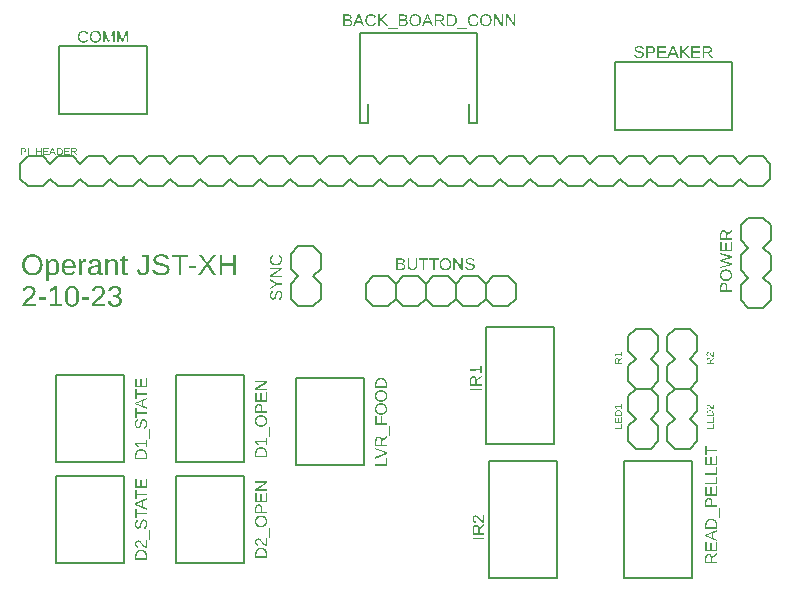
<source format=gbr>
G04 EAGLE Gerber RS-274X export*
G75*
%MOMM*%
%FSLAX34Y34*%
%LPD*%
%INSilkscreen Top*%
%IPPOS*%
%AMOC8*
5,1,8,0,0,1.08239X$1,22.5*%
G01*
G04 Define Apertures*
%ADD10C,0.152400*%
%ADD11C,0.203200*%
G36*
X22453Y267725D02*
X21799Y267742D01*
X21168Y267792D01*
X20559Y267876D01*
X19973Y267995D01*
X19411Y268146D01*
X18870Y268332D01*
X18353Y268551D01*
X17859Y268804D01*
X17390Y269089D01*
X16950Y269404D01*
X16538Y269749D01*
X16155Y270125D01*
X15800Y270530D01*
X15474Y270965D01*
X15177Y271431D01*
X14908Y271926D01*
X14670Y272448D01*
X14463Y272990D01*
X14288Y273554D01*
X14145Y274139D01*
X14033Y274746D01*
X13954Y275373D01*
X13906Y276022D01*
X13890Y276693D01*
X13899Y277204D01*
X13925Y277701D01*
X13970Y278184D01*
X14032Y278653D01*
X14112Y279108D01*
X14209Y279548D01*
X14324Y279975D01*
X14457Y280387D01*
X14608Y280785D01*
X14777Y281169D01*
X14963Y281539D01*
X15167Y281895D01*
X15388Y282236D01*
X15628Y282564D01*
X15885Y282877D01*
X16160Y283176D01*
X16450Y283459D01*
X16755Y283724D01*
X17073Y283971D01*
X17406Y284199D01*
X17752Y284409D01*
X18112Y284600D01*
X18486Y284774D01*
X18874Y284929D01*
X19276Y285066D01*
X19691Y285185D01*
X20121Y285285D01*
X20565Y285367D01*
X21022Y285431D01*
X21493Y285477D01*
X21979Y285504D01*
X22478Y285513D01*
X23126Y285497D01*
X23753Y285448D01*
X24358Y285366D01*
X24940Y285251D01*
X25502Y285104D01*
X26041Y284923D01*
X26558Y284710D01*
X27054Y284464D01*
X27524Y284187D01*
X27966Y283881D01*
X28379Y283544D01*
X28763Y283178D01*
X29120Y282782D01*
X29447Y282356D01*
X29746Y281901D01*
X30016Y281416D01*
X30256Y280905D01*
X30465Y280371D01*
X30641Y279814D01*
X30785Y279235D01*
X30897Y278633D01*
X30977Y278009D01*
X31025Y277362D01*
X31041Y276693D01*
X31025Y276025D01*
X30976Y275379D01*
X30895Y274754D01*
X30782Y274150D01*
X30636Y273567D01*
X30458Y273005D01*
X30247Y272465D01*
X30004Y271945D01*
X29731Y271450D01*
X29429Y270986D01*
X29100Y270550D01*
X28742Y270145D01*
X28356Y269768D01*
X27942Y269421D01*
X27500Y269104D01*
X27029Y268816D01*
X26534Y268561D01*
X26016Y268339D01*
X25477Y268151D01*
X24916Y267998D01*
X24333Y267878D01*
X23728Y267793D01*
X23102Y267742D01*
X22453Y267725D01*
G37*
%LPC*%
G36*
X22453Y269626D02*
X22822Y269633D01*
X23180Y269655D01*
X23527Y269691D01*
X23863Y269742D01*
X24188Y269806D01*
X24502Y269886D01*
X24806Y269980D01*
X25098Y270088D01*
X25380Y270210D01*
X25651Y270347D01*
X25911Y270499D01*
X26160Y270665D01*
X26398Y270845D01*
X26626Y271040D01*
X26842Y271249D01*
X27048Y271473D01*
X27241Y271709D01*
X27423Y271958D01*
X27592Y272219D01*
X27748Y272491D01*
X27892Y272776D01*
X28023Y273072D01*
X28142Y273380D01*
X28248Y273701D01*
X28342Y274033D01*
X28423Y274377D01*
X28492Y274733D01*
X28548Y275101D01*
X28592Y275481D01*
X28623Y275873D01*
X28642Y276277D01*
X28648Y276693D01*
X28642Y277090D01*
X28623Y277478D01*
X28592Y277854D01*
X28548Y278219D01*
X28491Y278574D01*
X28422Y278918D01*
X28340Y279250D01*
X28245Y279573D01*
X28138Y279884D01*
X28018Y280184D01*
X27886Y280474D01*
X27741Y280753D01*
X27583Y281020D01*
X27413Y281278D01*
X27231Y281524D01*
X27035Y281759D01*
X26828Y281982D01*
X26611Y282191D01*
X26383Y282385D01*
X26145Y282564D01*
X25897Y282730D01*
X25638Y282881D01*
X25369Y283017D01*
X25089Y283139D01*
X24799Y283247D01*
X24499Y283341D01*
X24188Y283420D01*
X23867Y283485D01*
X23535Y283535D01*
X23193Y283571D01*
X22840Y283592D01*
X22478Y283600D01*
X22112Y283592D01*
X21757Y283571D01*
X21412Y283536D01*
X21078Y283486D01*
X20754Y283422D01*
X20441Y283344D01*
X20138Y283252D01*
X19846Y283146D01*
X19565Y283025D01*
X19294Y282890D01*
X19033Y282741D01*
X18783Y282578D01*
X18544Y282401D01*
X18315Y282209D01*
X18097Y282004D01*
X17889Y281784D01*
X17693Y281551D01*
X17510Y281307D01*
X17339Y281052D01*
X17181Y280785D01*
X17035Y280506D01*
X16903Y280217D01*
X16782Y279916D01*
X16675Y279603D01*
X16580Y279279D01*
X16498Y278944D01*
X16428Y278597D01*
X16371Y278239D01*
X16327Y277870D01*
X16295Y277489D01*
X16276Y277096D01*
X16270Y276693D01*
X16276Y276291D01*
X16296Y275901D01*
X16328Y275521D01*
X16372Y275151D01*
X16430Y274792D01*
X16500Y274443D01*
X16583Y274105D01*
X16679Y273777D01*
X16788Y273460D01*
X16910Y273154D01*
X17044Y272857D01*
X17191Y272572D01*
X17351Y272296D01*
X17524Y272032D01*
X17709Y271778D01*
X17908Y271534D01*
X18117Y271303D01*
X18337Y271087D01*
X18567Y270886D01*
X18806Y270699D01*
X19055Y270528D01*
X19315Y270371D01*
X19584Y270230D01*
X19863Y270103D01*
X20152Y269991D01*
X20451Y269894D01*
X20760Y269812D01*
X21079Y269745D01*
X21407Y269693D01*
X21746Y269656D01*
X22095Y269634D01*
X22453Y269626D01*
G37*
%LPD*%
G36*
X55968Y241055D02*
X55602Y241064D01*
X55246Y241090D01*
X54903Y241134D01*
X54571Y241197D01*
X54250Y241276D01*
X53941Y241374D01*
X53644Y241489D01*
X53358Y241622D01*
X53084Y241773D01*
X52822Y241941D01*
X52571Y242127D01*
X52332Y242331D01*
X52104Y242553D01*
X51888Y242792D01*
X51684Y243049D01*
X51491Y243324D01*
X51309Y243616D01*
X51140Y243924D01*
X50982Y244249D01*
X50836Y244589D01*
X50701Y244946D01*
X50579Y245320D01*
X50468Y245709D01*
X50368Y246115D01*
X50280Y246537D01*
X50204Y246976D01*
X50140Y247431D01*
X50087Y247902D01*
X50047Y248389D01*
X50017Y248893D01*
X50000Y249413D01*
X49994Y249949D01*
X50017Y251027D01*
X50045Y251540D01*
X50085Y252036D01*
X50136Y252514D01*
X50198Y252975D01*
X50272Y253418D01*
X50357Y253844D01*
X50454Y254252D01*
X50562Y254643D01*
X50681Y255017D01*
X50812Y255373D01*
X50954Y255712D01*
X51107Y256033D01*
X51272Y256337D01*
X51448Y256623D01*
X51636Y256892D01*
X51838Y257143D01*
X52052Y257377D01*
X52280Y257594D01*
X52521Y257794D01*
X52775Y257976D01*
X53043Y258141D01*
X53323Y258288D01*
X53617Y258418D01*
X53924Y258531D01*
X54244Y258626D01*
X54577Y258705D01*
X54924Y258765D01*
X55283Y258809D01*
X55656Y258835D01*
X56042Y258843D01*
X56418Y258835D01*
X56781Y258808D01*
X57131Y258764D01*
X57469Y258703D01*
X57795Y258624D01*
X58108Y258528D01*
X58409Y258414D01*
X58697Y258282D01*
X58972Y258133D01*
X59235Y257966D01*
X59486Y257782D01*
X59724Y257580D01*
X59949Y257361D01*
X60162Y257124D01*
X60363Y256870D01*
X60551Y256598D01*
X60727Y256309D01*
X60891Y256003D01*
X61045Y255680D01*
X61187Y255341D01*
X61317Y254984D01*
X61437Y254611D01*
X61544Y254221D01*
X61641Y253813D01*
X61726Y253389D01*
X61800Y252949D01*
X61862Y252491D01*
X61914Y252016D01*
X61982Y251016D01*
X62004Y249949D01*
X61998Y249416D01*
X61981Y248898D01*
X61951Y248397D01*
X61909Y247912D01*
X61855Y247442D01*
X61790Y246989D01*
X61712Y246552D01*
X61623Y246131D01*
X61521Y245725D01*
X61408Y245336D01*
X61282Y244963D01*
X61145Y244605D01*
X60996Y244264D01*
X60835Y243939D01*
X60662Y243630D01*
X60477Y243336D01*
X60280Y243060D01*
X60072Y242802D01*
X59853Y242561D01*
X59622Y242338D01*
X59380Y242133D01*
X59127Y241946D01*
X58862Y241777D01*
X58586Y241625D01*
X58299Y241491D01*
X58000Y241376D01*
X57690Y241278D01*
X57368Y241197D01*
X57035Y241135D01*
X56691Y241090D01*
X56335Y241064D01*
X55968Y241055D01*
G37*
%LPC*%
G36*
X55993Y242858D02*
X56233Y242865D01*
X56464Y242885D01*
X56688Y242919D01*
X56903Y242967D01*
X57110Y243028D01*
X57309Y243103D01*
X57500Y243191D01*
X57683Y243294D01*
X58024Y243539D01*
X58332Y243838D01*
X58608Y244192D01*
X58851Y244600D01*
X59064Y245065D01*
X59249Y245588D01*
X59405Y246169D01*
X59532Y246808D01*
X59632Y247506D01*
X59703Y248262D01*
X59745Y249076D01*
X59759Y249949D01*
X59746Y250852D01*
X59705Y251691D01*
X59638Y252465D01*
X59543Y253175D01*
X59421Y253821D01*
X59273Y254402D01*
X59097Y254919D01*
X58894Y255371D01*
X58661Y255765D01*
X58392Y256107D01*
X58088Y256396D01*
X57749Y256632D01*
X57375Y256816D01*
X57175Y256888D01*
X56966Y256947D01*
X56748Y256993D01*
X56521Y257026D01*
X56286Y257046D01*
X56042Y257052D01*
X55792Y257046D01*
X55551Y257026D01*
X55319Y256994D01*
X55096Y256949D01*
X54881Y256890D01*
X54676Y256819D01*
X54292Y256638D01*
X53945Y256405D01*
X53633Y256121D01*
X53356Y255784D01*
X53116Y255396D01*
X52908Y254949D01*
X52727Y254434D01*
X52574Y253854D01*
X52449Y253206D01*
X52352Y252492D01*
X52282Y251711D01*
X52241Y250863D01*
X52227Y249949D01*
X52241Y249060D01*
X52283Y248232D01*
X52354Y247466D01*
X52452Y246762D01*
X52579Y246120D01*
X52734Y245539D01*
X52917Y245020D01*
X53128Y244563D01*
X53370Y244164D01*
X53646Y243817D01*
X53954Y243524D01*
X54295Y243284D01*
X54670Y243098D01*
X54870Y243025D01*
X55078Y242965D01*
X55294Y242918D01*
X55519Y242885D01*
X55752Y242865D01*
X55993Y242858D01*
G37*
%LPD*%
G36*
X36132Y262756D02*
X33924Y262756D01*
X33924Y278533D01*
X33906Y280235D01*
X33883Y280826D01*
X33851Y281244D01*
X35985Y281244D01*
X36022Y280894D01*
X36077Y279968D01*
X36108Y279109D01*
X36157Y279109D01*
X36310Y279406D01*
X36475Y279682D01*
X36652Y279937D01*
X36841Y280172D01*
X37042Y280387D01*
X37254Y280580D01*
X37479Y280754D01*
X37715Y280907D01*
X37967Y281040D01*
X38238Y281156D01*
X38528Y281254D01*
X38838Y281335D01*
X39166Y281397D01*
X39514Y281441D01*
X39881Y281468D01*
X40267Y281477D01*
X40569Y281471D01*
X40861Y281451D01*
X41143Y281419D01*
X41416Y281374D01*
X41679Y281317D01*
X41933Y281246D01*
X42177Y281162D01*
X42411Y281066D01*
X42635Y280957D01*
X42850Y280835D01*
X43250Y280552D01*
X43612Y280219D01*
X43935Y279833D01*
X44220Y279393D01*
X44466Y278894D01*
X44675Y278336D01*
X44846Y277720D01*
X44979Y277045D01*
X45074Y276312D01*
X45131Y275519D01*
X45150Y274668D01*
X45130Y273828D01*
X45073Y273041D01*
X44978Y272309D01*
X44844Y271630D01*
X44673Y271007D01*
X44463Y270437D01*
X44215Y269922D01*
X43929Y269461D01*
X43605Y269054D01*
X43242Y268701D01*
X43047Y268545D01*
X42842Y268403D01*
X42627Y268274D01*
X42403Y268159D01*
X42169Y268057D01*
X41926Y267969D01*
X41673Y267894D01*
X41411Y267833D01*
X41139Y267786D01*
X40858Y267752D01*
X40567Y267731D01*
X40267Y267725D01*
X39891Y267734D01*
X39532Y267761D01*
X39187Y267806D01*
X38859Y267869D01*
X38546Y267950D01*
X38250Y268049D01*
X37968Y268166D01*
X37703Y268301D01*
X37453Y268454D01*
X37219Y268626D01*
X37001Y268815D01*
X36798Y269022D01*
X36611Y269247D01*
X36440Y269490D01*
X36285Y269752D01*
X36145Y270031D01*
X36083Y270031D01*
X36105Y269864D01*
X36120Y269461D01*
X36132Y267945D01*
X36132Y262756D01*
G37*
%LPC*%
G36*
X39678Y269356D02*
X40075Y269375D01*
X40444Y269432D01*
X40786Y269526D01*
X41100Y269658D01*
X41385Y269828D01*
X41644Y270036D01*
X41874Y270281D01*
X42076Y270565D01*
X42253Y270892D01*
X42406Y271271D01*
X42536Y271701D01*
X42642Y272183D01*
X42725Y272715D01*
X42784Y273299D01*
X42819Y273933D01*
X42831Y274619D01*
X42819Y275288D01*
X42784Y275907D01*
X42726Y276476D01*
X42644Y276996D01*
X42539Y277467D01*
X42410Y277888D01*
X42258Y278260D01*
X42083Y278582D01*
X41882Y278861D01*
X41653Y279103D01*
X41397Y279307D01*
X41113Y279474D01*
X40802Y279605D01*
X40463Y279698D01*
X40097Y279753D01*
X39703Y279772D01*
X39383Y279763D01*
X39082Y279737D01*
X38798Y279694D01*
X38532Y279634D01*
X38284Y279556D01*
X38054Y279461D01*
X37842Y279349D01*
X37648Y279220D01*
X37468Y279072D01*
X37299Y278905D01*
X37141Y278719D01*
X36994Y278513D01*
X36859Y278288D01*
X36734Y278043D01*
X36621Y277779D01*
X36519Y277496D01*
X36428Y277192D01*
X36350Y276866D01*
X36283Y276518D01*
X36229Y276148D01*
X36187Y275756D01*
X36157Y275342D01*
X36139Y274906D01*
X36132Y274448D01*
X36146Y273816D01*
X36185Y273227D01*
X36250Y272681D01*
X36341Y272178D01*
X36458Y271718D01*
X36602Y271301D01*
X36771Y270927D01*
X36967Y270595D01*
X37192Y270305D01*
X37449Y270053D01*
X37739Y269840D01*
X38062Y269666D01*
X38417Y269531D01*
X38805Y269434D01*
X39225Y269376D01*
X39678Y269356D01*
G37*
%LPD*%
G36*
X73623Y267725D02*
X73138Y267741D01*
X72685Y267791D01*
X72263Y267873D01*
X71871Y267988D01*
X71511Y268137D01*
X71182Y268318D01*
X70884Y268532D01*
X70617Y268780D01*
X70381Y269056D01*
X70177Y269356D01*
X70004Y269681D01*
X69863Y270031D01*
X69753Y270405D01*
X69674Y270804D01*
X69627Y271227D01*
X69611Y271675D01*
X69632Y272175D01*
X69696Y272646D01*
X69802Y273086D01*
X69950Y273497D01*
X70141Y273877D01*
X70374Y274228D01*
X70649Y274549D01*
X70967Y274840D01*
X71332Y275100D01*
X71748Y275328D01*
X72217Y275523D01*
X72738Y275687D01*
X73311Y275818D01*
X73935Y275917D01*
X74612Y275983D01*
X75340Y276018D01*
X78321Y276067D01*
X78321Y276791D01*
X78311Y277181D01*
X78278Y277543D01*
X78225Y277876D01*
X78150Y278180D01*
X78053Y278456D01*
X77935Y278702D01*
X77795Y278920D01*
X77634Y279109D01*
X77450Y279273D01*
X77242Y279415D01*
X77009Y279536D01*
X76751Y279634D01*
X76469Y279710D01*
X76162Y279765D01*
X75831Y279798D01*
X75475Y279809D01*
X75117Y279801D01*
X74784Y279777D01*
X74476Y279738D01*
X74193Y279683D01*
X73936Y279612D01*
X73704Y279526D01*
X73497Y279424D01*
X73316Y279306D01*
X73156Y279171D01*
X73012Y279017D01*
X72886Y278844D01*
X72776Y278652D01*
X72683Y278442D01*
X72608Y278213D01*
X72549Y277965D01*
X72506Y277699D01*
X70200Y277907D01*
X70287Y278341D01*
X70407Y278747D01*
X70559Y279125D01*
X70744Y279474D01*
X70962Y279796D01*
X71213Y280090D01*
X71497Y280356D01*
X71813Y280594D01*
X72162Y280804D01*
X72544Y280986D01*
X72959Y281140D01*
X73407Y281266D01*
X73887Y281363D01*
X74400Y281433D01*
X74946Y281475D01*
X75524Y281489D01*
X76131Y281471D01*
X76698Y281418D01*
X77227Y281328D01*
X77717Y281203D01*
X78169Y281041D01*
X78581Y280844D01*
X78955Y280611D01*
X79291Y280342D01*
X79587Y280040D01*
X79843Y279705D01*
X80061Y279338D01*
X80238Y278939D01*
X80376Y278508D01*
X80475Y278046D01*
X80534Y277551D01*
X80554Y277024D01*
X80554Y271307D01*
X80570Y270846D01*
X80619Y270447D01*
X80699Y270107D01*
X80812Y269829D01*
X80884Y269712D01*
X80970Y269611D01*
X81071Y269526D01*
X81186Y269456D01*
X81316Y269402D01*
X81460Y269363D01*
X81620Y269340D01*
X81793Y269332D01*
X82134Y269353D01*
X82517Y269418D01*
X82517Y268044D01*
X82098Y267958D01*
X81674Y267896D01*
X81245Y267860D01*
X80812Y267847D01*
X80516Y267857D01*
X80240Y267888D01*
X79986Y267938D01*
X79752Y268008D01*
X79539Y268099D01*
X79348Y268210D01*
X79177Y268340D01*
X79027Y268491D01*
X78895Y268664D01*
X78778Y268859D01*
X78676Y269077D01*
X78590Y269318D01*
X78518Y269582D01*
X78462Y269868D01*
X78421Y270177D01*
X78395Y270509D01*
X78321Y270509D01*
X78105Y270143D01*
X77881Y269804D01*
X77648Y269494D01*
X77406Y269211D01*
X77155Y268955D01*
X76896Y268728D01*
X76629Y268528D01*
X76352Y268356D01*
X76064Y268208D01*
X75761Y268080D01*
X75442Y267971D01*
X75109Y267883D01*
X74760Y267814D01*
X74396Y267764D01*
X74017Y267735D01*
X73623Y267725D01*
G37*
%LPC*%
G36*
X74126Y269381D02*
X74425Y269389D01*
X74716Y269415D01*
X74999Y269458D01*
X75273Y269519D01*
X75538Y269596D01*
X75796Y269691D01*
X76045Y269804D01*
X76285Y269933D01*
X76515Y270077D01*
X76732Y270235D01*
X76937Y270405D01*
X77130Y270588D01*
X77310Y270784D01*
X77478Y270992D01*
X77633Y271214D01*
X77775Y271448D01*
X77903Y271690D01*
X78014Y271933D01*
X78108Y272178D01*
X78185Y272425D01*
X78245Y272673D01*
X78287Y272924D01*
X78313Y273176D01*
X78321Y273429D01*
X78321Y274521D01*
X75905Y274472D01*
X75173Y274443D01*
X74535Y274380D01*
X73992Y274283D01*
X73756Y274222D01*
X73543Y274153D01*
X73165Y273986D01*
X72833Y273779D01*
X72548Y273532D01*
X72310Y273245D01*
X72209Y273086D01*
X72122Y272915D01*
X72048Y272732D01*
X71988Y272537D01*
X71941Y272330D01*
X71908Y272111D01*
X71887Y271881D01*
X71881Y271638D01*
X71890Y271376D01*
X71917Y271129D01*
X71963Y270897D01*
X72026Y270681D01*
X72108Y270480D01*
X72208Y270295D01*
X72327Y270125D01*
X72463Y269970D01*
X72617Y269832D01*
X72786Y269712D01*
X72970Y269611D01*
X73170Y269528D01*
X73386Y269464D01*
X73617Y269418D01*
X73864Y269390D01*
X74126Y269381D01*
G37*
%LPD*%
G36*
X53291Y267725D02*
X52928Y267732D01*
X52577Y267752D01*
X52236Y267786D01*
X51907Y267834D01*
X51588Y267896D01*
X51280Y267971D01*
X50984Y268060D01*
X50698Y268163D01*
X50423Y268280D01*
X50159Y268410D01*
X49906Y268554D01*
X49665Y268711D01*
X49434Y268883D01*
X49214Y269068D01*
X49005Y269267D01*
X48807Y269479D01*
X48621Y269705D01*
X48446Y269944D01*
X48284Y270197D01*
X48133Y270463D01*
X47995Y270742D01*
X47869Y271035D01*
X47754Y271340D01*
X47652Y271660D01*
X47562Y271992D01*
X47484Y272338D01*
X47418Y272697D01*
X47364Y273070D01*
X47321Y273456D01*
X47291Y273855D01*
X47273Y274267D01*
X47267Y274693D01*
X47273Y275098D01*
X47291Y275491D01*
X47321Y275872D01*
X47364Y276241D01*
X47418Y276598D01*
X47484Y276943D01*
X47562Y277276D01*
X47652Y277597D01*
X47754Y277907D01*
X47869Y278204D01*
X47995Y278489D01*
X48133Y278762D01*
X48284Y279023D01*
X48446Y279273D01*
X48621Y279510D01*
X48807Y279735D01*
X49005Y279948D01*
X49212Y280146D01*
X49431Y280331D01*
X49659Y280503D01*
X49898Y280660D01*
X50147Y280804D01*
X50407Y280934D01*
X50676Y281051D01*
X50956Y281154D01*
X51247Y281243D01*
X51547Y281318D01*
X51858Y281380D01*
X52180Y281428D01*
X52511Y281462D01*
X52853Y281483D01*
X53205Y281489D01*
X53565Y281483D01*
X53914Y281462D01*
X54251Y281427D01*
X54577Y281379D01*
X54891Y281317D01*
X55194Y281241D01*
X55485Y281152D01*
X55765Y281049D01*
X56034Y280931D01*
X56291Y280801D01*
X56537Y280656D01*
X56771Y280497D01*
X56994Y280325D01*
X57205Y280139D01*
X57405Y279939D01*
X57594Y279726D01*
X57771Y279499D01*
X57937Y279257D01*
X58091Y279003D01*
X58234Y278734D01*
X58365Y278451D01*
X58485Y278155D01*
X58594Y277845D01*
X58691Y277521D01*
X58777Y277184D01*
X58851Y276833D01*
X58914Y276467D01*
X58965Y276089D01*
X59034Y275289D01*
X59057Y274435D01*
X59057Y274141D01*
X49586Y274141D01*
X49601Y273587D01*
X49645Y273065D01*
X49719Y272576D01*
X49822Y272120D01*
X49955Y271696D01*
X50117Y271305D01*
X50309Y270946D01*
X50531Y270620D01*
X50780Y270329D01*
X51057Y270078D01*
X51362Y269865D01*
X51693Y269691D01*
X52052Y269555D01*
X52438Y269458D01*
X52851Y269400D01*
X53291Y269381D01*
X53641Y269390D01*
X53973Y269417D01*
X54287Y269462D01*
X54584Y269525D01*
X54862Y269606D01*
X55123Y269705D01*
X55366Y269822D01*
X55591Y269957D01*
X55799Y270106D01*
X55989Y270265D01*
X56161Y270433D01*
X56317Y270611D01*
X56454Y270798D01*
X56575Y270995D01*
X56677Y271201D01*
X56763Y271417D01*
X58701Y270865D01*
X58541Y270485D01*
X58356Y270129D01*
X58148Y269798D01*
X57917Y269491D01*
X57661Y269209D01*
X57383Y268951D01*
X57080Y268718D01*
X56754Y268510D01*
X56404Y268326D01*
X56030Y268166D01*
X55633Y268031D01*
X55212Y267921D01*
X54767Y267835D01*
X54299Y267774D01*
X53807Y267737D01*
X53291Y267725D01*
G37*
%LPC*%
G36*
X56775Y275834D02*
X56718Y276341D01*
X56639Y276812D01*
X56539Y277248D01*
X56416Y277648D01*
X56272Y278013D01*
X56106Y278342D01*
X55918Y278636D01*
X55708Y278895D01*
X55475Y279120D01*
X55218Y279316D01*
X54937Y279482D01*
X54631Y279617D01*
X54302Y279722D01*
X53948Y279798D01*
X53570Y279843D01*
X53168Y279858D01*
X52777Y279841D01*
X52406Y279791D01*
X52057Y279707D01*
X51728Y279589D01*
X51421Y279438D01*
X51134Y279254D01*
X50868Y279036D01*
X50623Y278784D01*
X50402Y278503D01*
X50207Y278197D01*
X50040Y277866D01*
X49900Y277510D01*
X49787Y277129D01*
X49701Y276722D01*
X49642Y276291D01*
X49611Y275834D01*
X56775Y275834D01*
G37*
%LPD*%
G36*
X183229Y267970D02*
X180886Y267970D01*
X180886Y285256D01*
X183229Y285256D01*
X183229Y277944D01*
X192578Y277944D01*
X192578Y285256D01*
X194921Y285256D01*
X194921Y267970D01*
X192578Y267970D01*
X192578Y275981D01*
X183229Y275981D01*
X183229Y267970D01*
G37*
G36*
X131446Y267725D02*
X130677Y267742D01*
X129950Y267793D01*
X129264Y267879D01*
X128619Y267999D01*
X128016Y268154D01*
X127455Y268342D01*
X126935Y268565D01*
X126456Y268823D01*
X126019Y269114D01*
X125624Y269440D01*
X125270Y269801D01*
X124957Y270195D01*
X124686Y270624D01*
X124457Y271087D01*
X124269Y271585D01*
X124122Y272117D01*
X126392Y272571D01*
X126504Y272194D01*
X126643Y271843D01*
X126810Y271518D01*
X127005Y271220D01*
X127228Y270946D01*
X127477Y270699D01*
X127755Y270478D01*
X128060Y270283D01*
X128394Y270111D01*
X128756Y269963D01*
X129147Y269838D01*
X129566Y269735D01*
X130014Y269655D01*
X130492Y269598D01*
X130997Y269564D01*
X131532Y269553D01*
X132083Y269565D01*
X132602Y269601D01*
X133089Y269662D01*
X133543Y269747D01*
X133964Y269857D01*
X134353Y269991D01*
X134710Y270149D01*
X135035Y270332D01*
X135324Y270538D01*
X135574Y270767D01*
X135786Y271019D01*
X135959Y271293D01*
X136094Y271591D01*
X136191Y271911D01*
X136248Y272254D01*
X136268Y272620D01*
X136262Y272826D01*
X136243Y273023D01*
X136213Y273210D01*
X136171Y273386D01*
X136050Y273710D01*
X135881Y273994D01*
X135668Y274246D01*
X135416Y274475D01*
X135125Y274681D01*
X134795Y274865D01*
X134429Y275030D01*
X134029Y275181D01*
X133595Y275318D01*
X133127Y275441D01*
X130980Y275944D01*
X130017Y276171D01*
X129178Y276398D01*
X128462Y276625D01*
X127870Y276852D01*
X127367Y277086D01*
X126921Y277332D01*
X126530Y277592D01*
X126195Y277864D01*
X125907Y278155D01*
X125654Y278470D01*
X125438Y278808D01*
X125257Y279171D01*
X125115Y279559D01*
X125013Y279974D01*
X124952Y280417D01*
X124932Y280888D01*
X124939Y281162D01*
X124958Y281427D01*
X124992Y281685D01*
X125038Y281935D01*
X125098Y282177D01*
X125171Y282410D01*
X125357Y282854D01*
X125596Y283266D01*
X125888Y283646D01*
X126233Y283995D01*
X126631Y284311D01*
X127079Y284593D01*
X127572Y284837D01*
X128112Y285044D01*
X128697Y285213D01*
X129328Y285344D01*
X130004Y285438D01*
X130727Y285495D01*
X131495Y285513D01*
X132210Y285499D01*
X132881Y285457D01*
X133509Y285387D01*
X134093Y285288D01*
X134634Y285161D01*
X135132Y285006D01*
X135586Y284823D01*
X135998Y284612D01*
X136373Y284366D01*
X136718Y284081D01*
X137035Y283757D01*
X137323Y283392D01*
X137581Y282989D01*
X137810Y282545D01*
X138010Y282062D01*
X138181Y281538D01*
X135875Y281134D01*
X135769Y281465D01*
X135642Y281773D01*
X135493Y282058D01*
X135323Y282319D01*
X135131Y282556D01*
X134918Y282770D01*
X134683Y282961D01*
X134427Y283127D01*
X134148Y283272D01*
X133842Y283398D01*
X133511Y283505D01*
X133155Y283592D01*
X132772Y283660D01*
X132364Y283708D01*
X131930Y283737D01*
X131471Y283747D01*
X130968Y283736D01*
X130495Y283704D01*
X130054Y283650D01*
X129643Y283575D01*
X129263Y283478D01*
X128913Y283360D01*
X128594Y283221D01*
X128306Y283060D01*
X128050Y282877D01*
X127828Y282674D01*
X127640Y282450D01*
X127487Y282204D01*
X127367Y281937D01*
X127282Y281650D01*
X127231Y281341D01*
X127214Y281011D01*
X127220Y280816D01*
X127240Y280629D01*
X127273Y280452D01*
X127320Y280283D01*
X127379Y280122D01*
X127452Y279970D01*
X127637Y279692D01*
X127872Y279441D01*
X128154Y279211D01*
X128482Y279000D01*
X128858Y278809D01*
X129355Y278618D01*
X130051Y278406D01*
X130944Y278173D01*
X132035Y277919D01*
X133624Y277545D01*
X134398Y277337D01*
X135139Y277091D01*
X135840Y276805D01*
X136495Y276472D01*
X136800Y276284D01*
X137085Y276076D01*
X137349Y275848D01*
X137593Y275601D01*
X137813Y275332D01*
X138008Y275039D01*
X138178Y274724D01*
X138322Y274386D01*
X138438Y274021D01*
X138520Y273626D01*
X138570Y273199D01*
X138586Y272742D01*
X138579Y272447D01*
X138557Y272161D01*
X138520Y271883D01*
X138469Y271614D01*
X138404Y271353D01*
X138323Y271100D01*
X138228Y270856D01*
X138119Y270620D01*
X137994Y270393D01*
X137855Y270174D01*
X137702Y269963D01*
X137534Y269761D01*
X137154Y269382D01*
X136715Y269037D01*
X136224Y268730D01*
X135684Y268463D01*
X135097Y268237D01*
X134463Y268053D01*
X133780Y267909D01*
X133050Y267807D01*
X132272Y267745D01*
X131446Y267725D01*
G37*
G36*
X165228Y267970D02*
X162639Y267970D01*
X169215Y276950D01*
X163142Y285256D01*
X165731Y285256D01*
X170540Y278471D01*
X175214Y285256D01*
X177803Y285256D01*
X171889Y277036D01*
X178306Y267970D01*
X175717Y267970D01*
X170528Y275527D01*
X165228Y267970D01*
G37*
G36*
X92330Y241055D02*
X91690Y241073D01*
X91084Y241129D01*
X90510Y241221D01*
X89970Y241351D01*
X89463Y241517D01*
X88989Y241721D01*
X88548Y241961D01*
X88141Y242239D01*
X87769Y242552D01*
X87438Y242901D01*
X87146Y243286D01*
X86894Y243706D01*
X86681Y244162D01*
X86508Y244653D01*
X86375Y245179D01*
X86282Y245741D01*
X88564Y245950D01*
X88630Y245578D01*
X88719Y245231D01*
X88831Y244907D01*
X88965Y244608D01*
X89121Y244332D01*
X89300Y244081D01*
X89502Y243853D01*
X89726Y243649D01*
X89973Y243470D01*
X90242Y243314D01*
X90534Y243182D01*
X90848Y243074D01*
X91185Y242990D01*
X91544Y242931D01*
X91926Y242895D01*
X92330Y242883D01*
X92736Y242895D01*
X93119Y242934D01*
X93480Y242998D01*
X93819Y243088D01*
X94135Y243204D01*
X94429Y243345D01*
X94700Y243512D01*
X94949Y243705D01*
X95172Y243922D01*
X95365Y244165D01*
X95529Y244433D01*
X95662Y244726D01*
X95766Y245043D01*
X95841Y245386D01*
X95885Y245753D01*
X95900Y246146D01*
X95883Y246489D01*
X95832Y246813D01*
X95747Y247117D01*
X95629Y247402D01*
X95476Y247667D01*
X95289Y247914D01*
X95069Y248141D01*
X94814Y248348D01*
X94528Y248533D01*
X94211Y248694D01*
X93865Y248830D01*
X93488Y248941D01*
X93081Y249028D01*
X92644Y249090D01*
X92177Y249127D01*
X91680Y249139D01*
X90429Y249139D01*
X90429Y251053D01*
X91631Y251053D01*
X92072Y251065D01*
X92488Y251103D01*
X92878Y251164D01*
X93243Y251251D01*
X93582Y251362D01*
X93895Y251498D01*
X94184Y251659D01*
X94446Y251844D01*
X94681Y252052D01*
X94884Y252278D01*
X95056Y252523D01*
X95196Y252788D01*
X95306Y253071D01*
X95384Y253373D01*
X95431Y253694D01*
X95446Y254034D01*
X95433Y254372D01*
X95395Y254691D01*
X95331Y254992D01*
X95242Y255275D01*
X95127Y255539D01*
X94987Y255786D01*
X94822Y256014D01*
X94630Y256224D01*
X94414Y256412D01*
X94173Y256576D01*
X93907Y256714D01*
X93617Y256827D01*
X93301Y256915D01*
X92961Y256977D01*
X92597Y257015D01*
X92207Y257028D01*
X91851Y257016D01*
X91512Y256981D01*
X91191Y256922D01*
X90887Y256841D01*
X90601Y256735D01*
X90332Y256607D01*
X90080Y256455D01*
X89846Y256279D01*
X89632Y256083D01*
X89442Y255867D01*
X89276Y255632D01*
X89133Y255378D01*
X89013Y255104D01*
X88918Y254812D01*
X88845Y254500D01*
X88797Y254169D01*
X86576Y254341D01*
X86658Y254857D01*
X86778Y255344D01*
X86939Y255802D01*
X87139Y256230D01*
X87379Y256630D01*
X87659Y257000D01*
X87978Y257341D01*
X88337Y257653D01*
X88729Y257932D01*
X89148Y258174D01*
X89595Y258378D01*
X90068Y258546D01*
X90569Y258676D01*
X91096Y258769D01*
X91650Y258825D01*
X92232Y258843D01*
X92864Y258824D01*
X93460Y258768D01*
X94020Y258673D01*
X94543Y258541D01*
X95030Y258371D01*
X95481Y258164D01*
X95896Y257918D01*
X96274Y257635D01*
X96612Y257318D01*
X96905Y256971D01*
X97153Y256595D01*
X97355Y256189D01*
X97513Y255753D01*
X97626Y255288D01*
X97693Y254792D01*
X97716Y254267D01*
X97701Y253863D01*
X97658Y253478D01*
X97585Y253112D01*
X97484Y252766D01*
X97354Y252439D01*
X97195Y252132D01*
X97007Y251843D01*
X96790Y251575D01*
X96545Y251326D01*
X96274Y251098D01*
X95977Y250891D01*
X95653Y250705D01*
X95303Y250540D01*
X94927Y250396D01*
X94525Y250272D01*
X94097Y250170D01*
X94097Y250121D01*
X94568Y250055D01*
X95012Y249961D01*
X95430Y249840D01*
X95820Y249691D01*
X96184Y249515D01*
X96521Y249311D01*
X96831Y249079D01*
X97115Y248820D01*
X97368Y248539D01*
X97587Y248239D01*
X97772Y247922D01*
X97924Y247587D01*
X98042Y247235D01*
X98127Y246865D01*
X98177Y246478D01*
X98194Y246072D01*
X98188Y245777D01*
X98170Y245491D01*
X98099Y244944D01*
X97980Y244430D01*
X97814Y243950D01*
X97600Y243504D01*
X97339Y243091D01*
X97030Y242712D01*
X96673Y242367D01*
X96272Y242060D01*
X95831Y241793D01*
X95349Y241567D01*
X94827Y241383D01*
X94263Y241239D01*
X93660Y241137D01*
X93015Y241075D01*
X92330Y241055D01*
G37*
G36*
X25410Y241300D02*
X13964Y241300D01*
X13964Y242858D01*
X14294Y243555D01*
X14658Y244209D01*
X15057Y244821D01*
X15491Y245391D01*
X15948Y245927D01*
X16416Y246437D01*
X16895Y246921D01*
X17386Y247379D01*
X18376Y248236D01*
X19355Y249029D01*
X20283Y249790D01*
X21116Y250550D01*
X21490Y250935D01*
X21826Y251329D01*
X22125Y251732D01*
X22386Y252145D01*
X22499Y252357D01*
X22598Y252576D01*
X22681Y252802D01*
X22749Y253034D01*
X22802Y253274D01*
X22840Y253521D01*
X22863Y253774D01*
X22870Y254034D01*
X22857Y254380D01*
X22818Y254706D01*
X22753Y255012D01*
X22662Y255298D01*
X22544Y255564D01*
X22401Y255810D01*
X22232Y256036D01*
X22036Y256243D01*
X21817Y256427D01*
X21578Y256586D01*
X21319Y256721D01*
X21039Y256831D01*
X20739Y256917D01*
X20419Y256979D01*
X20078Y257015D01*
X19717Y257028D01*
X19372Y257016D01*
X19043Y256980D01*
X18729Y256920D01*
X18431Y256836D01*
X18148Y256728D01*
X17881Y256596D01*
X17629Y256441D01*
X17393Y256261D01*
X17176Y256060D01*
X16983Y255839D01*
X16813Y255599D01*
X16667Y255339D01*
X16545Y255060D01*
X16446Y254762D01*
X16371Y254445D01*
X16319Y254108D01*
X14062Y254316D01*
X14143Y254822D01*
X14264Y255300D01*
X14424Y255752D01*
X14625Y256178D01*
X14864Y256577D01*
X15144Y256950D01*
X15463Y257297D01*
X15822Y257617D01*
X16215Y257904D01*
X16634Y258153D01*
X17080Y258364D01*
X17554Y258537D01*
X18054Y258671D01*
X18581Y258767D01*
X19136Y258824D01*
X19717Y258843D01*
X20352Y258824D01*
X20948Y258766D01*
X21507Y258670D01*
X22028Y258535D01*
X22512Y258362D01*
X22957Y258150D01*
X23365Y257899D01*
X23735Y257610D01*
X24064Y257286D01*
X24350Y256929D01*
X24591Y256540D01*
X24789Y256118D01*
X24942Y255664D01*
X25052Y255178D01*
X25118Y254659D01*
X25140Y254108D01*
X25133Y253857D01*
X25111Y253606D01*
X25075Y253355D01*
X25025Y253105D01*
X24881Y252606D01*
X24680Y252108D01*
X24422Y251611D01*
X24108Y251114D01*
X23738Y250618D01*
X23312Y250121D01*
X22754Y249556D01*
X21990Y248854D01*
X21019Y248016D01*
X19840Y247041D01*
X19171Y246479D01*
X18573Y245945D01*
X18048Y245439D01*
X17595Y244962D01*
X17207Y244503D01*
X16877Y244053D01*
X16606Y243611D01*
X16393Y243177D01*
X25410Y243177D01*
X25410Y241300D01*
G37*
G36*
X84066Y241300D02*
X72620Y241300D01*
X72620Y242858D01*
X72950Y243555D01*
X73315Y244209D01*
X73714Y244821D01*
X74147Y245391D01*
X74604Y245927D01*
X75072Y246437D01*
X75552Y246921D01*
X76043Y247379D01*
X77032Y248236D01*
X78012Y249029D01*
X78939Y249790D01*
X79772Y250550D01*
X80146Y250935D01*
X80482Y251329D01*
X80781Y251732D01*
X81042Y252145D01*
X81155Y252357D01*
X81254Y252576D01*
X81337Y252802D01*
X81405Y253034D01*
X81458Y253274D01*
X81496Y253521D01*
X81519Y253774D01*
X81526Y254034D01*
X81513Y254380D01*
X81474Y254706D01*
X81409Y255012D01*
X81318Y255298D01*
X81201Y255564D01*
X81057Y255810D01*
X80888Y256036D01*
X80692Y256243D01*
X80474Y256427D01*
X80234Y256586D01*
X79975Y256721D01*
X79695Y256831D01*
X79395Y256917D01*
X79075Y256979D01*
X78735Y257015D01*
X78374Y257028D01*
X78029Y257016D01*
X77699Y256980D01*
X77385Y256920D01*
X77087Y256836D01*
X76804Y256728D01*
X76537Y256596D01*
X76285Y256441D01*
X76049Y256261D01*
X75832Y256060D01*
X75639Y255839D01*
X75469Y255599D01*
X75323Y255339D01*
X75201Y255060D01*
X75102Y254762D01*
X75027Y254445D01*
X74975Y254108D01*
X72718Y254316D01*
X72799Y254822D01*
X72920Y255300D01*
X73081Y255752D01*
X73281Y256178D01*
X73521Y256577D01*
X73800Y256950D01*
X74120Y257297D01*
X74478Y257617D01*
X74871Y257904D01*
X75290Y258153D01*
X75736Y258364D01*
X76210Y258537D01*
X76710Y258671D01*
X77238Y258767D01*
X77792Y258824D01*
X78374Y258843D01*
X79008Y258824D01*
X79605Y258766D01*
X80163Y258670D01*
X80685Y258535D01*
X81168Y258362D01*
X81614Y258150D01*
X82021Y257899D01*
X82391Y257610D01*
X82721Y257286D01*
X83006Y256929D01*
X83247Y256540D01*
X83445Y256118D01*
X83599Y255664D01*
X83708Y255178D01*
X83774Y254659D01*
X83796Y254108D01*
X83789Y253857D01*
X83767Y253606D01*
X83731Y253355D01*
X83681Y253105D01*
X83537Y252606D01*
X83336Y252108D01*
X83078Y251611D01*
X82764Y251114D01*
X82394Y250618D01*
X81968Y250121D01*
X81411Y249556D01*
X80646Y248854D01*
X79675Y248016D01*
X78496Y247041D01*
X77827Y246479D01*
X77230Y245945D01*
X76704Y245439D01*
X76251Y244962D01*
X75863Y244503D01*
X75534Y244053D01*
X75262Y243611D01*
X75049Y243177D01*
X84066Y243177D01*
X84066Y241300D01*
G37*
G36*
X86463Y267970D02*
X84255Y267970D01*
X84255Y278410D01*
X84236Y280278D01*
X84213Y280874D01*
X84181Y281244D01*
X86267Y281244D01*
X86291Y280913D01*
X86322Y280293D01*
X86365Y278974D01*
X86401Y278974D01*
X86595Y279305D01*
X86797Y279611D01*
X87006Y279892D01*
X87222Y280148D01*
X87446Y280378D01*
X87677Y280583D01*
X87916Y280764D01*
X88162Y280919D01*
X88419Y281053D01*
X88692Y281169D01*
X88980Y281267D01*
X89283Y281347D01*
X89601Y281409D01*
X89934Y281454D01*
X90283Y281480D01*
X90646Y281489D01*
X91174Y281472D01*
X91665Y281422D01*
X92119Y281337D01*
X92537Y281218D01*
X92918Y281065D01*
X93263Y280879D01*
X93571Y280658D01*
X93842Y280404D01*
X94079Y280110D01*
X94285Y279772D01*
X94459Y279390D01*
X94601Y278964D01*
X94712Y278493D01*
X94791Y277978D01*
X94838Y277419D01*
X94854Y276815D01*
X94854Y267970D01*
X92634Y267970D01*
X92634Y276386D01*
X92618Y277005D01*
X92569Y277551D01*
X92489Y278024D01*
X92376Y278422D01*
X92228Y278759D01*
X92042Y279045D01*
X91817Y279280D01*
X91554Y279465D01*
X91405Y279540D01*
X91239Y279605D01*
X90858Y279704D01*
X90411Y279764D01*
X89898Y279784D01*
X89510Y279767D01*
X89143Y279716D01*
X88797Y279631D01*
X88472Y279511D01*
X88168Y279358D01*
X87885Y279170D01*
X87623Y278948D01*
X87383Y278692D01*
X87167Y278406D01*
X86980Y278093D01*
X86822Y277754D01*
X86693Y277389D01*
X86592Y276997D01*
X86520Y276578D01*
X86477Y276133D01*
X86463Y275662D01*
X86463Y267970D01*
G37*
G36*
X148564Y267970D02*
X146233Y267970D01*
X146233Y283342D01*
X140296Y283342D01*
X140296Y285256D01*
X154502Y285256D01*
X154502Y283342D01*
X148564Y283342D01*
X148564Y267970D01*
G37*
G36*
X47790Y241300D02*
X36958Y241300D01*
X36958Y243177D01*
X41362Y243177D01*
X41362Y256476D01*
X37461Y253691D01*
X37461Y255776D01*
X41546Y258586D01*
X43582Y258586D01*
X43582Y243177D01*
X47790Y243177D01*
X47790Y241300D01*
G37*
G36*
X116025Y267725D02*
X115490Y267742D01*
X114983Y267796D01*
X114504Y267884D01*
X114052Y268008D01*
X113629Y268168D01*
X113233Y268363D01*
X112866Y268593D01*
X112526Y268859D01*
X112214Y269161D01*
X111930Y269498D01*
X111674Y269870D01*
X111445Y270278D01*
X111245Y270721D01*
X111073Y271200D01*
X110928Y271714D01*
X110811Y272264D01*
X113105Y272644D01*
X113169Y272298D01*
X113250Y271972D01*
X113349Y271665D01*
X113464Y271377D01*
X113597Y271110D01*
X113747Y270861D01*
X113915Y270633D01*
X114099Y270424D01*
X114299Y270237D01*
X114510Y270075D01*
X114734Y269938D01*
X114970Y269826D01*
X115219Y269738D01*
X115479Y269676D01*
X115752Y269639D01*
X116038Y269626D01*
X116348Y269640D01*
X116642Y269681D01*
X116919Y269750D01*
X117178Y269845D01*
X117422Y269969D01*
X117648Y270120D01*
X117857Y270298D01*
X118049Y270503D01*
X118222Y270735D01*
X118372Y270993D01*
X118498Y271276D01*
X118602Y271584D01*
X118682Y271918D01*
X118740Y272278D01*
X118774Y272663D01*
X118786Y273074D01*
X118786Y283342D01*
X115461Y283342D01*
X115461Y285256D01*
X121117Y285256D01*
X121117Y273123D01*
X121095Y272511D01*
X121031Y271932D01*
X120925Y271387D01*
X120776Y270876D01*
X120585Y270398D01*
X120351Y269954D01*
X120074Y269543D01*
X119755Y269166D01*
X119399Y268828D01*
X119011Y268535D01*
X118592Y268288D01*
X118141Y268085D01*
X117660Y267927D01*
X117146Y267815D01*
X116601Y267747D01*
X116025Y267725D01*
G37*
G36*
X101045Y267774D02*
X100724Y267785D01*
X100424Y267821D01*
X100144Y267879D01*
X99886Y267962D01*
X99648Y268067D01*
X99430Y268196D01*
X99234Y268349D01*
X99058Y268525D01*
X98902Y268725D01*
X98768Y268948D01*
X98654Y269194D01*
X98561Y269464D01*
X98488Y269758D01*
X98436Y270075D01*
X98405Y270415D01*
X98395Y270779D01*
X98395Y279637D01*
X96862Y279637D01*
X96862Y281244D01*
X98481Y281244D01*
X99131Y284213D01*
X100603Y284213D01*
X100603Y281244D01*
X103057Y281244D01*
X103057Y279637D01*
X100603Y279637D01*
X100603Y271258D01*
X100623Y270815D01*
X100682Y270444D01*
X100726Y270285D01*
X100779Y270143D01*
X100843Y270020D01*
X100916Y269914D01*
X101002Y269824D01*
X101101Y269745D01*
X101215Y269679D01*
X101344Y269625D01*
X101487Y269582D01*
X101644Y269552D01*
X101816Y269534D01*
X102002Y269528D01*
X102247Y269539D01*
X102542Y269571D01*
X103278Y269700D01*
X103278Y268068D01*
X102729Y267939D01*
X102174Y267847D01*
X101612Y267792D01*
X101045Y267774D01*
G37*
G36*
X64119Y267970D02*
X61911Y267970D01*
X61911Y278152D01*
X61892Y279625D01*
X61837Y281244D01*
X63923Y281244D01*
X63996Y279438D01*
X64021Y278533D01*
X64070Y278533D01*
X64204Y278942D01*
X64344Y279318D01*
X64488Y279660D01*
X64637Y279968D01*
X64792Y280243D01*
X64951Y280483D01*
X65115Y280690D01*
X65285Y280864D01*
X65465Y281010D01*
X65663Y281137D01*
X65879Y281245D01*
X66113Y281333D01*
X66364Y281401D01*
X66632Y281450D01*
X66919Y281480D01*
X67223Y281489D01*
X67444Y281482D01*
X67668Y281459D01*
X67892Y281420D01*
X68118Y281367D01*
X68118Y279342D01*
X67879Y279396D01*
X67603Y279435D01*
X67290Y279458D01*
X66941Y279465D01*
X66607Y279447D01*
X66294Y279391D01*
X66002Y279299D01*
X65729Y279169D01*
X65477Y279003D01*
X65245Y278799D01*
X65034Y278559D01*
X64843Y278281D01*
X64673Y277969D01*
X64526Y277625D01*
X64402Y277249D01*
X64300Y276841D01*
X64221Y276401D01*
X64164Y275929D01*
X64130Y275425D01*
X64119Y274889D01*
X64119Y267970D01*
G37*
G36*
X33919Y246992D02*
X27785Y246992D01*
X27785Y248955D01*
X33919Y248955D01*
X33919Y246992D01*
G37*
G36*
X70232Y246992D02*
X64098Y246992D01*
X64098Y248955D01*
X70232Y248955D01*
X70232Y246992D01*
G37*
G36*
X160950Y273662D02*
X154816Y273662D01*
X154816Y275625D01*
X160950Y275625D01*
X160950Y273662D01*
G37*
G36*
X372162Y272148D02*
X371789Y272158D01*
X371428Y272186D01*
X371081Y272235D01*
X370747Y272302D01*
X370425Y272389D01*
X370117Y272495D01*
X369822Y272620D01*
X369539Y272764D01*
X369272Y272927D01*
X369020Y273107D01*
X368785Y273304D01*
X368567Y273518D01*
X368364Y273749D01*
X368178Y273998D01*
X368008Y274264D01*
X367855Y274547D01*
X367719Y274844D01*
X367601Y275154D01*
X367501Y275476D01*
X367419Y275810D01*
X367355Y276156D01*
X367310Y276515D01*
X367283Y276885D01*
X367274Y277268D01*
X367294Y277843D01*
X367355Y278387D01*
X367456Y278898D01*
X367598Y279377D01*
X367780Y279823D01*
X368002Y280238D01*
X368266Y280619D01*
X368569Y280969D01*
X368909Y281282D01*
X369281Y281553D01*
X369684Y281782D01*
X370119Y281970D01*
X370586Y282116D01*
X371084Y282220D01*
X371614Y282283D01*
X372176Y282303D01*
X372546Y282294D01*
X372904Y282266D01*
X373249Y282219D01*
X373582Y282154D01*
X373903Y282069D01*
X374210Y281967D01*
X374506Y281845D01*
X374789Y281705D01*
X375057Y281546D01*
X375309Y281371D01*
X375545Y281179D01*
X375765Y280970D01*
X375968Y280744D01*
X376155Y280501D01*
X376326Y280241D01*
X376480Y279964D01*
X376617Y279672D01*
X376736Y279368D01*
X376836Y279050D01*
X376919Y278719D01*
X376983Y278376D01*
X377028Y278019D01*
X377056Y277650D01*
X377065Y277268D01*
X377056Y276887D01*
X377028Y276518D01*
X376982Y276161D01*
X376917Y275816D01*
X376834Y275483D01*
X376732Y275163D01*
X376612Y274854D01*
X376473Y274557D01*
X376317Y274275D01*
X376145Y274010D01*
X375957Y273761D01*
X375753Y273529D01*
X375532Y273315D01*
X375296Y273117D01*
X375043Y272936D01*
X374775Y272771D01*
X374492Y272625D01*
X374196Y272499D01*
X373889Y272391D01*
X373568Y272304D01*
X373235Y272236D01*
X372890Y272187D01*
X372532Y272158D01*
X372162Y272148D01*
G37*
%LPC*%
G36*
X372162Y273234D02*
X372577Y273250D01*
X372967Y273299D01*
X373332Y273382D01*
X373672Y273497D01*
X373988Y273645D01*
X374278Y273826D01*
X374544Y274041D01*
X374785Y274288D01*
X374999Y274565D01*
X375185Y274869D01*
X375342Y275201D01*
X375471Y275560D01*
X375571Y275946D01*
X375642Y276359D01*
X375685Y276800D01*
X375699Y277268D01*
X375685Y277716D01*
X375642Y278139D01*
X375570Y278538D01*
X375469Y278912D01*
X375339Y279261D01*
X375181Y279586D01*
X374994Y279885D01*
X374778Y280160D01*
X374536Y280406D01*
X374270Y280620D01*
X373981Y280800D01*
X373667Y280948D01*
X373330Y281063D01*
X372969Y281145D01*
X372585Y281194D01*
X372176Y281211D01*
X371765Y281195D01*
X371377Y281146D01*
X371013Y281065D01*
X370674Y280952D01*
X370359Y280806D01*
X370067Y280628D01*
X369800Y280417D01*
X369557Y280174D01*
X369340Y279902D01*
X369152Y279604D01*
X368993Y279280D01*
X368863Y278929D01*
X368762Y278553D01*
X368690Y278151D01*
X368647Y277722D01*
X368632Y277268D01*
X368647Y276816D01*
X368691Y276388D01*
X368764Y275984D01*
X368866Y275603D01*
X368998Y275247D01*
X369158Y274915D01*
X369348Y274607D01*
X369567Y274323D01*
X369812Y274067D01*
X370080Y273846D01*
X370371Y273659D01*
X370684Y273506D01*
X371019Y273387D01*
X371378Y273302D01*
X371759Y273251D01*
X372162Y273234D01*
G37*
%LPD*%
G36*
X334621Y272288D02*
X330615Y272288D01*
X330615Y282156D01*
X334201Y282156D01*
X334621Y282147D01*
X335015Y282119D01*
X335381Y282072D01*
X335720Y282007D01*
X336033Y281922D01*
X336317Y281819D01*
X336575Y281698D01*
X336806Y281558D01*
X337010Y281398D01*
X337186Y281221D01*
X337335Y281024D01*
X337457Y280809D01*
X337552Y280575D01*
X337620Y280322D01*
X337661Y280051D01*
X337674Y279761D01*
X337667Y279547D01*
X337644Y279341D01*
X337606Y279144D01*
X337552Y278956D01*
X337483Y278776D01*
X337399Y278605D01*
X337299Y278443D01*
X337184Y278290D01*
X337055Y278148D01*
X336976Y278074D01*
X336914Y278017D01*
X336759Y277899D01*
X336592Y277793D01*
X336413Y277699D01*
X336220Y277618D01*
X336015Y277549D01*
X335797Y277492D01*
X336083Y277449D01*
X336352Y277390D01*
X336604Y277315D01*
X336839Y277225D01*
X337058Y277118D01*
X337259Y276996D01*
X337444Y276858D01*
X337521Y276787D01*
X337611Y276704D01*
X337761Y276537D01*
X337890Y276359D01*
X338000Y276170D01*
X338089Y275971D01*
X338159Y275761D01*
X338209Y275541D01*
X338239Y275310D01*
X338249Y275069D01*
X338234Y274748D01*
X338189Y274447D01*
X338114Y274163D01*
X338009Y273898D01*
X337874Y273651D01*
X337709Y273422D01*
X337514Y273212D01*
X337289Y273020D01*
X337038Y272848D01*
X336763Y272700D01*
X336464Y272574D01*
X336142Y272471D01*
X335797Y272391D01*
X335428Y272334D01*
X335036Y272299D01*
X334621Y272288D01*
G37*
%LPC*%
G36*
X334551Y273360D02*
X334847Y273367D01*
X335122Y273388D01*
X335376Y273424D01*
X335610Y273473D01*
X335823Y273537D01*
X336015Y273616D01*
X336186Y273708D01*
X336337Y273815D01*
X336468Y273936D01*
X336582Y274070D01*
X336678Y274219D01*
X336757Y274382D01*
X336818Y274559D01*
X336862Y274750D01*
X336888Y274955D01*
X336897Y275174D01*
X336887Y275385D01*
X336859Y275582D01*
X336811Y275766D01*
X336744Y275937D01*
X336658Y276093D01*
X336552Y276236D01*
X336428Y276366D01*
X336284Y276482D01*
X336121Y276584D01*
X335939Y276672D01*
X335738Y276747D01*
X335518Y276809D01*
X335279Y276856D01*
X335020Y276890D01*
X334743Y276911D01*
X334446Y276918D01*
X331952Y276918D01*
X331952Y273360D01*
X334551Y273360D01*
G37*
G36*
X334201Y277961D02*
X334460Y277967D01*
X334702Y277986D01*
X334928Y278018D01*
X335136Y278062D01*
X335328Y278118D01*
X335503Y278188D01*
X335660Y278269D01*
X335801Y278364D01*
X335925Y278471D01*
X336032Y278592D01*
X336123Y278726D01*
X336198Y278874D01*
X336255Y279035D01*
X336297Y279210D01*
X336321Y279398D01*
X336330Y279600D01*
X336321Y279792D01*
X336296Y279971D01*
X336253Y280135D01*
X336193Y280285D01*
X336116Y280420D01*
X336022Y280542D01*
X335911Y280649D01*
X335783Y280742D01*
X335639Y280822D01*
X335480Y280892D01*
X335305Y280951D01*
X335115Y280999D01*
X334688Y281063D01*
X334201Y281085D01*
X331952Y281085D01*
X331952Y277961D01*
X334201Y277961D01*
G37*
%LPD*%
G36*
X380118Y272288D02*
X378927Y272288D01*
X378927Y282156D01*
X380482Y282156D01*
X385819Y273696D01*
X385756Y274879D01*
X385735Y275685D01*
X385735Y282156D01*
X386939Y282156D01*
X386939Y272288D01*
X385329Y272288D01*
X380048Y280693D01*
X380083Y280013D01*
X380118Y278844D01*
X380118Y272288D01*
G37*
G36*
X392927Y272148D02*
X392488Y272158D01*
X392073Y272187D01*
X391681Y272236D01*
X391313Y272305D01*
X390969Y272393D01*
X390648Y272501D01*
X390351Y272628D01*
X390078Y272775D01*
X389829Y272941D01*
X389603Y273127D01*
X389401Y273333D01*
X389222Y273558D01*
X389068Y273803D01*
X388937Y274068D01*
X388829Y274352D01*
X388746Y274655D01*
X390041Y274914D01*
X390105Y274699D01*
X390185Y274499D01*
X390280Y274314D01*
X390391Y274143D01*
X390518Y273987D01*
X390661Y273846D01*
X390820Y273720D01*
X390994Y273608D01*
X391184Y273511D01*
X391391Y273426D01*
X391614Y273354D01*
X391854Y273296D01*
X392109Y273250D01*
X392382Y273218D01*
X392671Y273198D01*
X392976Y273191D01*
X393291Y273198D01*
X393587Y273219D01*
X393864Y273254D01*
X394124Y273303D01*
X394364Y273365D01*
X394587Y273442D01*
X394790Y273532D01*
X394975Y273636D01*
X395140Y273754D01*
X395283Y273885D01*
X395404Y274028D01*
X395503Y274185D01*
X395580Y274355D01*
X395635Y274538D01*
X395668Y274734D01*
X395679Y274942D01*
X395666Y275173D01*
X395624Y275380D01*
X395555Y275565D01*
X395459Y275727D01*
X395337Y275871D01*
X395193Y276002D01*
X395027Y276120D01*
X394839Y276224D01*
X394401Y276404D01*
X393886Y276553D01*
X392661Y276840D01*
X392111Y276970D01*
X391632Y277100D01*
X391223Y277229D01*
X390885Y277359D01*
X390598Y277492D01*
X390343Y277633D01*
X390120Y277781D01*
X389929Y277937D01*
X389764Y278103D01*
X389620Y278282D01*
X389497Y278476D01*
X389393Y278682D01*
X389312Y278904D01*
X389254Y279141D01*
X389219Y279394D01*
X389208Y279663D01*
X389223Y279971D01*
X389268Y280260D01*
X389344Y280532D01*
X389450Y280785D01*
X389587Y281021D01*
X389753Y281238D01*
X389951Y281436D01*
X390178Y281617D01*
X390433Y281778D01*
X390715Y281917D01*
X391023Y282035D01*
X391357Y282132D01*
X391717Y282207D01*
X392104Y282261D01*
X392516Y282293D01*
X392955Y282303D01*
X393363Y282295D01*
X393746Y282271D01*
X394104Y282231D01*
X394438Y282175D01*
X394747Y282102D01*
X395031Y282014D01*
X395291Y281909D01*
X395525Y281789D01*
X395739Y281649D01*
X395937Y281486D01*
X396118Y281301D01*
X396282Y281093D01*
X396429Y280862D01*
X396560Y280609D01*
X396674Y280333D01*
X396772Y280034D01*
X395455Y279803D01*
X395395Y279992D01*
X395322Y280168D01*
X395237Y280331D01*
X395140Y280480D01*
X395031Y280615D01*
X394909Y280737D01*
X394775Y280846D01*
X394629Y280941D01*
X394469Y281024D01*
X394295Y281096D01*
X394106Y281157D01*
X393902Y281206D01*
X393451Y281273D01*
X392941Y281295D01*
X392654Y281289D01*
X392384Y281270D01*
X392132Y281240D01*
X391897Y281197D01*
X391680Y281142D01*
X391481Y281074D01*
X391298Y280995D01*
X391134Y280903D01*
X390988Y280799D01*
X390861Y280682D01*
X390754Y280554D01*
X390666Y280414D01*
X390598Y280262D01*
X390550Y280098D01*
X390520Y279921D01*
X390511Y279733D01*
X390526Y279515D01*
X390571Y279317D01*
X390646Y279139D01*
X390752Y278980D01*
X390886Y278837D01*
X391047Y278705D01*
X391235Y278585D01*
X391449Y278476D01*
X391733Y278367D01*
X392130Y278246D01*
X392640Y278113D01*
X393263Y277968D01*
X394170Y277754D01*
X394612Y277635D01*
X395035Y277495D01*
X395435Y277332D01*
X395809Y277142D01*
X396146Y276916D01*
X396436Y276644D01*
X396562Y276491D01*
X396673Y276324D01*
X396770Y276144D01*
X396852Y275951D01*
X396918Y275743D01*
X396965Y275517D01*
X396994Y275273D01*
X397003Y275012D01*
X396986Y274681D01*
X396936Y274368D01*
X396853Y274075D01*
X396736Y273801D01*
X396586Y273546D01*
X396402Y273311D01*
X396185Y273094D01*
X395935Y272897D01*
X395654Y272722D01*
X395346Y272569D01*
X395011Y272441D01*
X394649Y272335D01*
X394259Y272253D01*
X393842Y272195D01*
X393398Y272160D01*
X392927Y272148D01*
G37*
G36*
X344120Y272148D02*
X343822Y272155D01*
X343534Y272176D01*
X343255Y272210D01*
X342986Y272258D01*
X342726Y272320D01*
X342476Y272396D01*
X342236Y272486D01*
X342005Y272589D01*
X341786Y272706D01*
X341579Y272835D01*
X341385Y272976D01*
X341203Y273130D01*
X341034Y273297D01*
X340878Y273476D01*
X340735Y273667D01*
X340604Y273871D01*
X340488Y274086D01*
X340387Y274311D01*
X340301Y274547D01*
X340231Y274792D01*
X340177Y275047D01*
X340138Y275313D01*
X340115Y275588D01*
X340107Y275874D01*
X340107Y282156D01*
X341445Y282156D01*
X341445Y275986D01*
X341456Y275658D01*
X341488Y275351D01*
X341541Y275064D01*
X341616Y274797D01*
X341713Y274551D01*
X341831Y274325D01*
X341970Y274119D01*
X342131Y273934D01*
X342312Y273770D01*
X342512Y273627D01*
X342732Y273507D01*
X342970Y273409D01*
X343227Y273332D01*
X343503Y273277D01*
X343799Y273244D01*
X344113Y273234D01*
X344437Y273245D01*
X344742Y273279D01*
X345028Y273335D01*
X345296Y273415D01*
X345545Y273517D01*
X345776Y273641D01*
X345989Y273789D01*
X346183Y273958D01*
X346356Y274150D01*
X346506Y274363D01*
X346633Y274596D01*
X346737Y274851D01*
X346818Y275126D01*
X346876Y275422D01*
X346910Y275739D01*
X346922Y276077D01*
X346922Y282156D01*
X348252Y282156D01*
X348252Y276000D01*
X348245Y275706D01*
X348221Y275422D01*
X348181Y275148D01*
X348126Y274885D01*
X348054Y274632D01*
X347967Y274389D01*
X347864Y274156D01*
X347745Y273934D01*
X347611Y273723D01*
X347465Y273525D01*
X347305Y273340D01*
X347132Y273168D01*
X346946Y273008D01*
X346747Y272862D01*
X346534Y272728D01*
X346309Y272607D01*
X346072Y272499D01*
X345824Y272406D01*
X345566Y272327D01*
X345298Y272263D01*
X345019Y272212D01*
X344730Y272177D01*
X344430Y272155D01*
X344120Y272148D01*
G37*
G36*
X354387Y272288D02*
X353056Y272288D01*
X353056Y281064D01*
X349666Y281064D01*
X349666Y282156D01*
X357777Y282156D01*
X357777Y281064D01*
X354387Y281064D01*
X354387Y272288D01*
G37*
G36*
X363137Y272288D02*
X361806Y272288D01*
X361806Y281064D01*
X358416Y281064D01*
X358416Y282156D01*
X366527Y282156D01*
X366527Y281064D01*
X363137Y281064D01*
X363137Y272288D01*
G37*
G36*
X346611Y478650D02*
X346237Y478660D01*
X345877Y478688D01*
X345529Y478737D01*
X345195Y478804D01*
X344874Y478891D01*
X344565Y478997D01*
X344270Y479122D01*
X343988Y479266D01*
X343720Y479429D01*
X343469Y479609D01*
X343234Y479806D01*
X343015Y480020D01*
X342813Y480251D01*
X342626Y480500D01*
X342457Y480766D01*
X342303Y481049D01*
X342167Y481346D01*
X342049Y481656D01*
X341949Y481978D01*
X341867Y482312D01*
X341804Y482658D01*
X341758Y483017D01*
X341731Y483387D01*
X341722Y483770D01*
X341742Y484345D01*
X341803Y484889D01*
X341904Y485400D01*
X342046Y485879D01*
X342228Y486325D01*
X342451Y486740D01*
X342714Y487121D01*
X343018Y487471D01*
X343357Y487784D01*
X343729Y488055D01*
X344132Y488284D01*
X344567Y488472D01*
X345034Y488618D01*
X345532Y488722D01*
X346063Y488785D01*
X346625Y488805D01*
X346995Y488796D01*
X347352Y488768D01*
X347698Y488721D01*
X348031Y488656D01*
X348351Y488571D01*
X348659Y488469D01*
X348954Y488347D01*
X349237Y488207D01*
X349505Y488048D01*
X349758Y487873D01*
X349994Y487681D01*
X350213Y487472D01*
X350416Y487246D01*
X350603Y487003D01*
X350774Y486743D01*
X350928Y486466D01*
X351065Y486174D01*
X351184Y485870D01*
X351285Y485552D01*
X351367Y485221D01*
X351431Y484878D01*
X351477Y484521D01*
X351504Y484152D01*
X351513Y483770D01*
X351504Y483389D01*
X351476Y483020D01*
X351430Y482663D01*
X351365Y482318D01*
X351282Y481985D01*
X351180Y481665D01*
X351060Y481356D01*
X350921Y481059D01*
X350765Y480777D01*
X350593Y480512D01*
X350405Y480263D01*
X350201Y480031D01*
X349980Y479817D01*
X349744Y479619D01*
X349492Y479438D01*
X349223Y479273D01*
X348940Y479127D01*
X348645Y479001D01*
X348337Y478893D01*
X348017Y478806D01*
X347684Y478738D01*
X347338Y478689D01*
X346981Y478660D01*
X346611Y478650D01*
G37*
%LPC*%
G36*
X346611Y479736D02*
X347025Y479752D01*
X347415Y479801D01*
X347780Y479884D01*
X348121Y479999D01*
X348436Y480147D01*
X348727Y480328D01*
X348993Y480543D01*
X349233Y480790D01*
X349448Y481067D01*
X349633Y481371D01*
X349790Y481703D01*
X349919Y482062D01*
X350019Y482448D01*
X350090Y482861D01*
X350133Y483302D01*
X350147Y483770D01*
X350133Y484218D01*
X350090Y484641D01*
X350018Y485040D01*
X349917Y485414D01*
X349788Y485763D01*
X349629Y486088D01*
X349442Y486387D01*
X349226Y486662D01*
X348984Y486908D01*
X348718Y487122D01*
X348429Y487302D01*
X348115Y487450D01*
X347778Y487565D01*
X347417Y487647D01*
X347033Y487696D01*
X346625Y487713D01*
X346213Y487697D01*
X345825Y487648D01*
X345462Y487567D01*
X345122Y487454D01*
X344807Y487308D01*
X344516Y487130D01*
X344248Y486919D01*
X344005Y486676D01*
X343788Y486404D01*
X343601Y486106D01*
X343442Y485782D01*
X343312Y485431D01*
X343211Y485055D01*
X343138Y484653D01*
X343095Y484224D01*
X343081Y483770D01*
X343095Y483318D01*
X343139Y482890D01*
X343212Y482486D01*
X343314Y482105D01*
X343446Y481749D01*
X343607Y481417D01*
X343796Y481109D01*
X344016Y480825D01*
X344261Y480569D01*
X344528Y480348D01*
X344819Y480161D01*
X345132Y480008D01*
X345468Y479889D01*
X345826Y479804D01*
X346207Y479753D01*
X346611Y479736D01*
G37*
%LPD*%
G36*
X406329Y478650D02*
X405956Y478660D01*
X405595Y478688D01*
X405248Y478737D01*
X404914Y478804D01*
X404592Y478891D01*
X404284Y478997D01*
X403989Y479122D01*
X403706Y479266D01*
X403439Y479429D01*
X403187Y479609D01*
X402952Y479806D01*
X402734Y480020D01*
X402531Y480251D01*
X402345Y480500D01*
X402175Y480766D01*
X402022Y481049D01*
X401886Y481346D01*
X401768Y481656D01*
X401668Y481978D01*
X401586Y482312D01*
X401522Y482658D01*
X401477Y483017D01*
X401450Y483387D01*
X401441Y483770D01*
X401461Y484345D01*
X401522Y484889D01*
X401623Y485400D01*
X401765Y485879D01*
X401947Y486325D01*
X402169Y486740D01*
X402433Y487121D01*
X402736Y487471D01*
X403076Y487784D01*
X403448Y488055D01*
X403851Y488284D01*
X404286Y488472D01*
X404753Y488618D01*
X405251Y488722D01*
X405781Y488785D01*
X406343Y488805D01*
X406713Y488796D01*
X407071Y488768D01*
X407416Y488721D01*
X407749Y488656D01*
X408070Y488571D01*
X408377Y488469D01*
X408673Y488347D01*
X408956Y488207D01*
X409224Y488048D01*
X409476Y487873D01*
X409712Y487681D01*
X409932Y487472D01*
X410135Y487246D01*
X410322Y487003D01*
X410493Y486743D01*
X410647Y486466D01*
X410784Y486174D01*
X410903Y485870D01*
X411003Y485552D01*
X411086Y485221D01*
X411150Y484878D01*
X411195Y484521D01*
X411223Y484152D01*
X411232Y483770D01*
X411223Y483389D01*
X411195Y483020D01*
X411149Y482663D01*
X411084Y482318D01*
X411001Y481985D01*
X410899Y481665D01*
X410779Y481356D01*
X410640Y481059D01*
X410484Y480777D01*
X410312Y480512D01*
X410124Y480263D01*
X409920Y480031D01*
X409699Y479817D01*
X409463Y479619D01*
X409210Y479438D01*
X408942Y479273D01*
X408659Y479127D01*
X408363Y479001D01*
X408056Y478893D01*
X407735Y478806D01*
X407402Y478738D01*
X407057Y478689D01*
X406699Y478660D01*
X406329Y478650D01*
G37*
%LPC*%
G36*
X406329Y479736D02*
X406744Y479752D01*
X407134Y479801D01*
X407499Y479884D01*
X407839Y479999D01*
X408155Y480147D01*
X408445Y480328D01*
X408711Y480543D01*
X408952Y480790D01*
X409166Y481067D01*
X409352Y481371D01*
X409509Y481703D01*
X409638Y482062D01*
X409738Y482448D01*
X409809Y482861D01*
X409852Y483302D01*
X409866Y483770D01*
X409852Y484218D01*
X409809Y484641D01*
X409737Y485040D01*
X409636Y485414D01*
X409506Y485763D01*
X409348Y486088D01*
X409161Y486387D01*
X408945Y486662D01*
X408703Y486908D01*
X408437Y487122D01*
X408148Y487302D01*
X407834Y487450D01*
X407497Y487565D01*
X407136Y487647D01*
X406752Y487696D01*
X406343Y487713D01*
X405932Y487697D01*
X405544Y487648D01*
X405180Y487567D01*
X404841Y487454D01*
X404526Y487308D01*
X404234Y487130D01*
X403967Y486919D01*
X403724Y486676D01*
X403507Y486404D01*
X403319Y486106D01*
X403160Y485782D01*
X403030Y485431D01*
X402929Y485055D01*
X402857Y484653D01*
X402814Y484224D01*
X402799Y483770D01*
X402814Y483318D01*
X402858Y482890D01*
X402931Y482486D01*
X403033Y482105D01*
X403165Y481749D01*
X403325Y481417D01*
X403515Y481109D01*
X403734Y480825D01*
X403979Y480569D01*
X404247Y480348D01*
X404538Y480161D01*
X404851Y480008D01*
X405186Y479889D01*
X405545Y479804D01*
X405926Y479753D01*
X406329Y479736D01*
G37*
%LPD*%
G36*
X376973Y478790D02*
X373282Y478790D01*
X373282Y488658D01*
X376545Y488658D01*
X377154Y488639D01*
X377728Y488580D01*
X378265Y488482D01*
X378766Y488344D01*
X379232Y488167D01*
X379662Y487951D01*
X380057Y487696D01*
X380415Y487401D01*
X380734Y487070D01*
X381011Y486706D01*
X381245Y486309D01*
X381437Y485879D01*
X381586Y485415D01*
X381692Y484919D01*
X381756Y484389D01*
X381777Y483826D01*
X381768Y483450D01*
X381740Y483086D01*
X381694Y482734D01*
X381628Y482394D01*
X381545Y482066D01*
X381442Y481750D01*
X381321Y481446D01*
X381182Y481154D01*
X381025Y480876D01*
X380853Y480615D01*
X380665Y480370D01*
X380462Y480143D01*
X380244Y479932D01*
X380009Y479737D01*
X379759Y479560D01*
X379494Y479399D01*
X379216Y479257D01*
X378927Y479133D01*
X378627Y479028D01*
X378317Y478942D01*
X377997Y478876D01*
X377666Y478828D01*
X377325Y478800D01*
X376973Y478790D01*
G37*
%LPC*%
G36*
X376819Y479862D02*
X377086Y479869D01*
X377345Y479891D01*
X377596Y479929D01*
X377838Y479981D01*
X378073Y480048D01*
X378299Y480129D01*
X378517Y480226D01*
X378727Y480338D01*
X378927Y480463D01*
X379115Y480602D01*
X379291Y480754D01*
X379455Y480919D01*
X379607Y481097D01*
X379747Y481289D01*
X379875Y481493D01*
X379991Y481711D01*
X380095Y481940D01*
X380184Y482179D01*
X380260Y482428D01*
X380322Y482688D01*
X380370Y482957D01*
X380405Y483237D01*
X380426Y483526D01*
X380432Y483826D01*
X380417Y484271D01*
X380370Y484689D01*
X380291Y485079D01*
X380181Y485443D01*
X380040Y485779D01*
X379867Y486088D01*
X379663Y486369D01*
X379427Y486624D01*
X379162Y486849D01*
X378869Y487045D01*
X378547Y487211D01*
X378197Y487346D01*
X377820Y487451D01*
X377414Y487527D01*
X376980Y487572D01*
X376517Y487587D01*
X374619Y487587D01*
X374619Y479862D01*
X376819Y479862D01*
G37*
%LPD*%
G36*
X289663Y478790D02*
X285657Y478790D01*
X285657Y488658D01*
X289243Y488658D01*
X289663Y488649D01*
X290057Y488621D01*
X290423Y488574D01*
X290762Y488509D01*
X291075Y488424D01*
X291359Y488321D01*
X291617Y488200D01*
X291848Y488060D01*
X292052Y487900D01*
X292228Y487723D01*
X292377Y487526D01*
X292499Y487311D01*
X292594Y487077D01*
X292662Y486824D01*
X292703Y486553D01*
X292716Y486263D01*
X292709Y486049D01*
X292686Y485843D01*
X292648Y485646D01*
X292594Y485458D01*
X292525Y485278D01*
X292441Y485107D01*
X292341Y484945D01*
X292226Y484792D01*
X292097Y484650D01*
X292018Y484576D01*
X291956Y484519D01*
X291801Y484401D01*
X291634Y484295D01*
X291455Y484201D01*
X291262Y484120D01*
X291057Y484051D01*
X290839Y483994D01*
X291125Y483951D01*
X291394Y483892D01*
X291646Y483817D01*
X291881Y483727D01*
X292100Y483620D01*
X292301Y483498D01*
X292486Y483360D01*
X292563Y483289D01*
X292653Y483206D01*
X292803Y483039D01*
X292932Y482861D01*
X293042Y482672D01*
X293131Y482473D01*
X293201Y482263D01*
X293251Y482043D01*
X293281Y481812D01*
X293291Y481571D01*
X293276Y481250D01*
X293231Y480949D01*
X293156Y480665D01*
X293051Y480400D01*
X292916Y480153D01*
X292751Y479924D01*
X292556Y479714D01*
X292331Y479522D01*
X292080Y479350D01*
X291805Y479202D01*
X291506Y479076D01*
X291184Y478973D01*
X290839Y478893D01*
X290470Y478836D01*
X290078Y478801D01*
X289663Y478790D01*
G37*
%LPC*%
G36*
X289593Y479862D02*
X289889Y479869D01*
X290164Y479890D01*
X290418Y479926D01*
X290652Y479975D01*
X290865Y480039D01*
X291057Y480118D01*
X291228Y480210D01*
X291379Y480317D01*
X291510Y480438D01*
X291624Y480572D01*
X291720Y480721D01*
X291799Y480884D01*
X291860Y481061D01*
X291904Y481252D01*
X291930Y481457D01*
X291939Y481676D01*
X291929Y481887D01*
X291901Y482084D01*
X291853Y482268D01*
X291786Y482439D01*
X291700Y482595D01*
X291594Y482738D01*
X291470Y482868D01*
X291326Y482984D01*
X291163Y483086D01*
X290981Y483174D01*
X290780Y483249D01*
X290560Y483311D01*
X290321Y483358D01*
X290062Y483392D01*
X289785Y483413D01*
X289488Y483420D01*
X286994Y483420D01*
X286994Y479862D01*
X289593Y479862D01*
G37*
G36*
X289243Y484463D02*
X289502Y484469D01*
X289744Y484488D01*
X289970Y484520D01*
X290178Y484564D01*
X290370Y484620D01*
X290545Y484690D01*
X290702Y484771D01*
X290843Y484866D01*
X290967Y484973D01*
X291074Y485094D01*
X291165Y485228D01*
X291240Y485376D01*
X291297Y485537D01*
X291339Y485712D01*
X291363Y485900D01*
X291372Y486102D01*
X291363Y486294D01*
X291338Y486473D01*
X291295Y486637D01*
X291235Y486787D01*
X291158Y486922D01*
X291064Y487044D01*
X290953Y487151D01*
X290825Y487244D01*
X290681Y487324D01*
X290522Y487394D01*
X290347Y487453D01*
X290157Y487501D01*
X289730Y487565D01*
X289243Y487587D01*
X286994Y487587D01*
X286994Y484463D01*
X289243Y484463D01*
G37*
%LPD*%
G36*
X336663Y478790D02*
X332657Y478790D01*
X332657Y488658D01*
X336243Y488658D01*
X336663Y488649D01*
X337057Y488621D01*
X337423Y488574D01*
X337762Y488509D01*
X338075Y488424D01*
X338359Y488321D01*
X338617Y488200D01*
X338848Y488060D01*
X339052Y487900D01*
X339228Y487723D01*
X339377Y487526D01*
X339499Y487311D01*
X339594Y487077D01*
X339662Y486824D01*
X339703Y486553D01*
X339716Y486263D01*
X339709Y486049D01*
X339686Y485843D01*
X339648Y485646D01*
X339594Y485458D01*
X339525Y485278D01*
X339441Y485107D01*
X339341Y484945D01*
X339226Y484792D01*
X339097Y484650D01*
X339018Y484576D01*
X338956Y484519D01*
X338801Y484401D01*
X338634Y484295D01*
X338455Y484201D01*
X338262Y484120D01*
X338057Y484051D01*
X337839Y483994D01*
X338125Y483951D01*
X338394Y483892D01*
X338646Y483817D01*
X338881Y483727D01*
X339100Y483620D01*
X339301Y483498D01*
X339486Y483360D01*
X339563Y483289D01*
X339653Y483206D01*
X339803Y483039D01*
X339932Y482861D01*
X340042Y482672D01*
X340131Y482473D01*
X340201Y482263D01*
X340251Y482043D01*
X340281Y481812D01*
X340291Y481571D01*
X340276Y481250D01*
X340231Y480949D01*
X340156Y480665D01*
X340051Y480400D01*
X339916Y480153D01*
X339751Y479924D01*
X339556Y479714D01*
X339331Y479522D01*
X339080Y479350D01*
X338805Y479202D01*
X338506Y479076D01*
X338184Y478973D01*
X337839Y478893D01*
X337470Y478836D01*
X337078Y478801D01*
X336663Y478790D01*
G37*
%LPC*%
G36*
X336593Y479862D02*
X336889Y479869D01*
X337164Y479890D01*
X337418Y479926D01*
X337652Y479975D01*
X337865Y480039D01*
X338057Y480118D01*
X338228Y480210D01*
X338379Y480317D01*
X338510Y480438D01*
X338624Y480572D01*
X338720Y480721D01*
X338799Y480884D01*
X338860Y481061D01*
X338904Y481252D01*
X338930Y481457D01*
X338939Y481676D01*
X338929Y481887D01*
X338901Y482084D01*
X338853Y482268D01*
X338786Y482439D01*
X338700Y482595D01*
X338594Y482738D01*
X338470Y482868D01*
X338326Y482984D01*
X338163Y483086D01*
X337981Y483174D01*
X337780Y483249D01*
X337560Y483311D01*
X337321Y483358D01*
X337062Y483392D01*
X336785Y483413D01*
X336488Y483420D01*
X333994Y483420D01*
X333994Y479862D01*
X336593Y479862D01*
G37*
G36*
X336243Y484463D02*
X336502Y484469D01*
X336744Y484488D01*
X336970Y484520D01*
X337178Y484564D01*
X337370Y484620D01*
X337545Y484690D01*
X337702Y484771D01*
X337843Y484866D01*
X337967Y484973D01*
X338074Y485094D01*
X338165Y485228D01*
X338240Y485376D01*
X338297Y485537D01*
X338339Y485712D01*
X338363Y485900D01*
X338372Y486102D01*
X338363Y486294D01*
X338338Y486473D01*
X338295Y486637D01*
X338235Y486787D01*
X338158Y486922D01*
X338064Y487044D01*
X337953Y487151D01*
X337825Y487244D01*
X337681Y487324D01*
X337522Y487394D01*
X337347Y487453D01*
X337157Y487501D01*
X336730Y487565D01*
X336243Y487587D01*
X333994Y487587D01*
X333994Y484463D01*
X336243Y484463D01*
G37*
%LPD*%
G36*
X364276Y478790D02*
X362938Y478790D01*
X362938Y488658D01*
X367581Y488658D01*
X367986Y488647D01*
X368367Y488612D01*
X368725Y488553D01*
X369058Y488472D01*
X369368Y488367D01*
X369654Y488239D01*
X369917Y488087D01*
X370155Y487912D01*
X370368Y487717D01*
X370552Y487503D01*
X370708Y487271D01*
X370836Y487020D01*
X370935Y486752D01*
X371006Y486465D01*
X371048Y486159D01*
X371062Y485836D01*
X371052Y485566D01*
X371022Y485308D01*
X370972Y485060D01*
X370902Y484824D01*
X370812Y484598D01*
X370702Y484383D01*
X370572Y484180D01*
X370421Y483987D01*
X370254Y483808D01*
X370071Y483647D01*
X369872Y483503D01*
X369784Y483450D01*
X369659Y483376D01*
X369430Y483266D01*
X369186Y483174D01*
X368927Y483099D01*
X368653Y483041D01*
X369846Y481232D01*
X371454Y478790D01*
X369914Y478790D01*
X367350Y482887D01*
X364276Y482887D01*
X364276Y478790D01*
G37*
%LPC*%
G36*
X367504Y483945D02*
X367761Y483953D01*
X368003Y483976D01*
X368230Y484014D01*
X368442Y484068D01*
X368639Y484138D01*
X368821Y484223D01*
X368988Y484323D01*
X369140Y484439D01*
X369275Y484568D01*
X369393Y484710D01*
X369492Y484865D01*
X369573Y485031D01*
X369636Y485210D01*
X369681Y485402D01*
X369709Y485606D01*
X369718Y485822D01*
X369708Y486031D01*
X369681Y486227D01*
X369635Y486410D01*
X369571Y486581D01*
X369489Y486739D01*
X369389Y486884D01*
X369270Y487016D01*
X369133Y487135D01*
X368978Y487241D01*
X368808Y487333D01*
X368622Y487410D01*
X368419Y487474D01*
X368201Y487523D01*
X367966Y487559D01*
X367715Y487580D01*
X367448Y487587D01*
X364276Y487587D01*
X364276Y483945D01*
X367504Y483945D01*
G37*
%LPD*%
G36*
X295457Y478790D02*
X294071Y478790D01*
X298098Y488658D01*
X299618Y488658D01*
X303582Y478790D01*
X302216Y478790D01*
X301088Y481676D01*
X296592Y481676D01*
X295457Y478790D01*
G37*
%LPC*%
G36*
X300689Y482719D02*
X299421Y485976D01*
X299225Y486491D01*
X299029Y487068D01*
X298840Y487650D01*
X298777Y487454D01*
X298560Y486790D01*
X298259Y485962D01*
X296998Y482719D01*
X300689Y482719D01*
G37*
%LPD*%
G36*
X353614Y478790D02*
X352227Y478790D01*
X356254Y488658D01*
X357774Y488658D01*
X361738Y478790D01*
X360372Y478790D01*
X359245Y481676D01*
X354748Y481676D01*
X353614Y478790D01*
G37*
%LPC*%
G36*
X358845Y482719D02*
X357578Y485976D01*
X357382Y486491D01*
X357185Y487068D01*
X356996Y487650D01*
X356933Y487454D01*
X356716Y486790D01*
X356415Y485962D01*
X355154Y482719D01*
X358845Y482719D01*
G37*
%LPD*%
G36*
X414285Y478790D02*
X413094Y478790D01*
X413094Y488658D01*
X414649Y488658D01*
X419986Y480198D01*
X419923Y481381D01*
X419902Y482187D01*
X419902Y488658D01*
X421106Y488658D01*
X421106Y478790D01*
X419496Y478790D01*
X414215Y487195D01*
X414250Y486515D01*
X414285Y485346D01*
X414285Y478790D01*
G37*
G36*
X424629Y478790D02*
X423438Y478790D01*
X423438Y488658D01*
X424993Y488658D01*
X430330Y480198D01*
X430267Y481381D01*
X430246Y482187D01*
X430246Y488658D01*
X431450Y488658D01*
X431450Y478790D01*
X429839Y478790D01*
X424558Y487195D01*
X424594Y486515D01*
X424629Y485346D01*
X424629Y478790D01*
G37*
G36*
X316463Y478790D02*
X315125Y478790D01*
X315125Y488658D01*
X316463Y488658D01*
X316463Y483714D01*
X321219Y488658D01*
X322795Y488658D01*
X318592Y484372D01*
X323355Y478790D01*
X321695Y478790D01*
X317752Y483553D01*
X316463Y482572D01*
X316463Y478790D01*
G37*
G36*
X309145Y478650D02*
X308778Y478660D01*
X308424Y478689D01*
X308083Y478737D01*
X307754Y478805D01*
X307438Y478892D01*
X307134Y478999D01*
X306843Y479124D01*
X306564Y479270D01*
X306300Y479433D01*
X306052Y479613D01*
X305820Y479809D01*
X305605Y480023D01*
X305405Y480252D01*
X305222Y480499D01*
X305055Y480762D01*
X304904Y481042D01*
X304770Y481336D01*
X304654Y481644D01*
X304556Y481965D01*
X304476Y482300D01*
X304414Y482647D01*
X304369Y483008D01*
X304342Y483382D01*
X304333Y483770D01*
X304353Y484344D01*
X304413Y484886D01*
X304513Y485396D01*
X304652Y485874D01*
X304831Y486321D01*
X305050Y486735D01*
X305309Y487117D01*
X305608Y487468D01*
X305942Y487781D01*
X306307Y488053D01*
X306702Y488283D01*
X307128Y488471D01*
X307584Y488617D01*
X308072Y488722D01*
X308590Y488785D01*
X309138Y488805D01*
X309524Y488796D01*
X309894Y488767D01*
X310247Y488719D01*
X310584Y488651D01*
X310905Y488565D01*
X311210Y488459D01*
X311499Y488334D01*
X311771Y488189D01*
X312027Y488026D01*
X312265Y487844D01*
X312486Y487643D01*
X312689Y487424D01*
X312875Y487186D01*
X313043Y486930D01*
X313193Y486655D01*
X313326Y486361D01*
X312059Y485941D01*
X311966Y486150D01*
X311861Y486346D01*
X311743Y486530D01*
X311611Y486701D01*
X311467Y486859D01*
X311309Y487005D01*
X311139Y487137D01*
X310955Y487258D01*
X310761Y487364D01*
X310558Y487457D01*
X310346Y487535D01*
X310125Y487599D01*
X309895Y487649D01*
X309656Y487684D01*
X309408Y487706D01*
X309152Y487713D01*
X308754Y487696D01*
X308378Y487647D01*
X308025Y487565D01*
X307695Y487449D01*
X307388Y487301D01*
X307103Y487120D01*
X306842Y486906D01*
X306603Y486659D01*
X306389Y486383D01*
X306204Y486083D01*
X306048Y485758D01*
X305920Y485409D01*
X305820Y485036D01*
X305749Y484638D01*
X305706Y484216D01*
X305692Y483770D01*
X305707Y483327D01*
X305751Y482907D01*
X305826Y482509D01*
X305929Y482133D01*
X306063Y481780D01*
X306226Y481449D01*
X306419Y481139D01*
X306641Y480853D01*
X306889Y480594D01*
X307157Y480370D01*
X307447Y480180D01*
X307757Y480025D01*
X308089Y479905D01*
X308441Y479818D01*
X308814Y479767D01*
X309208Y479750D01*
X309463Y479758D01*
X309710Y479782D01*
X309949Y479822D01*
X310180Y479878D01*
X310403Y479950D01*
X310618Y480038D01*
X310825Y480142D01*
X311024Y480263D01*
X311215Y480399D01*
X311397Y480551D01*
X311572Y480719D01*
X311739Y480904D01*
X312048Y481321D01*
X312325Y481802D01*
X313417Y481255D01*
X313257Y480946D01*
X313082Y480656D01*
X312891Y480385D01*
X312685Y480133D01*
X312463Y479900D01*
X312226Y479686D01*
X311973Y479491D01*
X311705Y479315D01*
X311424Y479159D01*
X311131Y479024D01*
X310828Y478910D01*
X310513Y478816D01*
X310188Y478744D01*
X309851Y478692D01*
X309504Y478660D01*
X309145Y478650D01*
G37*
G36*
X395957Y478650D02*
X395591Y478660D01*
X395237Y478689D01*
X394895Y478737D01*
X394566Y478805D01*
X394250Y478892D01*
X393946Y478999D01*
X393655Y479124D01*
X393377Y479270D01*
X393112Y479433D01*
X392864Y479613D01*
X392633Y479809D01*
X392417Y480023D01*
X392218Y480252D01*
X392034Y480499D01*
X391868Y480762D01*
X391717Y481042D01*
X391583Y481336D01*
X391467Y481644D01*
X391369Y481965D01*
X391289Y482300D01*
X391226Y482647D01*
X391182Y483008D01*
X391155Y483382D01*
X391146Y483770D01*
X391166Y484344D01*
X391226Y484886D01*
X391325Y485396D01*
X391465Y485874D01*
X391644Y486321D01*
X391863Y486735D01*
X392122Y487117D01*
X392421Y487468D01*
X392755Y487781D01*
X393119Y488053D01*
X393514Y488283D01*
X393940Y488471D01*
X394397Y488617D01*
X394884Y488722D01*
X395402Y488785D01*
X395950Y488805D01*
X396336Y488796D01*
X396706Y488767D01*
X397059Y488719D01*
X397397Y488651D01*
X397718Y488565D01*
X398023Y488459D01*
X398311Y488334D01*
X398584Y488189D01*
X398840Y488026D01*
X399078Y487844D01*
X399298Y487643D01*
X399501Y487424D01*
X399687Y487186D01*
X399855Y486930D01*
X400006Y486655D01*
X400139Y486361D01*
X398871Y485941D01*
X398779Y486150D01*
X398673Y486346D01*
X398555Y486530D01*
X398424Y486701D01*
X398279Y486859D01*
X398122Y487005D01*
X397951Y487137D01*
X397768Y487258D01*
X397574Y487364D01*
X397370Y487457D01*
X397158Y487535D01*
X396937Y487599D01*
X396707Y487649D01*
X396469Y487684D01*
X396221Y487706D01*
X395964Y487713D01*
X395566Y487696D01*
X395191Y487647D01*
X394838Y487565D01*
X394508Y487449D01*
X394200Y487301D01*
X393916Y487120D01*
X393654Y486906D01*
X393415Y486659D01*
X393202Y486383D01*
X393017Y486083D01*
X392860Y485758D01*
X392732Y485409D01*
X392633Y485036D01*
X392562Y484638D01*
X392519Y484216D01*
X392505Y483770D01*
X392519Y483327D01*
X392564Y482907D01*
X392638Y482509D01*
X392742Y482133D01*
X392875Y481780D01*
X393038Y481449D01*
X393231Y481139D01*
X393454Y480853D01*
X393701Y480594D01*
X393970Y480370D01*
X394259Y480180D01*
X394570Y480025D01*
X394901Y479905D01*
X395253Y479818D01*
X395627Y479767D01*
X396021Y479750D01*
X396276Y479758D01*
X396523Y479782D01*
X396762Y479822D01*
X396993Y479878D01*
X397216Y479950D01*
X397431Y480038D01*
X397637Y480142D01*
X397836Y480263D01*
X398027Y480399D01*
X398210Y480551D01*
X398384Y480719D01*
X398551Y480904D01*
X398860Y481321D01*
X399137Y481802D01*
X400230Y481255D01*
X400070Y480946D01*
X399894Y480656D01*
X399703Y480385D01*
X399497Y480133D01*
X399275Y479900D01*
X399038Y479686D01*
X398785Y479491D01*
X398517Y479315D01*
X398236Y479159D01*
X397944Y479024D01*
X397640Y478910D01*
X397326Y478816D01*
X397000Y478744D01*
X396664Y478692D01*
X396316Y478660D01*
X395957Y478650D01*
G37*
G36*
X331650Y475939D02*
X323294Y475939D01*
X323294Y476850D01*
X331650Y476850D01*
X331650Y475939D01*
G37*
G36*
X390587Y475939D02*
X382232Y475939D01*
X382232Y476850D01*
X390587Y476850D01*
X390587Y475939D01*
G37*
G36*
X521716Y148455D02*
X515804Y148455D01*
X515804Y150410D01*
X515815Y150775D01*
X515851Y151119D01*
X515910Y151441D01*
X515992Y151741D01*
X516098Y152020D01*
X516227Y152278D01*
X516380Y152514D01*
X516557Y152729D01*
X516755Y152920D01*
X516973Y153086D01*
X517211Y153226D01*
X517469Y153341D01*
X517747Y153430D01*
X518044Y153494D01*
X518362Y153532D01*
X518699Y153545D01*
X519142Y153523D01*
X519557Y153456D01*
X519942Y153344D01*
X520300Y153188D01*
X520623Y152991D01*
X520906Y152757D01*
X521148Y152486D01*
X521351Y152177D01*
X521511Y151837D01*
X521625Y151472D01*
X521693Y151082D01*
X521716Y150666D01*
X521716Y148455D01*
G37*
%LPC*%
G36*
X521074Y149256D02*
X521074Y150574D01*
X521056Y150889D01*
X521003Y151185D01*
X520914Y151461D01*
X520789Y151717D01*
X520630Y151950D01*
X520440Y152153D01*
X520219Y152328D01*
X519966Y152475D01*
X519686Y152591D01*
X519381Y152673D01*
X519052Y152723D01*
X518699Y152739D01*
X518432Y152730D01*
X518182Y152702D01*
X517948Y152655D01*
X517730Y152589D01*
X517529Y152504D01*
X517344Y152401D01*
X517175Y152278D01*
X517023Y152137D01*
X516887Y151978D01*
X516770Y151802D01*
X516671Y151610D01*
X516590Y151400D01*
X516527Y151174D01*
X516482Y150931D01*
X516455Y150670D01*
X516446Y150394D01*
X516446Y149256D01*
X521074Y149256D01*
G37*
%LPD*%
G36*
X521716Y142736D02*
X515804Y142736D01*
X515804Y147222D01*
X516458Y147222D01*
X516458Y143538D01*
X518355Y143538D01*
X518355Y146970D01*
X519001Y146970D01*
X519001Y143538D01*
X521061Y143538D01*
X521061Y147394D01*
X521716Y147394D01*
X521716Y142736D01*
G37*
G36*
X521716Y154623D02*
X521074Y154623D01*
X521074Y156130D01*
X516525Y156130D01*
X517478Y154795D01*
X516765Y154795D01*
X515804Y156193D01*
X515804Y156889D01*
X521074Y156889D01*
X521074Y158329D01*
X521716Y158329D01*
X521716Y154623D01*
G37*
G36*
X521716Y137955D02*
X515804Y137955D01*
X515804Y138756D01*
X521061Y138756D01*
X521061Y141744D01*
X521716Y141744D01*
X521716Y137955D01*
G37*
G36*
X599186Y148455D02*
X593274Y148455D01*
X593274Y150410D01*
X593285Y150775D01*
X593321Y151119D01*
X593380Y151441D01*
X593462Y151741D01*
X593568Y152020D01*
X593697Y152278D01*
X593850Y152514D01*
X594027Y152729D01*
X594225Y152920D01*
X594443Y153086D01*
X594681Y153226D01*
X594939Y153341D01*
X595217Y153430D01*
X595514Y153494D01*
X595832Y153532D01*
X596169Y153545D01*
X596612Y153523D01*
X597027Y153456D01*
X597412Y153344D01*
X597770Y153188D01*
X598093Y152991D01*
X598376Y152757D01*
X598618Y152486D01*
X598821Y152177D01*
X598981Y151837D01*
X599095Y151472D01*
X599163Y151082D01*
X599186Y150666D01*
X599186Y148455D01*
G37*
%LPC*%
G36*
X598544Y149256D02*
X598544Y150574D01*
X598526Y150889D01*
X598473Y151185D01*
X598384Y151461D01*
X598259Y151717D01*
X598100Y151950D01*
X597910Y152153D01*
X597689Y152328D01*
X597436Y152475D01*
X597156Y152591D01*
X596851Y152673D01*
X596522Y152723D01*
X596169Y152739D01*
X595902Y152730D01*
X595652Y152702D01*
X595418Y152655D01*
X595200Y152589D01*
X594999Y152504D01*
X594814Y152401D01*
X594645Y152278D01*
X594493Y152137D01*
X594357Y151978D01*
X594240Y151802D01*
X594141Y151610D01*
X594060Y151400D01*
X593997Y151174D01*
X593952Y150931D01*
X593925Y150670D01*
X593916Y150394D01*
X593916Y149256D01*
X598544Y149256D01*
G37*
%LPD*%
G36*
X599186Y142736D02*
X593274Y142736D01*
X593274Y147222D01*
X593928Y147222D01*
X593928Y143538D01*
X595825Y143538D01*
X595825Y146970D01*
X596471Y146970D01*
X596471Y143538D01*
X598531Y143538D01*
X598531Y147394D01*
X599186Y147394D01*
X599186Y142736D01*
G37*
G36*
X599186Y154401D02*
X598653Y154401D01*
X598415Y154514D01*
X598191Y154639D01*
X597982Y154775D01*
X597787Y154923D01*
X597429Y155240D01*
X597107Y155572D01*
X596542Y156245D01*
X596282Y156563D01*
X596022Y156847D01*
X595756Y157090D01*
X595477Y157282D01*
X595329Y157354D01*
X595172Y157406D01*
X595006Y157437D01*
X594830Y157447D01*
X594601Y157430D01*
X594398Y157376D01*
X594223Y157287D01*
X594075Y157162D01*
X593958Y157005D01*
X593874Y156821D01*
X593823Y156609D01*
X593807Y156369D01*
X593823Y156138D01*
X593872Y155929D01*
X593954Y155741D01*
X594069Y155574D01*
X594213Y155434D01*
X594384Y155326D01*
X594581Y155250D01*
X594805Y155207D01*
X594734Y154435D01*
X594561Y154462D01*
X594397Y154504D01*
X594243Y154559D01*
X594097Y154627D01*
X593961Y154709D01*
X593833Y154805D01*
X593605Y155037D01*
X593422Y155314D01*
X593349Y155467D01*
X593290Y155629D01*
X593245Y155800D01*
X593212Y155980D01*
X593192Y156170D01*
X593186Y156369D01*
X593192Y156586D01*
X593212Y156790D01*
X593245Y156981D01*
X593291Y157159D01*
X593350Y157325D01*
X593423Y157477D01*
X593508Y157617D01*
X593607Y157743D01*
X593718Y157856D01*
X593840Y157953D01*
X593973Y158036D01*
X594118Y158104D01*
X594273Y158156D01*
X594439Y158194D01*
X594617Y158216D01*
X594805Y158224D01*
X594977Y158214D01*
X595148Y158184D01*
X595319Y158135D01*
X595489Y158066D01*
X595659Y157978D01*
X595829Y157871D01*
X596169Y157598D01*
X596602Y157146D01*
X597222Y156411D01*
X597597Y155978D01*
X597933Y155643D01*
X598245Y155398D01*
X598396Y155305D01*
X598544Y155232D01*
X598544Y158316D01*
X599186Y158316D01*
X599186Y154401D01*
G37*
G36*
X599186Y137955D02*
X593274Y137955D01*
X593274Y138756D01*
X598531Y138756D01*
X598531Y141744D01*
X599186Y141744D01*
X599186Y137955D01*
G37*
G36*
X45440Y369570D02*
X43228Y369570D01*
X43228Y375482D01*
X45184Y375482D01*
X45548Y375471D01*
X45892Y375435D01*
X46214Y375376D01*
X46514Y375294D01*
X46793Y375188D01*
X47051Y375059D01*
X47287Y374906D01*
X47502Y374729D01*
X47693Y374531D01*
X47859Y374313D01*
X47999Y374075D01*
X48114Y373817D01*
X48203Y373539D01*
X48267Y373242D01*
X48305Y372924D01*
X48318Y372587D01*
X48296Y372144D01*
X48229Y371729D01*
X48118Y371344D01*
X47961Y370986D01*
X47765Y370663D01*
X47530Y370380D01*
X47259Y370138D01*
X46950Y369935D01*
X46610Y369775D01*
X46245Y369661D01*
X45855Y369593D01*
X45440Y369570D01*
G37*
%LPC*%
G36*
X45347Y370212D02*
X45663Y370230D01*
X45958Y370283D01*
X46234Y370373D01*
X46491Y370497D01*
X46723Y370656D01*
X46927Y370846D01*
X47102Y371067D01*
X47248Y371320D01*
X47364Y371600D01*
X47446Y371905D01*
X47496Y372234D01*
X47512Y372587D01*
X47503Y372854D01*
X47475Y373104D01*
X47428Y373338D01*
X47362Y373556D01*
X47277Y373757D01*
X47174Y373942D01*
X47051Y374111D01*
X46910Y374263D01*
X46751Y374399D01*
X46576Y374516D01*
X46383Y374615D01*
X46173Y374696D01*
X45947Y374759D01*
X45704Y374804D01*
X45444Y374831D01*
X45167Y374840D01*
X44030Y374840D01*
X44030Y370212D01*
X45347Y370212D01*
G37*
%LPD*%
G36*
X55967Y369570D02*
X55166Y369570D01*
X55166Y375482D01*
X57948Y375482D01*
X58190Y375475D01*
X58419Y375454D01*
X58633Y375420D01*
X58833Y375371D01*
X59018Y375308D01*
X59190Y375231D01*
X59347Y375140D01*
X59490Y375036D01*
X59617Y374918D01*
X59728Y374790D01*
X59821Y374651D01*
X59897Y374501D01*
X59957Y374340D01*
X59999Y374168D01*
X60025Y373985D01*
X60033Y373791D01*
X60009Y373475D01*
X59937Y373185D01*
X59817Y372921D01*
X59649Y372684D01*
X59439Y372480D01*
X59267Y372367D01*
X59192Y372317D01*
X58909Y372197D01*
X58590Y372117D01*
X59304Y371033D01*
X60268Y369570D01*
X59345Y369570D01*
X57809Y372025D01*
X55967Y372025D01*
X55967Y369570D01*
G37*
%LPC*%
G36*
X57902Y372658D02*
X58200Y372677D01*
X58463Y372732D01*
X58690Y372825D01*
X58881Y372954D01*
X59033Y373117D01*
X59141Y373309D01*
X59206Y373531D01*
X59228Y373783D01*
X59206Y374026D01*
X59140Y374238D01*
X59031Y374419D01*
X58877Y374570D01*
X58683Y374688D01*
X58450Y374773D01*
X58178Y374823D01*
X57868Y374840D01*
X55967Y374840D01*
X55967Y372658D01*
X57902Y372658D01*
G37*
%LPD*%
G36*
X13498Y369570D02*
X12697Y369570D01*
X12697Y375482D01*
X15185Y375482D01*
X15427Y375475D01*
X15654Y375453D01*
X15868Y375417D01*
X16068Y375366D01*
X16253Y375300D01*
X16424Y375220D01*
X16582Y375126D01*
X16725Y375017D01*
X16853Y374894D01*
X16964Y374760D01*
X17058Y374614D01*
X17134Y374455D01*
X17194Y374285D01*
X17237Y374103D01*
X17262Y373909D01*
X17271Y373703D01*
X17262Y373499D01*
X17237Y373305D01*
X17194Y373122D01*
X17134Y372950D01*
X17057Y372789D01*
X16963Y372638D01*
X16852Y372498D01*
X16723Y372369D01*
X16580Y372253D01*
X16425Y372152D01*
X16257Y372067D01*
X16077Y371997D01*
X15885Y371943D01*
X15681Y371905D01*
X15464Y371881D01*
X15236Y371874D01*
X13498Y371874D01*
X13498Y369570D01*
G37*
%LPC*%
G36*
X15122Y372507D02*
X15437Y372526D01*
X15710Y372582D01*
X15941Y372674D01*
X16129Y372804D01*
X16276Y372971D01*
X16381Y373175D01*
X16444Y373417D01*
X16465Y373695D01*
X16444Y373963D01*
X16379Y374196D01*
X16272Y374393D01*
X16121Y374554D01*
X15927Y374679D01*
X15691Y374769D01*
X15411Y374822D01*
X15089Y374840D01*
X13498Y374840D01*
X13498Y372507D01*
X15122Y372507D01*
G37*
%LPD*%
G36*
X37652Y369570D02*
X36821Y369570D01*
X39234Y375482D01*
X40145Y375482D01*
X42520Y369570D01*
X41701Y369570D01*
X41026Y371299D01*
X38332Y371299D01*
X37652Y369570D01*
G37*
%LPC*%
G36*
X40787Y371924D02*
X40027Y373875D01*
X39792Y374530D01*
X39679Y374878D01*
X39641Y374761D01*
X39511Y374363D01*
X39331Y373867D01*
X38575Y371924D01*
X40787Y371924D01*
G37*
%LPD*%
G36*
X36448Y369570D02*
X31791Y369570D01*
X31791Y375482D01*
X36276Y375482D01*
X36276Y374828D01*
X32592Y374828D01*
X32592Y372931D01*
X36025Y372931D01*
X36025Y372285D01*
X32592Y372285D01*
X32592Y370225D01*
X36448Y370225D01*
X36448Y369570D01*
G37*
G36*
X54105Y369570D02*
X49447Y369570D01*
X49447Y375482D01*
X53933Y375482D01*
X53933Y374828D01*
X50248Y374828D01*
X50248Y372931D01*
X53681Y372931D01*
X53681Y372285D01*
X50248Y372285D01*
X50248Y370225D01*
X54105Y370225D01*
X54105Y369570D01*
G37*
G36*
X26373Y369570D02*
X25572Y369570D01*
X25572Y375482D01*
X26373Y375482D01*
X26373Y372981D01*
X29571Y372981D01*
X29571Y375482D01*
X30372Y375482D01*
X30372Y369570D01*
X29571Y369570D01*
X29571Y372310D01*
X26373Y372310D01*
X26373Y369570D01*
G37*
G36*
X19305Y369570D02*
X18504Y369570D01*
X18504Y375482D01*
X19305Y375482D01*
X19305Y369570D01*
G37*
G36*
X24962Y367862D02*
X19956Y367862D01*
X19956Y368408D01*
X24962Y368408D01*
X24962Y367862D01*
G37*
G36*
X609700Y262972D02*
X609125Y262992D01*
X608581Y263053D01*
X608070Y263154D01*
X607591Y263296D01*
X607145Y263478D01*
X606731Y263701D01*
X606349Y263964D01*
X605999Y264268D01*
X605686Y264607D01*
X605415Y264979D01*
X605186Y265382D01*
X604998Y265817D01*
X604852Y266284D01*
X604748Y266782D01*
X604685Y267313D01*
X604665Y267875D01*
X604674Y268245D01*
X604702Y268602D01*
X604749Y268948D01*
X604814Y269281D01*
X604899Y269601D01*
X605001Y269909D01*
X605123Y270204D01*
X605263Y270487D01*
X605422Y270755D01*
X605597Y271008D01*
X605789Y271244D01*
X605998Y271463D01*
X606224Y271666D01*
X606467Y271853D01*
X606727Y272024D01*
X607004Y272178D01*
X607296Y272315D01*
X607601Y272434D01*
X607918Y272535D01*
X608249Y272617D01*
X608592Y272681D01*
X608949Y272727D01*
X609318Y272754D01*
X609700Y272763D01*
X610081Y272754D01*
X610450Y272726D01*
X610807Y272680D01*
X611152Y272615D01*
X611485Y272532D01*
X611805Y272430D01*
X612114Y272310D01*
X612411Y272171D01*
X612693Y272015D01*
X612958Y271843D01*
X613207Y271655D01*
X613439Y271451D01*
X613653Y271230D01*
X613851Y270994D01*
X614033Y270742D01*
X614197Y270473D01*
X614343Y270190D01*
X614469Y269895D01*
X614577Y269587D01*
X614664Y269267D01*
X614732Y268934D01*
X614781Y268588D01*
X614810Y268231D01*
X614820Y267861D01*
X614810Y267487D01*
X614782Y267127D01*
X614733Y266779D01*
X614666Y266445D01*
X614579Y266124D01*
X614473Y265815D01*
X614348Y265520D01*
X614204Y265238D01*
X614041Y264970D01*
X613861Y264719D01*
X613664Y264484D01*
X613450Y264265D01*
X613219Y264063D01*
X612970Y263876D01*
X612704Y263707D01*
X612421Y263553D01*
X612124Y263417D01*
X611814Y263299D01*
X611492Y263199D01*
X611158Y263117D01*
X610812Y263054D01*
X610453Y263008D01*
X610083Y262981D01*
X609700Y262972D01*
G37*
%LPC*%
G36*
X609700Y264331D02*
X610152Y264345D01*
X610580Y264389D01*
X610984Y264462D01*
X611365Y264564D01*
X611721Y264696D01*
X612053Y264857D01*
X612361Y265046D01*
X612645Y265266D01*
X612901Y265511D01*
X613122Y265778D01*
X613309Y266069D01*
X613462Y266382D01*
X613581Y266718D01*
X613666Y267076D01*
X613718Y267457D01*
X613735Y267861D01*
X613718Y268275D01*
X613669Y268665D01*
X613586Y269030D01*
X613471Y269371D01*
X613323Y269686D01*
X613142Y269977D01*
X612927Y270243D01*
X612680Y270483D01*
X612403Y270698D01*
X612099Y270883D01*
X611767Y271040D01*
X611408Y271169D01*
X611022Y271269D01*
X610609Y271340D01*
X610168Y271383D01*
X609700Y271397D01*
X609252Y271383D01*
X608829Y271340D01*
X608430Y271268D01*
X608056Y271167D01*
X607707Y271038D01*
X607383Y270879D01*
X607083Y270692D01*
X606808Y270476D01*
X606562Y270234D01*
X606348Y269968D01*
X606168Y269679D01*
X606020Y269365D01*
X605905Y269028D01*
X605823Y268667D01*
X605774Y268283D01*
X605757Y267875D01*
X605773Y267463D01*
X605822Y267075D01*
X605903Y266712D01*
X606016Y266372D01*
X606162Y266057D01*
X606340Y265766D01*
X606551Y265498D01*
X606794Y265255D01*
X607066Y265038D01*
X607364Y264851D01*
X607688Y264692D01*
X608039Y264562D01*
X608415Y264461D01*
X608817Y264388D01*
X609246Y264345D01*
X609700Y264331D01*
G37*
%LPD*%
G36*
X614680Y297719D02*
X604812Y297719D01*
X604812Y302363D01*
X604823Y302767D01*
X604858Y303149D01*
X604917Y303506D01*
X604998Y303840D01*
X605103Y304149D01*
X605231Y304436D01*
X605383Y304698D01*
X605558Y304937D01*
X605753Y305149D01*
X605967Y305333D01*
X606199Y305489D01*
X606450Y305617D01*
X606718Y305716D01*
X607005Y305787D01*
X607311Y305829D01*
X607634Y305844D01*
X607904Y305834D01*
X608162Y305803D01*
X608410Y305753D01*
X608646Y305683D01*
X608872Y305593D01*
X609087Y305483D01*
X609290Y305353D01*
X609483Y305203D01*
X609662Y305035D01*
X609823Y304852D01*
X609967Y304654D01*
X610020Y304565D01*
X610094Y304440D01*
X610204Y304211D01*
X610296Y303968D01*
X610371Y303709D01*
X610429Y303434D01*
X612238Y304627D01*
X614680Y306236D01*
X614680Y304695D01*
X610583Y302132D01*
X610583Y299057D01*
X614680Y299057D01*
X614680Y297719D01*
G37*
%LPC*%
G36*
X609525Y299057D02*
X609525Y302286D01*
X609518Y302542D01*
X609494Y302784D01*
X609456Y303011D01*
X609402Y303223D01*
X609332Y303420D01*
X609248Y303602D01*
X609147Y303769D01*
X609031Y303921D01*
X608902Y304056D01*
X608760Y304174D01*
X608606Y304273D01*
X608439Y304354D01*
X608260Y304418D01*
X608068Y304463D01*
X607864Y304490D01*
X607648Y304499D01*
X607439Y304490D01*
X607243Y304462D01*
X607060Y304417D01*
X606889Y304353D01*
X606731Y304270D01*
X606587Y304170D01*
X606454Y304051D01*
X606335Y303914D01*
X606229Y303760D01*
X606137Y303589D01*
X606060Y303403D01*
X605996Y303200D01*
X605947Y302982D01*
X605912Y302747D01*
X605890Y302496D01*
X605883Y302230D01*
X605883Y299057D01*
X609525Y299057D01*
G37*
%LPD*%
G36*
X614680Y253907D02*
X604812Y253907D01*
X604812Y258060D01*
X604824Y258463D01*
X604860Y258843D01*
X604921Y259199D01*
X605006Y259532D01*
X605115Y259842D01*
X605249Y260128D01*
X605407Y260391D01*
X605589Y260630D01*
X605793Y260844D01*
X606018Y261029D01*
X606262Y261185D01*
X606526Y261313D01*
X606810Y261413D01*
X607114Y261484D01*
X607438Y261527D01*
X607781Y261541D01*
X608123Y261526D01*
X608446Y261484D01*
X608751Y261412D01*
X609038Y261312D01*
X609308Y261184D01*
X609559Y261027D01*
X609793Y260841D01*
X610009Y260627D01*
X610202Y260388D01*
X610370Y260129D01*
X610512Y259849D01*
X610628Y259549D01*
X610719Y259228D01*
X610783Y258887D01*
X610822Y258526D01*
X610835Y258144D01*
X610835Y255244D01*
X614680Y255244D01*
X614680Y253907D01*
G37*
%LPC*%
G36*
X609777Y255244D02*
X609777Y257955D01*
X609770Y258226D01*
X609746Y258480D01*
X609708Y258716D01*
X609654Y258935D01*
X609584Y259137D01*
X609499Y259321D01*
X609398Y259487D01*
X609282Y259636D01*
X609150Y259767D01*
X609003Y259881D01*
X608841Y259977D01*
X608662Y260056D01*
X608469Y260117D01*
X608260Y260161D01*
X608035Y260187D01*
X607795Y260196D01*
X607564Y260187D01*
X607347Y260160D01*
X607146Y260115D01*
X606959Y260052D01*
X606787Y259972D01*
X606630Y259873D01*
X606488Y259756D01*
X606361Y259622D01*
X606249Y259469D01*
X606152Y259299D01*
X606070Y259110D01*
X606003Y258904D01*
X605950Y258679D01*
X605913Y258437D01*
X605891Y258177D01*
X605883Y257899D01*
X605883Y255244D01*
X609777Y255244D01*
G37*
%LPD*%
G36*
X604812Y273512D02*
X604812Y274906D01*
X611080Y276677D01*
X612274Y276980D01*
X613503Y277259D01*
X611822Y277648D01*
X609615Y278244D01*
X604812Y279591D01*
X604812Y280873D01*
X610954Y282589D01*
X612344Y282939D01*
X613503Y283205D01*
X613258Y283268D01*
X611945Y283576D01*
X609908Y284128D01*
X604812Y285544D01*
X604812Y286938D01*
X614680Y284031D01*
X614680Y282435D01*
X608412Y280726D01*
X607590Y280519D01*
X606304Y280235D01*
X607662Y279927D01*
X609690Y279386D01*
X614680Y278015D01*
X614680Y276418D01*
X604812Y273512D01*
G37*
G36*
X614680Y288157D02*
X604812Y288157D01*
X604812Y295644D01*
X605904Y295644D01*
X605904Y289494D01*
X609070Y289494D01*
X609070Y295223D01*
X610149Y295223D01*
X610149Y289494D01*
X613587Y289494D01*
X613587Y295931D01*
X614680Y295931D01*
X614680Y288157D01*
G37*
G36*
X521716Y192905D02*
X515804Y192905D01*
X515804Y195687D01*
X515811Y195930D01*
X515832Y196158D01*
X515866Y196372D01*
X515915Y196572D01*
X515978Y196758D01*
X516055Y196929D01*
X516146Y197086D01*
X516251Y197229D01*
X516368Y197356D01*
X516496Y197467D01*
X516635Y197560D01*
X516785Y197637D01*
X516946Y197696D01*
X517118Y197739D01*
X517301Y197764D01*
X517495Y197773D01*
X517811Y197749D01*
X518101Y197677D01*
X518365Y197557D01*
X518602Y197389D01*
X518806Y197178D01*
X518919Y197006D01*
X518969Y196932D01*
X519089Y196649D01*
X519169Y196329D01*
X520253Y197044D01*
X521716Y198007D01*
X521716Y197084D01*
X519261Y195549D01*
X519261Y193706D01*
X521716Y193706D01*
X521716Y192905D01*
G37*
%LPC*%
G36*
X518628Y193706D02*
X518628Y195641D01*
X518609Y195940D01*
X518554Y196203D01*
X518461Y196430D01*
X518332Y196621D01*
X518169Y196772D01*
X517977Y196880D01*
X517755Y196945D01*
X517503Y196967D01*
X517260Y196945D01*
X517048Y196879D01*
X516867Y196770D01*
X516716Y196616D01*
X516598Y196422D01*
X516513Y196189D01*
X516463Y195917D01*
X516446Y195607D01*
X516446Y193706D01*
X518628Y193706D01*
G37*
%LPD*%
G36*
X521716Y199073D02*
X521074Y199073D01*
X521074Y200580D01*
X516525Y200580D01*
X517478Y199245D01*
X516765Y199245D01*
X515804Y200643D01*
X515804Y201339D01*
X521074Y201339D01*
X521074Y202779D01*
X521716Y202779D01*
X521716Y199073D01*
G37*
G36*
X599186Y192905D02*
X593274Y192905D01*
X593274Y195687D01*
X593281Y195930D01*
X593302Y196158D01*
X593336Y196372D01*
X593385Y196572D01*
X593448Y196758D01*
X593525Y196929D01*
X593616Y197086D01*
X593721Y197229D01*
X593838Y197356D01*
X593966Y197467D01*
X594105Y197560D01*
X594255Y197637D01*
X594416Y197696D01*
X594588Y197739D01*
X594771Y197764D01*
X594965Y197773D01*
X595281Y197749D01*
X595571Y197677D01*
X595835Y197557D01*
X596072Y197389D01*
X596276Y197178D01*
X596389Y197006D01*
X596439Y196932D01*
X596559Y196649D01*
X596639Y196329D01*
X597723Y197044D01*
X599186Y198007D01*
X599186Y197084D01*
X596731Y195549D01*
X596731Y193706D01*
X599186Y193706D01*
X599186Y192905D01*
G37*
%LPC*%
G36*
X596098Y193706D02*
X596098Y195641D01*
X596079Y195940D01*
X596024Y196203D01*
X595931Y196430D01*
X595802Y196621D01*
X595639Y196772D01*
X595447Y196880D01*
X595225Y196945D01*
X594973Y196967D01*
X594730Y196945D01*
X594518Y196879D01*
X594337Y196770D01*
X594186Y196616D01*
X594068Y196422D01*
X593983Y196189D01*
X593933Y195917D01*
X593916Y195607D01*
X593916Y193706D01*
X596098Y193706D01*
G37*
%LPD*%
G36*
X599186Y198851D02*
X598653Y198851D01*
X598415Y198964D01*
X598191Y199089D01*
X597982Y199225D01*
X597787Y199373D01*
X597429Y199690D01*
X597107Y200022D01*
X596542Y200695D01*
X596282Y201013D01*
X596022Y201297D01*
X595756Y201540D01*
X595477Y201732D01*
X595329Y201804D01*
X595172Y201856D01*
X595006Y201887D01*
X594830Y201897D01*
X594601Y201880D01*
X594398Y201826D01*
X594223Y201737D01*
X594075Y201612D01*
X593958Y201455D01*
X593874Y201271D01*
X593823Y201059D01*
X593807Y200819D01*
X593823Y200588D01*
X593872Y200379D01*
X593954Y200191D01*
X594069Y200024D01*
X594213Y199884D01*
X594384Y199776D01*
X594581Y199700D01*
X594805Y199657D01*
X594734Y198885D01*
X594561Y198912D01*
X594397Y198954D01*
X594243Y199009D01*
X594097Y199077D01*
X593961Y199159D01*
X593833Y199255D01*
X593605Y199487D01*
X593422Y199764D01*
X593349Y199917D01*
X593290Y200079D01*
X593245Y200250D01*
X593212Y200430D01*
X593192Y200620D01*
X593186Y200819D01*
X593192Y201036D01*
X593212Y201240D01*
X593245Y201431D01*
X593291Y201609D01*
X593350Y201775D01*
X593423Y201927D01*
X593508Y202067D01*
X593607Y202193D01*
X593718Y202306D01*
X593840Y202403D01*
X593973Y202486D01*
X594118Y202554D01*
X594273Y202606D01*
X594439Y202644D01*
X594617Y202666D01*
X594805Y202674D01*
X594977Y202664D01*
X595148Y202634D01*
X595319Y202585D01*
X595489Y202516D01*
X595659Y202428D01*
X595829Y202321D01*
X596169Y202048D01*
X596602Y201596D01*
X597222Y200861D01*
X597597Y200428D01*
X597933Y200093D01*
X598245Y199848D01*
X598396Y199755D01*
X598544Y199682D01*
X598544Y202766D01*
X599186Y202766D01*
X599186Y198851D01*
G37*
G36*
X233680Y266239D02*
X223812Y266239D01*
X223812Y267794D01*
X232272Y273131D01*
X231089Y273068D01*
X230283Y273047D01*
X223812Y273047D01*
X223812Y274251D01*
X233680Y274251D01*
X233680Y272641D01*
X225275Y267360D01*
X225955Y267395D01*
X227124Y267430D01*
X233680Y267430D01*
X233680Y266239D01*
G37*
G36*
X231313Y246589D02*
X231054Y247885D01*
X231269Y247948D01*
X231469Y248028D01*
X231654Y248124D01*
X231825Y248235D01*
X231981Y248362D01*
X232122Y248504D01*
X232248Y248663D01*
X232360Y248837D01*
X232457Y249027D01*
X232542Y249234D01*
X232614Y249457D01*
X232672Y249697D01*
X232718Y249953D01*
X232750Y250225D01*
X232770Y250514D01*
X232777Y250819D01*
X232770Y251134D01*
X232749Y251430D01*
X232714Y251708D01*
X232665Y251967D01*
X232603Y252208D01*
X232526Y252430D01*
X232436Y252634D01*
X232332Y252819D01*
X232214Y252984D01*
X232083Y253127D01*
X231940Y253248D01*
X231783Y253347D01*
X231613Y253424D01*
X231430Y253479D01*
X231234Y253512D01*
X231026Y253523D01*
X230795Y253509D01*
X230588Y253467D01*
X230403Y253398D01*
X230241Y253302D01*
X230097Y253181D01*
X229966Y253037D01*
X229849Y252871D01*
X229744Y252682D01*
X229564Y252244D01*
X229415Y251730D01*
X229128Y250504D01*
X228998Y249954D01*
X228868Y249475D01*
X228739Y249067D01*
X228609Y248729D01*
X228476Y248442D01*
X228335Y248187D01*
X228187Y247964D01*
X228031Y247772D01*
X227865Y247608D01*
X227686Y247463D01*
X227492Y247340D01*
X227286Y247237D01*
X227064Y247156D01*
X226827Y247098D01*
X226574Y247063D01*
X226305Y247051D01*
X225997Y247066D01*
X225708Y247112D01*
X225436Y247188D01*
X225183Y247294D01*
X224948Y247430D01*
X224731Y247597D01*
X224532Y247794D01*
X224351Y248021D01*
X224190Y248277D01*
X224051Y248558D01*
X223933Y248866D01*
X223836Y249200D01*
X223761Y249561D01*
X223708Y249947D01*
X223675Y250359D01*
X223665Y250798D01*
X223673Y251206D01*
X223697Y251589D01*
X223737Y251948D01*
X223793Y252281D01*
X223866Y252590D01*
X223954Y252874D01*
X224059Y253134D01*
X224179Y253369D01*
X224319Y253583D01*
X224482Y253780D01*
X224667Y253961D01*
X224875Y254125D01*
X225106Y254272D01*
X225359Y254403D01*
X225635Y254518D01*
X225934Y254615D01*
X226165Y253298D01*
X225976Y253238D01*
X225800Y253165D01*
X225637Y253080D01*
X225488Y252983D01*
X225353Y252874D01*
X225231Y252752D01*
X225122Y252618D01*
X225027Y252472D01*
X224944Y252312D01*
X224872Y252138D01*
X224811Y251949D01*
X224762Y251745D01*
X224695Y251294D01*
X224673Y250784D01*
X224679Y250497D01*
X224698Y250227D01*
X224728Y249975D01*
X224771Y249741D01*
X224826Y249523D01*
X224894Y249324D01*
X224973Y249142D01*
X225065Y248977D01*
X225169Y248831D01*
X225286Y248704D01*
X225414Y248597D01*
X225554Y248510D01*
X225706Y248441D01*
X225870Y248393D01*
X226047Y248364D01*
X226235Y248354D01*
X226453Y248369D01*
X226651Y248414D01*
X226829Y248490D01*
X226988Y248595D01*
X227131Y248730D01*
X227263Y248890D01*
X227383Y249078D01*
X227492Y249292D01*
X227601Y249576D01*
X227722Y249973D01*
X227855Y250483D01*
X228000Y251106D01*
X228214Y252013D01*
X228333Y252455D01*
X228473Y252878D01*
X228636Y253278D01*
X228826Y253652D01*
X229052Y253989D01*
X229324Y254279D01*
X229477Y254405D01*
X229644Y254516D01*
X229824Y254613D01*
X230017Y254696D01*
X230225Y254762D01*
X230451Y254809D01*
X230695Y254837D01*
X230956Y254846D01*
X231287Y254830D01*
X231600Y254780D01*
X231893Y254696D01*
X232167Y254579D01*
X232422Y254429D01*
X232657Y254246D01*
X232874Y254029D01*
X233071Y253778D01*
X233246Y253498D01*
X233399Y253190D01*
X233527Y252855D01*
X233633Y252492D01*
X233715Y252103D01*
X233773Y251686D01*
X233808Y251241D01*
X233820Y250770D01*
X233810Y250331D01*
X233781Y249916D01*
X233732Y249524D01*
X233663Y249156D01*
X233575Y248812D01*
X233468Y248491D01*
X233340Y248194D01*
X233193Y247921D01*
X233027Y247672D01*
X232841Y247446D01*
X232635Y247244D01*
X232410Y247066D01*
X232165Y246911D01*
X231900Y246780D01*
X231616Y246672D01*
X231313Y246589D01*
G37*
G36*
X228700Y276135D02*
X228126Y276155D01*
X227584Y276214D01*
X227074Y276314D01*
X226596Y276453D01*
X226149Y276633D01*
X225735Y276852D01*
X225353Y277111D01*
X225002Y277409D01*
X224689Y277743D01*
X224417Y278108D01*
X224187Y278503D01*
X223999Y278929D01*
X223853Y279386D01*
X223748Y279873D01*
X223686Y280391D01*
X223665Y280939D01*
X223674Y281325D01*
X223703Y281695D01*
X223751Y282048D01*
X223819Y282386D01*
X223905Y282707D01*
X224011Y283011D01*
X224136Y283300D01*
X224281Y283573D01*
X224444Y283828D01*
X224626Y284066D01*
X224827Y284287D01*
X225046Y284490D01*
X225284Y284676D01*
X225540Y284844D01*
X225815Y284994D01*
X226109Y285128D01*
X226529Y283860D01*
X226320Y283768D01*
X226124Y283662D01*
X225940Y283544D01*
X225769Y283412D01*
X225611Y283268D01*
X225465Y283111D01*
X225333Y282940D01*
X225212Y282757D01*
X225106Y282562D01*
X225013Y282359D01*
X224935Y282147D01*
X224871Y281926D01*
X224821Y281696D01*
X224786Y281457D01*
X224764Y281210D01*
X224757Y280953D01*
X224774Y280555D01*
X224823Y280179D01*
X224905Y279827D01*
X225021Y279496D01*
X225169Y279189D01*
X225350Y278905D01*
X225564Y278643D01*
X225811Y278404D01*
X226087Y278190D01*
X226387Y278006D01*
X226712Y277849D01*
X227061Y277721D01*
X227434Y277621D01*
X227832Y277550D01*
X228254Y277508D01*
X228700Y277493D01*
X229143Y277508D01*
X229563Y277553D01*
X229961Y277627D01*
X230337Y277731D01*
X230690Y277864D01*
X231021Y278027D01*
X231331Y278220D01*
X231617Y278442D01*
X231876Y278690D01*
X232100Y278959D01*
X232290Y279248D01*
X232445Y279559D01*
X232565Y279890D01*
X232652Y280242D01*
X232703Y280615D01*
X232721Y281009D01*
X232712Y281264D01*
X232688Y281511D01*
X232648Y281751D01*
X232592Y281981D01*
X232520Y282204D01*
X232432Y282419D01*
X232328Y282626D01*
X232207Y282825D01*
X232071Y283016D01*
X231919Y283199D01*
X231751Y283373D01*
X231566Y283540D01*
X231149Y283849D01*
X230668Y284126D01*
X231215Y285219D01*
X231524Y285059D01*
X231814Y284883D01*
X232085Y284692D01*
X232337Y284486D01*
X232570Y284264D01*
X232784Y284027D01*
X232979Y283774D01*
X233155Y283506D01*
X233311Y283225D01*
X233446Y282932D01*
X233560Y282629D01*
X233654Y282315D01*
X233727Y281989D01*
X233778Y281653D01*
X233810Y281305D01*
X233820Y280946D01*
X233810Y280580D01*
X233781Y280226D01*
X233733Y279884D01*
X233665Y279555D01*
X233578Y279239D01*
X233471Y278935D01*
X233346Y278644D01*
X233200Y278365D01*
X233037Y278101D01*
X232857Y277853D01*
X232661Y277621D01*
X232447Y277406D01*
X232218Y277206D01*
X231971Y277023D01*
X231708Y276856D01*
X231428Y276705D01*
X231134Y276572D01*
X230826Y276456D01*
X230505Y276358D01*
X230170Y276277D01*
X229823Y276215D01*
X229462Y276170D01*
X229088Y276144D01*
X228700Y276135D01*
G37*
G36*
X223812Y255815D02*
X223812Y257286D01*
X228511Y260291D01*
X223812Y263281D01*
X223812Y264752D01*
X229590Y260942D01*
X233680Y260942D01*
X233680Y259611D01*
X229590Y259611D01*
X223812Y255815D01*
G37*
G36*
X601980Y53317D02*
X592112Y53317D01*
X592112Y56581D01*
X592131Y57190D01*
X592190Y57763D01*
X592288Y58301D01*
X592426Y58802D01*
X592603Y59268D01*
X592819Y59698D01*
X593074Y60092D01*
X593369Y60451D01*
X593700Y60770D01*
X594064Y61047D01*
X594461Y61281D01*
X594891Y61472D01*
X595355Y61621D01*
X595852Y61728D01*
X596381Y61792D01*
X596944Y61813D01*
X597320Y61804D01*
X597684Y61776D01*
X598036Y61729D01*
X598376Y61664D01*
X598704Y61580D01*
X599020Y61478D01*
X599324Y61357D01*
X599616Y61218D01*
X599894Y61061D01*
X600155Y60889D01*
X600400Y60701D01*
X600627Y60498D01*
X600838Y60279D01*
X601033Y60045D01*
X601210Y59795D01*
X601371Y59530D01*
X601514Y59251D01*
X601637Y58962D01*
X601742Y58663D01*
X601828Y58353D01*
X601894Y58033D01*
X601942Y57702D01*
X601971Y57360D01*
X601980Y57008D01*
X601980Y53317D01*
G37*
%LPC*%
G36*
X600908Y54655D02*
X600908Y56854D01*
X600901Y57121D01*
X600879Y57381D01*
X600841Y57631D01*
X600789Y57874D01*
X600722Y58109D01*
X600641Y58335D01*
X600544Y58553D01*
X600432Y58763D01*
X600307Y58962D01*
X600168Y59150D01*
X600016Y59326D01*
X599851Y59490D01*
X599673Y59642D01*
X599481Y59782D01*
X599277Y59911D01*
X599059Y60027D01*
X598830Y60130D01*
X598591Y60220D01*
X598342Y60296D01*
X598082Y60358D01*
X597813Y60406D01*
X597534Y60441D01*
X597244Y60461D01*
X596944Y60468D01*
X596499Y60452D01*
X596081Y60405D01*
X595691Y60327D01*
X595327Y60217D01*
X594991Y60076D01*
X594682Y59903D01*
X594401Y59699D01*
X594146Y59463D01*
X593921Y59198D01*
X593725Y58904D01*
X593559Y58583D01*
X593424Y58233D01*
X593319Y57855D01*
X593243Y57449D01*
X593198Y57015D01*
X593183Y56553D01*
X593183Y54655D01*
X600908Y54655D01*
G37*
%LPD*%
G36*
X601980Y23849D02*
X592112Y23849D01*
X592112Y28492D01*
X592123Y28897D01*
X592158Y29278D01*
X592217Y29635D01*
X592298Y29969D01*
X592403Y30279D01*
X592531Y30565D01*
X592683Y30827D01*
X592858Y31066D01*
X593053Y31278D01*
X593267Y31463D01*
X593499Y31619D01*
X593750Y31746D01*
X594018Y31845D01*
X594305Y31916D01*
X594611Y31959D01*
X594934Y31973D01*
X595204Y31963D01*
X595462Y31933D01*
X595710Y31883D01*
X595946Y31813D01*
X596172Y31723D01*
X596387Y31612D01*
X596590Y31482D01*
X596783Y31332D01*
X596962Y31164D01*
X597123Y30981D01*
X597267Y30783D01*
X597320Y30694D01*
X597394Y30570D01*
X597504Y30341D01*
X597596Y30097D01*
X597671Y29838D01*
X597729Y29564D01*
X599538Y30756D01*
X601980Y32365D01*
X601980Y30824D01*
X597883Y28261D01*
X597883Y25186D01*
X601980Y25186D01*
X601980Y23849D01*
G37*
%LPC*%
G36*
X596825Y25186D02*
X596825Y28415D01*
X596818Y28672D01*
X596794Y28914D01*
X596756Y29141D01*
X596702Y29353D01*
X596632Y29550D01*
X596548Y29731D01*
X596447Y29898D01*
X596331Y30050D01*
X596202Y30186D01*
X596060Y30303D01*
X595906Y30402D01*
X595739Y30484D01*
X595560Y30547D01*
X595368Y30592D01*
X595164Y30619D01*
X594948Y30628D01*
X594739Y30619D01*
X594543Y30592D01*
X594360Y30546D01*
X594189Y30482D01*
X594031Y30400D01*
X593887Y30299D01*
X593754Y30180D01*
X593635Y30043D01*
X593529Y29889D01*
X593437Y29719D01*
X593360Y29532D01*
X593296Y29330D01*
X593247Y29111D01*
X593212Y28877D01*
X593190Y28626D01*
X593183Y28359D01*
X593183Y25186D01*
X596825Y25186D01*
G37*
%LPD*%
G36*
X601980Y71630D02*
X592112Y71630D01*
X592112Y75783D01*
X592124Y76186D01*
X592160Y76566D01*
X592221Y76923D01*
X592306Y77256D01*
X592415Y77565D01*
X592549Y77851D01*
X592707Y78114D01*
X592889Y78353D01*
X593093Y78567D01*
X593318Y78752D01*
X593562Y78908D01*
X593826Y79036D01*
X594110Y79136D01*
X594414Y79207D01*
X594738Y79250D01*
X595081Y79264D01*
X595423Y79250D01*
X595746Y79207D01*
X596051Y79135D01*
X596338Y79035D01*
X596608Y78907D01*
X596859Y78750D01*
X597093Y78564D01*
X597309Y78350D01*
X597502Y78111D01*
X597670Y77852D01*
X597812Y77572D01*
X597928Y77272D01*
X598019Y76952D01*
X598083Y76611D01*
X598122Y76249D01*
X598135Y75867D01*
X598135Y72967D01*
X601980Y72967D01*
X601980Y71630D01*
G37*
%LPC*%
G36*
X597077Y72967D02*
X597077Y75678D01*
X597070Y75949D01*
X597046Y76203D01*
X597008Y76440D01*
X596954Y76658D01*
X596884Y76860D01*
X596799Y77044D01*
X596698Y77210D01*
X596582Y77359D01*
X596450Y77490D01*
X596303Y77604D01*
X596141Y77700D01*
X595962Y77779D01*
X595769Y77840D01*
X595560Y77884D01*
X595335Y77910D01*
X595095Y77919D01*
X594864Y77910D01*
X594647Y77883D01*
X594446Y77838D01*
X594259Y77776D01*
X594087Y77695D01*
X593930Y77596D01*
X593788Y77479D01*
X593661Y77345D01*
X593549Y77192D01*
X593452Y77022D01*
X593370Y76833D01*
X593303Y76627D01*
X593250Y76403D01*
X593213Y76160D01*
X593191Y75900D01*
X593183Y75622D01*
X593183Y72967D01*
X597077Y72967D01*
G37*
%LPD*%
G36*
X601980Y42606D02*
X592112Y46633D01*
X592112Y48153D01*
X601980Y52117D01*
X601980Y50752D01*
X599094Y49624D01*
X599094Y45128D01*
X601980Y43993D01*
X601980Y42606D01*
G37*
%LPC*%
G36*
X598051Y45534D02*
X598051Y49225D01*
X594794Y47957D01*
X594279Y47761D01*
X593702Y47565D01*
X593120Y47376D01*
X593316Y47313D01*
X593980Y47096D01*
X594808Y46794D01*
X598051Y45534D01*
G37*
%LPD*%
G36*
X601980Y34192D02*
X592112Y34192D01*
X592112Y41679D01*
X593204Y41679D01*
X593204Y35530D01*
X596370Y35530D01*
X596370Y41259D01*
X597449Y41259D01*
X597449Y35530D01*
X600887Y35530D01*
X600887Y41966D01*
X601980Y41966D01*
X601980Y34192D01*
G37*
G36*
X601980Y81192D02*
X592112Y81192D01*
X592112Y88679D01*
X593204Y88679D01*
X593204Y82530D01*
X596370Y82530D01*
X596370Y88259D01*
X597449Y88259D01*
X597449Y82530D01*
X600887Y82530D01*
X600887Y88966D01*
X601980Y88966D01*
X601980Y81192D01*
G37*
G36*
X601980Y106692D02*
X592112Y106692D01*
X592112Y114179D01*
X593204Y114179D01*
X593204Y108030D01*
X596370Y108030D01*
X596370Y113759D01*
X597449Y113759D01*
X597449Y108030D01*
X600887Y108030D01*
X600887Y114466D01*
X601980Y114466D01*
X601980Y106692D01*
G37*
G36*
X593204Y115400D02*
X592112Y115400D01*
X592112Y123511D01*
X593204Y123511D01*
X593204Y120121D01*
X601980Y120121D01*
X601980Y118790D01*
X593204Y118790D01*
X593204Y115400D01*
G37*
G36*
X601980Y90755D02*
X592112Y90755D01*
X592112Y92092D01*
X600887Y92092D01*
X600887Y97079D01*
X601980Y97079D01*
X601980Y90755D01*
G37*
G36*
X601980Y98724D02*
X592112Y98724D01*
X592112Y100061D01*
X600887Y100061D01*
X600887Y105048D01*
X601980Y105048D01*
X601980Y98724D01*
G37*
G36*
X604831Y62267D02*
X603920Y62267D01*
X603920Y70623D01*
X604831Y70623D01*
X604831Y62267D01*
G37*
G36*
X392863Y174332D02*
X392855Y178976D01*
X392866Y179381D01*
X392900Y179762D01*
X392957Y180119D01*
X393038Y180453D01*
X393143Y180763D01*
X393271Y181049D01*
X393422Y181312D01*
X393596Y181551D01*
X393791Y181764D01*
X394005Y181948D01*
X394237Y182105D01*
X394487Y182233D01*
X394755Y182332D01*
X395042Y182404D01*
X395348Y182447D01*
X395671Y182461D01*
X395940Y182452D01*
X396199Y182422D01*
X396447Y182373D01*
X396683Y182303D01*
X396909Y182213D01*
X397124Y182104D01*
X397328Y181974D01*
X397521Y181824D01*
X397700Y181656D01*
X397862Y181474D01*
X398006Y181276D01*
X398059Y181187D01*
X398134Y181062D01*
X398244Y180834D01*
X398336Y180590D01*
X398412Y180331D01*
X398470Y180057D01*
X400277Y181253D01*
X402716Y182866D01*
X402719Y181325D01*
X398626Y178755D01*
X398631Y175680D01*
X402729Y175687D01*
X402731Y174349D01*
X392863Y174332D01*
G37*
%LPC*%
G36*
X393932Y175672D02*
X397574Y175678D01*
X397568Y178907D01*
X397560Y179164D01*
X397537Y179406D01*
X397498Y179632D01*
X397443Y179844D01*
X397373Y180041D01*
X397288Y180223D01*
X397188Y180390D01*
X397072Y180541D01*
X396942Y180677D01*
X396800Y180794D01*
X396645Y180893D01*
X396478Y180974D01*
X396299Y181037D01*
X396107Y181081D01*
X395904Y181108D01*
X395687Y181117D01*
X395478Y181107D01*
X395282Y181080D01*
X395099Y181034D01*
X394929Y180969D01*
X394771Y180887D01*
X394626Y180786D01*
X394494Y180667D01*
X394375Y180530D01*
X394270Y180375D01*
X394178Y180205D01*
X394101Y180018D01*
X394038Y179816D01*
X393989Y179597D01*
X393954Y179362D01*
X393933Y179111D01*
X393926Y178844D01*
X393932Y175672D01*
G37*
%LPD*%
G36*
X401642Y184607D02*
X401637Y187122D01*
X394045Y187108D01*
X395639Y184884D01*
X394448Y184882D01*
X392840Y187211D01*
X392838Y188374D01*
X401635Y188389D01*
X401631Y190792D01*
X402702Y190793D01*
X402713Y184609D01*
X401642Y184607D01*
G37*
G36*
X392869Y170479D02*
X392867Y171817D01*
X402735Y171834D01*
X402738Y170496D01*
X392869Y170479D01*
G37*
G36*
X405130Y48220D02*
X395262Y48220D01*
X395262Y52864D01*
X395273Y53269D01*
X395308Y53650D01*
X395367Y54007D01*
X395448Y54341D01*
X395553Y54651D01*
X395681Y54937D01*
X395833Y55199D01*
X396008Y55438D01*
X396203Y55650D01*
X396417Y55835D01*
X396649Y55990D01*
X396900Y56118D01*
X397168Y56217D01*
X397455Y56288D01*
X397761Y56331D01*
X398084Y56345D01*
X398354Y56335D01*
X398612Y56305D01*
X398860Y56255D01*
X399096Y56185D01*
X399322Y56094D01*
X399537Y55984D01*
X399740Y55854D01*
X399933Y55704D01*
X400112Y55536D01*
X400273Y55353D01*
X400417Y55155D01*
X400470Y55066D01*
X400544Y54941D01*
X400654Y54713D01*
X400746Y54469D01*
X400821Y54210D01*
X400879Y53935D01*
X402688Y55128D01*
X405130Y56737D01*
X405130Y55196D01*
X401033Y52633D01*
X401033Y49558D01*
X405130Y49558D01*
X405130Y48220D01*
G37*
%LPC*%
G36*
X399975Y49558D02*
X399975Y52787D01*
X399968Y53044D01*
X399944Y53286D01*
X399906Y53513D01*
X399852Y53724D01*
X399782Y53921D01*
X399698Y54103D01*
X399597Y54270D01*
X399481Y54422D01*
X399352Y54558D01*
X399210Y54675D01*
X399056Y54774D01*
X398889Y54856D01*
X398710Y54919D01*
X398518Y54964D01*
X398314Y54991D01*
X398098Y55000D01*
X397889Y54991D01*
X397693Y54963D01*
X397510Y54918D01*
X397339Y54854D01*
X397181Y54772D01*
X397037Y54671D01*
X396904Y54552D01*
X396785Y54415D01*
X396679Y54261D01*
X396587Y54091D01*
X396510Y53904D01*
X396446Y53702D01*
X396397Y53483D01*
X396362Y53248D01*
X396340Y52998D01*
X396333Y52731D01*
X396333Y49558D01*
X399975Y49558D01*
G37*
%LPD*%
G36*
X405130Y58109D02*
X404241Y58109D01*
X403843Y58297D01*
X403469Y58505D01*
X403120Y58733D01*
X402794Y58981D01*
X402197Y59509D01*
X401660Y60063D01*
X401170Y60628D01*
X400718Y61187D01*
X400283Y61717D01*
X399849Y62192D01*
X399629Y62405D01*
X399404Y62597D01*
X399174Y62768D01*
X398939Y62917D01*
X398693Y63038D01*
X398431Y63124D01*
X398153Y63176D01*
X397860Y63194D01*
X397663Y63186D01*
X397477Y63164D01*
X397302Y63127D01*
X397139Y63075D01*
X396987Y63008D01*
X396846Y62926D01*
X396717Y62829D01*
X396599Y62717D01*
X396494Y62593D01*
X396403Y62456D01*
X396326Y62308D01*
X396263Y62148D01*
X396214Y61977D01*
X396179Y61794D01*
X396158Y61600D01*
X396151Y61394D01*
X396158Y61197D01*
X396179Y61009D01*
X396213Y60829D01*
X396261Y60659D01*
X396322Y60498D01*
X396397Y60345D01*
X396589Y60066D01*
X396704Y59943D01*
X396830Y59832D01*
X396967Y59736D01*
X397115Y59652D01*
X397274Y59582D01*
X397444Y59526D01*
X397626Y59483D01*
X397818Y59454D01*
X397699Y58165D01*
X397411Y58211D01*
X397137Y58280D01*
X396879Y58372D01*
X396636Y58486D01*
X396408Y58623D01*
X396195Y58783D01*
X395998Y58965D01*
X395815Y59170D01*
X395651Y59394D01*
X395509Y59633D01*
X395388Y59888D01*
X395290Y60158D01*
X395213Y60444D01*
X395158Y60745D01*
X395126Y61062D01*
X395115Y61394D01*
X395126Y61756D01*
X395159Y62096D01*
X395214Y62416D01*
X395291Y62713D01*
X395390Y62989D01*
X395511Y63243D01*
X395654Y63476D01*
X395819Y63687D01*
X396004Y63875D01*
X396207Y64038D01*
X396430Y64176D01*
X396670Y64289D01*
X396930Y64377D01*
X397207Y64439D01*
X397503Y64477D01*
X397818Y64489D01*
X398105Y64473D01*
X398391Y64424D01*
X398676Y64342D01*
X398960Y64227D01*
X399243Y64079D01*
X399527Y63900D01*
X399811Y63689D01*
X400094Y63446D01*
X400417Y63128D01*
X400817Y62691D01*
X401296Y62137D01*
X401852Y61464D01*
X402478Y60741D01*
X402767Y60441D01*
X403039Y60182D01*
X403301Y59961D01*
X403559Y59772D01*
X403811Y59617D01*
X404058Y59496D01*
X404058Y64643D01*
X405130Y64643D01*
X405130Y58109D01*
G37*
G36*
X405130Y44367D02*
X395262Y44367D01*
X395262Y45705D01*
X405130Y45705D01*
X405130Y44367D01*
G37*
G36*
X591180Y451770D02*
X589842Y451770D01*
X589842Y461638D01*
X594486Y461638D01*
X594891Y461627D01*
X595272Y461592D01*
X595629Y461533D01*
X595963Y461452D01*
X596273Y461347D01*
X596559Y461219D01*
X596821Y461067D01*
X597060Y460892D01*
X597272Y460697D01*
X597456Y460483D01*
X597612Y460251D01*
X597740Y460000D01*
X597839Y459732D01*
X597910Y459445D01*
X597952Y459139D01*
X597967Y458816D01*
X597957Y458546D01*
X597927Y458288D01*
X597877Y458040D01*
X597806Y457804D01*
X597716Y457578D01*
X597606Y457363D01*
X597476Y457160D01*
X597326Y456967D01*
X597158Y456788D01*
X596975Y456627D01*
X596777Y456483D01*
X596688Y456430D01*
X596563Y456356D01*
X596335Y456246D01*
X596091Y456154D01*
X595832Y456079D01*
X595557Y456021D01*
X596750Y454212D01*
X598359Y451770D01*
X596818Y451770D01*
X594255Y455867D01*
X591180Y455867D01*
X591180Y451770D01*
G37*
%LPC*%
G36*
X594409Y456925D02*
X594666Y456933D01*
X594908Y456956D01*
X595134Y456994D01*
X595346Y457048D01*
X595543Y457118D01*
X595725Y457203D01*
X595892Y457303D01*
X596044Y457419D01*
X596180Y457548D01*
X596297Y457690D01*
X596396Y457845D01*
X596477Y458011D01*
X596541Y458190D01*
X596586Y458382D01*
X596613Y458586D01*
X596622Y458802D01*
X596613Y459011D01*
X596585Y459207D01*
X596540Y459390D01*
X596476Y459561D01*
X596393Y459719D01*
X596293Y459864D01*
X596174Y459996D01*
X596037Y460115D01*
X595883Y460221D01*
X595713Y460313D01*
X595526Y460390D01*
X595324Y460454D01*
X595105Y460503D01*
X594870Y460539D01*
X594620Y460560D01*
X594353Y460567D01*
X591180Y460567D01*
X591180Y456925D01*
X594409Y456925D01*
G37*
%LPD*%
G36*
X543367Y451770D02*
X542030Y451770D01*
X542030Y461638D01*
X546183Y461638D01*
X546586Y461626D01*
X546966Y461590D01*
X547323Y461529D01*
X547656Y461444D01*
X547965Y461335D01*
X548251Y461201D01*
X548514Y461043D01*
X548753Y460861D01*
X548967Y460657D01*
X549152Y460432D01*
X549308Y460188D01*
X549436Y459924D01*
X549536Y459640D01*
X549607Y459336D01*
X549650Y459012D01*
X549664Y458669D01*
X549650Y458328D01*
X549607Y458004D01*
X549535Y457699D01*
X549435Y457412D01*
X549307Y457142D01*
X549150Y456891D01*
X548964Y456657D01*
X548750Y456442D01*
X548511Y456248D01*
X548252Y456080D01*
X547972Y455938D01*
X547672Y455822D01*
X547352Y455731D01*
X547011Y455667D01*
X546649Y455628D01*
X546267Y455615D01*
X543367Y455615D01*
X543367Y451770D01*
G37*
%LPC*%
G36*
X546078Y456673D02*
X546349Y456680D01*
X546603Y456704D01*
X546840Y456742D01*
X547058Y456797D01*
X547260Y456866D01*
X547444Y456951D01*
X547610Y457052D01*
X547759Y457168D01*
X547890Y457300D01*
X548004Y457447D01*
X548100Y457609D01*
X548179Y457788D01*
X548240Y457981D01*
X548284Y458190D01*
X548310Y458415D01*
X548319Y458655D01*
X548310Y458886D01*
X548283Y459103D01*
X548238Y459305D01*
X548176Y459491D01*
X548095Y459663D01*
X547996Y459820D01*
X547879Y459962D01*
X547745Y460089D01*
X547592Y460201D01*
X547422Y460298D01*
X547233Y460380D01*
X547027Y460447D01*
X546803Y460500D01*
X546560Y460537D01*
X546300Y460559D01*
X546022Y460567D01*
X543367Y460567D01*
X543367Y456673D01*
X546078Y456673D01*
G37*
%LPD*%
G36*
X561393Y451770D02*
X560006Y451770D01*
X564033Y461638D01*
X565553Y461638D01*
X569517Y451770D01*
X568152Y451770D01*
X567024Y454656D01*
X562528Y454656D01*
X561393Y451770D01*
G37*
%LPC*%
G36*
X566625Y455699D02*
X565357Y458956D01*
X565161Y459471D01*
X564965Y460048D01*
X564776Y460630D01*
X564713Y460434D01*
X564496Y459770D01*
X564194Y458942D01*
X562934Y455699D01*
X566625Y455699D01*
G37*
%LPD*%
G36*
X559366Y451770D02*
X551592Y451770D01*
X551592Y461638D01*
X559079Y461638D01*
X559079Y460546D01*
X552930Y460546D01*
X552930Y457380D01*
X558659Y457380D01*
X558659Y456301D01*
X552930Y456301D01*
X552930Y452863D01*
X559366Y452863D01*
X559366Y451770D01*
G37*
G36*
X588054Y451770D02*
X580280Y451770D01*
X580280Y461638D01*
X587767Y461638D01*
X587767Y460546D01*
X581617Y460546D01*
X581617Y457380D01*
X587347Y457380D01*
X587347Y456301D01*
X581617Y456301D01*
X581617Y452863D01*
X588054Y452863D01*
X588054Y451770D01*
G37*
G36*
X536123Y451630D02*
X535684Y451640D01*
X535269Y451669D01*
X534877Y451718D01*
X534509Y451787D01*
X534165Y451875D01*
X533844Y451983D01*
X533548Y452110D01*
X533274Y452257D01*
X533025Y452423D01*
X532799Y452609D01*
X532597Y452815D01*
X532419Y453040D01*
X532264Y453285D01*
X532133Y453550D01*
X532026Y453834D01*
X531942Y454137D01*
X533238Y454396D01*
X533302Y454181D01*
X533381Y453981D01*
X533477Y453796D01*
X533588Y453625D01*
X533715Y453469D01*
X533858Y453328D01*
X534016Y453202D01*
X534190Y453090D01*
X534380Y452993D01*
X534587Y452908D01*
X534810Y452836D01*
X535050Y452778D01*
X535306Y452732D01*
X535578Y452700D01*
X535867Y452680D01*
X536172Y452673D01*
X536487Y452680D01*
X536783Y452701D01*
X537061Y452736D01*
X537320Y452785D01*
X537561Y452847D01*
X537783Y452924D01*
X537987Y453014D01*
X538172Y453118D01*
X538337Y453236D01*
X538480Y453367D01*
X538601Y453510D01*
X538700Y453667D01*
X538777Y453837D01*
X538832Y454020D01*
X538865Y454216D01*
X538876Y454424D01*
X538862Y454655D01*
X538821Y454862D01*
X538752Y455047D01*
X538655Y455209D01*
X538534Y455353D01*
X538390Y455484D01*
X538224Y455602D01*
X538035Y455706D01*
X537598Y455886D01*
X537083Y456035D01*
X535857Y456322D01*
X535308Y456452D01*
X534828Y456582D01*
X534420Y456711D01*
X534082Y456841D01*
X533795Y456974D01*
X533540Y457115D01*
X533317Y457263D01*
X533126Y457419D01*
X532961Y457585D01*
X532817Y457764D01*
X532693Y457958D01*
X532590Y458164D01*
X532509Y458386D01*
X532451Y458623D01*
X532416Y458876D01*
X532404Y459145D01*
X532419Y459453D01*
X532465Y459742D01*
X532541Y460014D01*
X532647Y460267D01*
X532783Y460503D01*
X532950Y460720D01*
X533147Y460918D01*
X533374Y461099D01*
X533630Y461260D01*
X533912Y461399D01*
X534219Y461517D01*
X534554Y461614D01*
X534914Y461689D01*
X535300Y461743D01*
X535713Y461775D01*
X536151Y461785D01*
X536559Y461777D01*
X536942Y461753D01*
X537301Y461713D01*
X537634Y461657D01*
X537943Y461584D01*
X538227Y461496D01*
X538487Y461391D01*
X538722Y461271D01*
X538936Y461131D01*
X539133Y460968D01*
X539314Y460783D01*
X539478Y460575D01*
X539626Y460344D01*
X539756Y460091D01*
X539871Y459815D01*
X539968Y459516D01*
X538652Y459285D01*
X538591Y459474D01*
X538519Y459650D01*
X538434Y459813D01*
X538336Y459962D01*
X538227Y460097D01*
X538105Y460219D01*
X537971Y460328D01*
X537825Y460423D01*
X537665Y460506D01*
X537491Y460578D01*
X537302Y460639D01*
X537099Y460688D01*
X536647Y460755D01*
X536137Y460777D01*
X535850Y460771D01*
X535580Y460752D01*
X535328Y460722D01*
X535094Y460679D01*
X534877Y460624D01*
X534677Y460556D01*
X534495Y460477D01*
X534330Y460385D01*
X534184Y460281D01*
X534058Y460164D01*
X533950Y460036D01*
X533863Y459896D01*
X533795Y459744D01*
X533746Y459580D01*
X533717Y459403D01*
X533707Y459215D01*
X533722Y458997D01*
X533767Y458799D01*
X533843Y458621D01*
X533949Y458462D01*
X534083Y458319D01*
X534244Y458187D01*
X534431Y458067D01*
X534645Y457958D01*
X534930Y457849D01*
X535327Y457728D01*
X535837Y457595D01*
X536459Y457450D01*
X537366Y457236D01*
X537809Y457117D01*
X538231Y456977D01*
X538631Y456814D01*
X539005Y456624D01*
X539342Y456398D01*
X539632Y456126D01*
X539758Y455973D01*
X539869Y455806D01*
X539966Y455626D01*
X540049Y455433D01*
X540115Y455225D01*
X540162Y454999D01*
X540190Y454755D01*
X540199Y454494D01*
X540183Y454163D01*
X540133Y453850D01*
X540049Y453557D01*
X539932Y453283D01*
X539782Y453028D01*
X539599Y452793D01*
X539382Y452576D01*
X539131Y452379D01*
X538851Y452204D01*
X538543Y452051D01*
X538208Y451923D01*
X537845Y451817D01*
X537456Y451735D01*
X537039Y451677D01*
X536595Y451642D01*
X536123Y451630D01*
G37*
G36*
X572055Y451770D02*
X570717Y451770D01*
X570717Y461638D01*
X572055Y461638D01*
X572055Y456694D01*
X576811Y461638D01*
X578386Y461638D01*
X574184Y457352D01*
X578947Y451770D01*
X577287Y451770D01*
X573344Y456533D01*
X572055Y455552D01*
X572055Y451770D01*
G37*
G36*
X119380Y112055D02*
X109512Y112055D01*
X109512Y115319D01*
X109531Y115927D01*
X109590Y116501D01*
X109688Y117038D01*
X109826Y117540D01*
X110003Y118005D01*
X110219Y118435D01*
X110474Y118830D01*
X110769Y119188D01*
X111100Y119507D01*
X111464Y119784D01*
X111861Y120018D01*
X112291Y120210D01*
X112755Y120359D01*
X113252Y120465D01*
X113781Y120529D01*
X114344Y120550D01*
X114720Y120541D01*
X115084Y120513D01*
X115436Y120467D01*
X115776Y120402D01*
X116104Y120318D01*
X116420Y120215D01*
X116724Y120095D01*
X117016Y119955D01*
X117294Y119798D01*
X117555Y119626D01*
X117800Y119439D01*
X118027Y119235D01*
X118238Y119017D01*
X118433Y118782D01*
X118610Y118532D01*
X118771Y118267D01*
X118914Y117989D01*
X119037Y117700D01*
X119142Y117400D01*
X119228Y117090D01*
X119294Y116770D01*
X119342Y116439D01*
X119371Y116098D01*
X119380Y115746D01*
X119380Y112055D01*
G37*
%LPC*%
G36*
X118308Y113392D02*
X118308Y115592D01*
X118301Y115859D01*
X118279Y116118D01*
X118241Y116369D01*
X118189Y116612D01*
X118122Y116846D01*
X118041Y117072D01*
X117944Y117290D01*
X117832Y117500D01*
X117707Y117700D01*
X117568Y117888D01*
X117416Y118064D01*
X117251Y118228D01*
X117073Y118380D01*
X116881Y118520D01*
X116677Y118648D01*
X116459Y118764D01*
X116230Y118868D01*
X115991Y118957D01*
X115742Y119033D01*
X115482Y119095D01*
X115213Y119144D01*
X114934Y119178D01*
X114644Y119199D01*
X114344Y119206D01*
X113899Y119190D01*
X113481Y119143D01*
X113091Y119064D01*
X112727Y118954D01*
X112391Y118813D01*
X112082Y118640D01*
X111801Y118436D01*
X111546Y118201D01*
X111321Y117935D01*
X111125Y117642D01*
X110959Y117320D01*
X110824Y116971D01*
X110719Y116593D01*
X110643Y116187D01*
X110598Y115753D01*
X110583Y115291D01*
X110583Y113392D01*
X118308Y113392D01*
G37*
%LPD*%
G36*
X119380Y154437D02*
X109512Y158465D01*
X109512Y159984D01*
X119380Y163949D01*
X119380Y162583D01*
X116494Y161455D01*
X116494Y156959D01*
X119380Y155824D01*
X119380Y154437D01*
G37*
%LPC*%
G36*
X115451Y157365D02*
X115451Y161056D01*
X112194Y159788D01*
X111679Y159592D01*
X111102Y159396D01*
X110520Y159207D01*
X110716Y159144D01*
X111380Y158927D01*
X112208Y158626D01*
X115451Y157365D01*
G37*
%LPD*%
G36*
X119380Y172836D02*
X109512Y172836D01*
X109512Y180323D01*
X110604Y180323D01*
X110604Y174174D01*
X113770Y174174D01*
X113770Y179903D01*
X114849Y179903D01*
X114849Y174174D01*
X118287Y174174D01*
X118287Y180610D01*
X119380Y180610D01*
X119380Y172836D01*
G37*
G36*
X117013Y137811D02*
X116754Y139106D01*
X116969Y139170D01*
X117169Y139250D01*
X117354Y139345D01*
X117525Y139457D01*
X117681Y139584D01*
X117822Y139726D01*
X117948Y139885D01*
X118060Y140059D01*
X118157Y140249D01*
X118242Y140456D01*
X118314Y140679D01*
X118372Y140919D01*
X118418Y141175D01*
X118450Y141447D01*
X118470Y141736D01*
X118477Y142041D01*
X118470Y142356D01*
X118449Y142652D01*
X118414Y142930D01*
X118365Y143189D01*
X118303Y143429D01*
X118226Y143652D01*
X118136Y143855D01*
X118032Y144041D01*
X117914Y144206D01*
X117783Y144349D01*
X117640Y144470D01*
X117483Y144569D01*
X117313Y144645D01*
X117130Y144700D01*
X116934Y144733D01*
X116726Y144744D01*
X116495Y144731D01*
X116288Y144689D01*
X116103Y144620D01*
X115941Y144524D01*
X115797Y144402D01*
X115666Y144259D01*
X115549Y144092D01*
X115444Y143904D01*
X115264Y143466D01*
X115115Y142952D01*
X114828Y141726D01*
X114698Y141176D01*
X114568Y140697D01*
X114439Y140289D01*
X114309Y139950D01*
X114176Y139663D01*
X114035Y139408D01*
X113887Y139185D01*
X113731Y138994D01*
X113565Y138830D01*
X113386Y138685D01*
X113192Y138562D01*
X112986Y138459D01*
X112764Y138377D01*
X112527Y138319D01*
X112274Y138285D01*
X112005Y138273D01*
X111697Y138288D01*
X111408Y138334D01*
X111136Y138409D01*
X110883Y138515D01*
X110648Y138652D01*
X110431Y138819D01*
X110232Y139016D01*
X110051Y139243D01*
X109890Y139499D01*
X109751Y139780D01*
X109633Y140088D01*
X109536Y140422D01*
X109461Y140782D01*
X109408Y141169D01*
X109375Y141581D01*
X109365Y142020D01*
X109373Y142428D01*
X109397Y142811D01*
X109437Y143169D01*
X109493Y143503D01*
X109566Y143812D01*
X109654Y144096D01*
X109759Y144356D01*
X109879Y144590D01*
X110019Y144804D01*
X110182Y145002D01*
X110367Y145183D01*
X110575Y145347D01*
X110806Y145494D01*
X111059Y145625D01*
X111335Y145739D01*
X111634Y145837D01*
X111865Y144520D01*
X111676Y144460D01*
X111500Y144387D01*
X111337Y144302D01*
X111188Y144205D01*
X111053Y144096D01*
X110931Y143974D01*
X110822Y143840D01*
X110727Y143694D01*
X110644Y143534D01*
X110572Y143360D01*
X110511Y143171D01*
X110462Y142967D01*
X110395Y142516D01*
X110373Y142006D01*
X110379Y141719D01*
X110398Y141449D01*
X110428Y141197D01*
X110471Y140962D01*
X110526Y140745D01*
X110594Y140546D01*
X110673Y140364D01*
X110765Y140199D01*
X110869Y140053D01*
X110986Y139926D01*
X111114Y139819D01*
X111254Y139732D01*
X111406Y139663D01*
X111570Y139615D01*
X111747Y139585D01*
X111935Y139576D01*
X112153Y139591D01*
X112351Y139636D01*
X112529Y139712D01*
X112688Y139817D01*
X112831Y139951D01*
X112963Y140112D01*
X113083Y140300D01*
X113192Y140514D01*
X113301Y140798D01*
X113422Y141195D01*
X113555Y141705D01*
X113700Y142328D01*
X113914Y143235D01*
X114033Y143677D01*
X114173Y144100D01*
X114336Y144500D01*
X114526Y144874D01*
X114752Y145211D01*
X115024Y145501D01*
X115177Y145627D01*
X115344Y145738D01*
X115524Y145835D01*
X115717Y145918D01*
X115925Y145983D01*
X116151Y146031D01*
X116395Y146059D01*
X116656Y146068D01*
X116987Y146051D01*
X117300Y146001D01*
X117593Y145918D01*
X117867Y145801D01*
X118122Y145651D01*
X118357Y145467D01*
X118574Y145250D01*
X118771Y145000D01*
X118946Y144719D01*
X119099Y144412D01*
X119227Y144076D01*
X119333Y143714D01*
X119415Y143324D01*
X119473Y142908D01*
X119508Y142463D01*
X119520Y141992D01*
X119510Y141553D01*
X119481Y141138D01*
X119432Y140746D01*
X119363Y140378D01*
X119275Y140034D01*
X119168Y139713D01*
X119040Y139416D01*
X118893Y139143D01*
X118727Y138894D01*
X118541Y138668D01*
X118335Y138466D01*
X118110Y138287D01*
X117865Y138133D01*
X117600Y138002D01*
X117316Y137894D01*
X117013Y137811D01*
G37*
G36*
X110604Y147044D02*
X109512Y147044D01*
X109512Y155154D01*
X110604Y155154D01*
X110604Y151765D01*
X119380Y151765D01*
X119380Y150434D01*
X110604Y150434D01*
X110604Y147044D01*
G37*
G36*
X110604Y163232D02*
X109512Y163232D01*
X109512Y171342D01*
X110604Y171342D01*
X110604Y167952D01*
X119380Y167952D01*
X119380Y166621D01*
X110604Y166621D01*
X110604Y163232D01*
G37*
G36*
X119380Y122314D02*
X118308Y122314D01*
X118308Y124829D01*
X110716Y124829D01*
X112306Y122602D01*
X111116Y122602D01*
X109512Y124934D01*
X109512Y126097D01*
X118308Y126097D01*
X118308Y128499D01*
X119380Y128499D01*
X119380Y122314D01*
G37*
G36*
X122231Y128974D02*
X121320Y128974D01*
X121320Y137329D01*
X122231Y137329D01*
X122231Y128974D01*
G37*
G36*
X119380Y26955D02*
X109512Y26955D01*
X109512Y30219D01*
X109531Y30827D01*
X109590Y31401D01*
X109688Y31938D01*
X109826Y32440D01*
X110003Y32905D01*
X110219Y33335D01*
X110474Y33730D01*
X110769Y34088D01*
X111100Y34407D01*
X111464Y34684D01*
X111861Y34918D01*
X112291Y35110D01*
X112755Y35259D01*
X113252Y35365D01*
X113781Y35429D01*
X114344Y35450D01*
X114720Y35441D01*
X115084Y35413D01*
X115436Y35367D01*
X115776Y35302D01*
X116104Y35218D01*
X116420Y35115D01*
X116724Y34995D01*
X117016Y34855D01*
X117294Y34698D01*
X117555Y34526D01*
X117800Y34339D01*
X118027Y34135D01*
X118238Y33917D01*
X118433Y33682D01*
X118610Y33432D01*
X118771Y33167D01*
X118914Y32889D01*
X119037Y32600D01*
X119142Y32300D01*
X119228Y31990D01*
X119294Y31670D01*
X119342Y31339D01*
X119371Y30998D01*
X119380Y30646D01*
X119380Y26955D01*
G37*
%LPC*%
G36*
X118308Y28292D02*
X118308Y30492D01*
X118301Y30759D01*
X118279Y31018D01*
X118241Y31269D01*
X118189Y31512D01*
X118122Y31746D01*
X118041Y31972D01*
X117944Y32190D01*
X117832Y32400D01*
X117707Y32600D01*
X117568Y32788D01*
X117416Y32964D01*
X117251Y33128D01*
X117073Y33280D01*
X116881Y33420D01*
X116677Y33548D01*
X116459Y33664D01*
X116230Y33768D01*
X115991Y33857D01*
X115742Y33933D01*
X115482Y33995D01*
X115213Y34044D01*
X114934Y34078D01*
X114644Y34099D01*
X114344Y34106D01*
X113899Y34090D01*
X113481Y34043D01*
X113091Y33964D01*
X112727Y33854D01*
X112391Y33713D01*
X112082Y33540D01*
X111801Y33336D01*
X111546Y33101D01*
X111321Y32835D01*
X111125Y32542D01*
X110959Y32220D01*
X110824Y31871D01*
X110719Y31493D01*
X110643Y31087D01*
X110598Y30653D01*
X110583Y30191D01*
X110583Y28292D01*
X118308Y28292D01*
G37*
%LPD*%
G36*
X119380Y69337D02*
X109512Y73365D01*
X109512Y74884D01*
X119380Y78849D01*
X119380Y77483D01*
X116494Y76355D01*
X116494Y71859D01*
X119380Y70724D01*
X119380Y69337D01*
G37*
%LPC*%
G36*
X115451Y72265D02*
X115451Y75956D01*
X112194Y74688D01*
X111679Y74492D01*
X111102Y74296D01*
X110520Y74107D01*
X110716Y74044D01*
X111380Y73827D01*
X112208Y73526D01*
X115451Y72265D01*
G37*
%LPD*%
G36*
X119380Y87736D02*
X109512Y87736D01*
X109512Y95223D01*
X110604Y95223D01*
X110604Y89074D01*
X113770Y89074D01*
X113770Y94803D01*
X114849Y94803D01*
X114849Y89074D01*
X118287Y89074D01*
X118287Y95510D01*
X119380Y95510D01*
X119380Y87736D01*
G37*
G36*
X117013Y52711D02*
X116754Y54006D01*
X116969Y54070D01*
X117169Y54150D01*
X117354Y54245D01*
X117525Y54357D01*
X117681Y54484D01*
X117822Y54626D01*
X117948Y54785D01*
X118060Y54959D01*
X118157Y55149D01*
X118242Y55356D01*
X118314Y55579D01*
X118372Y55819D01*
X118418Y56075D01*
X118450Y56347D01*
X118470Y56636D01*
X118477Y56941D01*
X118470Y57256D01*
X118449Y57552D01*
X118414Y57830D01*
X118365Y58089D01*
X118303Y58329D01*
X118226Y58552D01*
X118136Y58755D01*
X118032Y58941D01*
X117914Y59106D01*
X117783Y59249D01*
X117640Y59370D01*
X117483Y59469D01*
X117313Y59545D01*
X117130Y59600D01*
X116934Y59633D01*
X116726Y59644D01*
X116495Y59631D01*
X116288Y59589D01*
X116103Y59520D01*
X115941Y59424D01*
X115797Y59302D01*
X115666Y59159D01*
X115549Y58992D01*
X115444Y58804D01*
X115264Y58366D01*
X115115Y57852D01*
X114828Y56626D01*
X114698Y56076D01*
X114568Y55597D01*
X114439Y55189D01*
X114309Y54850D01*
X114176Y54563D01*
X114035Y54308D01*
X113887Y54085D01*
X113731Y53894D01*
X113565Y53730D01*
X113386Y53585D01*
X113192Y53462D01*
X112986Y53359D01*
X112764Y53277D01*
X112527Y53219D01*
X112274Y53185D01*
X112005Y53173D01*
X111697Y53188D01*
X111408Y53234D01*
X111136Y53309D01*
X110883Y53415D01*
X110648Y53552D01*
X110431Y53719D01*
X110232Y53916D01*
X110051Y54143D01*
X109890Y54399D01*
X109751Y54680D01*
X109633Y54988D01*
X109536Y55322D01*
X109461Y55682D01*
X109408Y56069D01*
X109375Y56481D01*
X109365Y56920D01*
X109373Y57328D01*
X109397Y57711D01*
X109437Y58069D01*
X109493Y58403D01*
X109566Y58712D01*
X109654Y58996D01*
X109759Y59256D01*
X109879Y59490D01*
X110019Y59704D01*
X110182Y59902D01*
X110367Y60083D01*
X110575Y60247D01*
X110806Y60394D01*
X111059Y60525D01*
X111335Y60639D01*
X111634Y60737D01*
X111865Y59420D01*
X111676Y59360D01*
X111500Y59287D01*
X111337Y59202D01*
X111188Y59105D01*
X111053Y58996D01*
X110931Y58874D01*
X110822Y58740D01*
X110727Y58594D01*
X110644Y58434D01*
X110572Y58260D01*
X110511Y58071D01*
X110462Y57867D01*
X110395Y57416D01*
X110373Y56906D01*
X110379Y56619D01*
X110398Y56349D01*
X110428Y56097D01*
X110471Y55862D01*
X110526Y55645D01*
X110594Y55446D01*
X110673Y55264D01*
X110765Y55099D01*
X110869Y54953D01*
X110986Y54826D01*
X111114Y54719D01*
X111254Y54632D01*
X111406Y54563D01*
X111570Y54515D01*
X111747Y54485D01*
X111935Y54476D01*
X112153Y54491D01*
X112351Y54536D01*
X112529Y54612D01*
X112688Y54717D01*
X112831Y54851D01*
X112963Y55012D01*
X113083Y55200D01*
X113192Y55414D01*
X113301Y55698D01*
X113422Y56095D01*
X113555Y56605D01*
X113700Y57228D01*
X113914Y58135D01*
X114033Y58577D01*
X114173Y59000D01*
X114336Y59400D01*
X114526Y59774D01*
X114752Y60111D01*
X115024Y60401D01*
X115177Y60527D01*
X115344Y60638D01*
X115524Y60735D01*
X115717Y60818D01*
X115925Y60883D01*
X116151Y60931D01*
X116395Y60959D01*
X116656Y60968D01*
X116987Y60951D01*
X117300Y60901D01*
X117593Y60818D01*
X117867Y60701D01*
X118122Y60551D01*
X118357Y60367D01*
X118574Y60150D01*
X118771Y59900D01*
X118946Y59619D01*
X119099Y59312D01*
X119227Y58976D01*
X119333Y58614D01*
X119415Y58224D01*
X119473Y57808D01*
X119508Y57363D01*
X119520Y56892D01*
X119510Y56453D01*
X119481Y56038D01*
X119432Y55646D01*
X119363Y55278D01*
X119275Y54934D01*
X119168Y54613D01*
X119040Y54316D01*
X118893Y54043D01*
X118727Y53794D01*
X118541Y53568D01*
X118335Y53366D01*
X118110Y53187D01*
X117865Y53033D01*
X117600Y52902D01*
X117316Y52794D01*
X117013Y52711D01*
G37*
G36*
X119380Y36843D02*
X118491Y36843D01*
X118093Y37032D01*
X117719Y37240D01*
X117370Y37468D01*
X117044Y37715D01*
X116447Y38243D01*
X115910Y38797D01*
X115420Y39362D01*
X114968Y39921D01*
X114533Y40451D01*
X114099Y40926D01*
X113879Y41140D01*
X113654Y41332D01*
X113424Y41502D01*
X113189Y41651D01*
X112943Y41772D01*
X112681Y41859D01*
X112403Y41911D01*
X112110Y41928D01*
X111913Y41921D01*
X111727Y41898D01*
X111552Y41861D01*
X111389Y41809D01*
X111237Y41742D01*
X111096Y41660D01*
X110967Y41563D01*
X110849Y41452D01*
X110744Y41327D01*
X110653Y41190D01*
X110576Y41042D01*
X110513Y40883D01*
X110464Y40711D01*
X110429Y40529D01*
X110408Y40334D01*
X110401Y40128D01*
X110408Y39931D01*
X110429Y39743D01*
X110463Y39564D01*
X110511Y39394D01*
X110572Y39232D01*
X110647Y39079D01*
X110839Y38801D01*
X110954Y38677D01*
X111080Y38567D01*
X111217Y38470D01*
X111365Y38387D01*
X111524Y38317D01*
X111694Y38260D01*
X111876Y38217D01*
X112068Y38188D01*
X111949Y36899D01*
X111661Y36946D01*
X111387Y37015D01*
X111129Y37106D01*
X110886Y37221D01*
X110658Y37358D01*
X110445Y37517D01*
X110248Y37699D01*
X110065Y37904D01*
X109901Y38128D01*
X109759Y38368D01*
X109638Y38622D01*
X109540Y38893D01*
X109463Y39178D01*
X109408Y39480D01*
X109376Y39796D01*
X109365Y40128D01*
X109376Y40490D01*
X109409Y40831D01*
X109464Y41150D01*
X109541Y41447D01*
X109640Y41723D01*
X109761Y41978D01*
X109904Y42211D01*
X110069Y42422D01*
X110254Y42610D01*
X110457Y42773D01*
X110680Y42910D01*
X110920Y43023D01*
X111180Y43111D01*
X111457Y43174D01*
X111753Y43211D01*
X112068Y43224D01*
X112355Y43207D01*
X112641Y43158D01*
X112926Y43076D01*
X113210Y42961D01*
X113493Y42814D01*
X113777Y42635D01*
X114061Y42423D01*
X114344Y42180D01*
X114667Y41862D01*
X115067Y41425D01*
X115546Y40871D01*
X116102Y40198D01*
X116728Y39475D01*
X117017Y39175D01*
X117289Y38916D01*
X117551Y38695D01*
X117809Y38507D01*
X118061Y38352D01*
X118308Y38230D01*
X118308Y43378D01*
X119380Y43378D01*
X119380Y36843D01*
G37*
G36*
X110604Y61944D02*
X109512Y61944D01*
X109512Y70054D01*
X110604Y70054D01*
X110604Y66665D01*
X119380Y66665D01*
X119380Y65334D01*
X110604Y65334D01*
X110604Y61944D01*
G37*
G36*
X110604Y78132D02*
X109512Y78132D01*
X109512Y86242D01*
X110604Y86242D01*
X110604Y82852D01*
X119380Y82852D01*
X119380Y81521D01*
X110604Y81521D01*
X110604Y78132D01*
G37*
G36*
X122231Y43874D02*
X121320Y43874D01*
X121320Y52229D01*
X122231Y52229D01*
X122231Y43874D01*
G37*
G36*
X317600Y149617D02*
X317025Y149637D01*
X316481Y149698D01*
X315970Y149799D01*
X315491Y149941D01*
X315045Y150123D01*
X314631Y150346D01*
X314249Y150609D01*
X313899Y150913D01*
X313586Y151252D01*
X313315Y151624D01*
X313086Y152027D01*
X312898Y152462D01*
X312752Y152929D01*
X312648Y153427D01*
X312585Y153958D01*
X312565Y154520D01*
X312574Y154890D01*
X312602Y155247D01*
X312649Y155593D01*
X312714Y155926D01*
X312799Y156246D01*
X312901Y156554D01*
X313023Y156849D01*
X313163Y157132D01*
X313322Y157400D01*
X313497Y157653D01*
X313689Y157889D01*
X313898Y158108D01*
X314124Y158311D01*
X314367Y158498D01*
X314627Y158669D01*
X314904Y158823D01*
X315196Y158960D01*
X315501Y159079D01*
X315818Y159180D01*
X316149Y159262D01*
X316492Y159326D01*
X316849Y159372D01*
X317218Y159399D01*
X317600Y159408D01*
X317981Y159399D01*
X318350Y159371D01*
X318707Y159325D01*
X319052Y159260D01*
X319385Y159177D01*
X319705Y159075D01*
X320014Y158955D01*
X320311Y158816D01*
X320593Y158660D01*
X320858Y158488D01*
X321107Y158300D01*
X321339Y158096D01*
X321553Y157875D01*
X321751Y157639D01*
X321933Y157387D01*
X322097Y157118D01*
X322243Y156835D01*
X322369Y156540D01*
X322477Y156232D01*
X322564Y155912D01*
X322632Y155579D01*
X322681Y155233D01*
X322710Y154876D01*
X322720Y154506D01*
X322710Y154132D01*
X322682Y153772D01*
X322633Y153424D01*
X322566Y153090D01*
X322479Y152769D01*
X322373Y152460D01*
X322248Y152165D01*
X322104Y151883D01*
X321941Y151615D01*
X321761Y151364D01*
X321564Y151129D01*
X321350Y150910D01*
X321119Y150708D01*
X320870Y150521D01*
X320604Y150352D01*
X320321Y150198D01*
X320024Y150062D01*
X319714Y149944D01*
X319392Y149844D01*
X319058Y149762D01*
X318712Y149699D01*
X318353Y149653D01*
X317983Y149626D01*
X317600Y149617D01*
G37*
%LPC*%
G36*
X317600Y150976D02*
X318052Y150990D01*
X318480Y151034D01*
X318884Y151107D01*
X319265Y151209D01*
X319621Y151341D01*
X319953Y151502D01*
X320261Y151691D01*
X320545Y151911D01*
X320801Y152156D01*
X321022Y152423D01*
X321209Y152714D01*
X321362Y153027D01*
X321481Y153363D01*
X321566Y153721D01*
X321618Y154102D01*
X321635Y154506D01*
X321618Y154920D01*
X321569Y155310D01*
X321486Y155675D01*
X321371Y156016D01*
X321223Y156331D01*
X321042Y156622D01*
X320827Y156888D01*
X320580Y157128D01*
X320303Y157343D01*
X319999Y157528D01*
X319667Y157685D01*
X319308Y157814D01*
X318922Y157914D01*
X318509Y157985D01*
X318068Y158028D01*
X317600Y158042D01*
X317152Y158028D01*
X316729Y157985D01*
X316330Y157913D01*
X315956Y157812D01*
X315607Y157683D01*
X315283Y157524D01*
X314983Y157337D01*
X314708Y157121D01*
X314462Y156879D01*
X314248Y156613D01*
X314068Y156324D01*
X313920Y156010D01*
X313805Y155673D01*
X313723Y155312D01*
X313674Y154928D01*
X313657Y154520D01*
X313673Y154108D01*
X313722Y153720D01*
X313803Y153357D01*
X313916Y153017D01*
X314062Y152702D01*
X314240Y152411D01*
X314451Y152143D01*
X314694Y151900D01*
X314966Y151683D01*
X315264Y151496D01*
X315588Y151337D01*
X315939Y151207D01*
X316315Y151106D01*
X316717Y151033D01*
X317146Y150990D01*
X317600Y150976D01*
G37*
%LPD*%
G36*
X317600Y160773D02*
X317025Y160793D01*
X316481Y160854D01*
X315970Y160955D01*
X315491Y161097D01*
X315045Y161279D01*
X314631Y161502D01*
X314249Y161765D01*
X313899Y162069D01*
X313586Y162409D01*
X313315Y162780D01*
X313086Y163183D01*
X312898Y163618D01*
X312752Y164085D01*
X312648Y164584D01*
X312585Y165114D01*
X312565Y165676D01*
X312574Y166046D01*
X312602Y166404D01*
X312649Y166749D01*
X312714Y167082D01*
X312799Y167402D01*
X312901Y167710D01*
X313023Y168005D01*
X313163Y168288D01*
X313322Y168557D01*
X313497Y168809D01*
X313689Y169045D01*
X313898Y169264D01*
X314124Y169468D01*
X314367Y169655D01*
X314627Y169825D01*
X314904Y169980D01*
X315196Y170117D01*
X315501Y170235D01*
X315818Y170336D01*
X316149Y170418D01*
X316492Y170482D01*
X316849Y170528D01*
X317218Y170555D01*
X317600Y170564D01*
X317981Y170555D01*
X318350Y170527D01*
X318707Y170481D01*
X319052Y170416D01*
X319385Y170333D01*
X319705Y170232D01*
X320014Y170111D01*
X320311Y169973D01*
X320593Y169817D01*
X320858Y169645D01*
X321107Y169456D01*
X321339Y169252D01*
X321553Y169032D01*
X321751Y168795D01*
X321933Y168543D01*
X322097Y168274D01*
X322243Y167991D01*
X322369Y167696D01*
X322477Y167388D01*
X322564Y167068D01*
X322632Y166735D01*
X322681Y166390D01*
X322710Y166032D01*
X322720Y165662D01*
X322710Y165288D01*
X322682Y164928D01*
X322633Y164580D01*
X322566Y164246D01*
X322479Y163925D01*
X322373Y163616D01*
X322248Y163321D01*
X322104Y163039D01*
X321941Y162771D01*
X321761Y162520D01*
X321564Y162285D01*
X321350Y162066D01*
X321119Y161864D01*
X320870Y161678D01*
X320604Y161508D01*
X320321Y161354D01*
X320024Y161218D01*
X319714Y161100D01*
X319392Y161000D01*
X319058Y160918D01*
X318712Y160855D01*
X318353Y160809D01*
X317983Y160782D01*
X317600Y160773D01*
G37*
%LPC*%
G36*
X317600Y162132D02*
X318052Y162146D01*
X318480Y162190D01*
X318884Y162263D01*
X319265Y162366D01*
X319621Y162497D01*
X319953Y162658D01*
X320261Y162848D01*
X320545Y163067D01*
X320801Y163312D01*
X321022Y163580D01*
X321209Y163870D01*
X321362Y164183D01*
X321481Y164519D01*
X321566Y164877D01*
X321618Y165258D01*
X321635Y165662D01*
X321618Y166077D01*
X321569Y166467D01*
X321486Y166832D01*
X321371Y167172D01*
X321223Y167487D01*
X321042Y167778D01*
X320827Y168044D01*
X320580Y168285D01*
X320303Y168499D01*
X319999Y168685D01*
X319667Y168842D01*
X319308Y168970D01*
X318922Y169070D01*
X318509Y169142D01*
X318068Y169184D01*
X317600Y169199D01*
X317152Y169184D01*
X316729Y169141D01*
X316330Y169069D01*
X315956Y168968D01*
X315607Y168839D01*
X315283Y168681D01*
X314983Y168494D01*
X314708Y168278D01*
X314462Y168036D01*
X314248Y167770D01*
X314068Y167480D01*
X313920Y167167D01*
X313805Y166830D01*
X313723Y166469D01*
X313674Y166084D01*
X313657Y165676D01*
X313673Y165264D01*
X313722Y164876D01*
X313803Y164513D01*
X313916Y164173D01*
X314062Y163858D01*
X314240Y163567D01*
X314451Y163300D01*
X314694Y163056D01*
X314966Y162840D01*
X315264Y162652D01*
X315588Y162493D01*
X315939Y162363D01*
X316315Y162262D01*
X316717Y162190D01*
X317146Y162146D01*
X317600Y162132D01*
G37*
%LPD*%
G36*
X322580Y172427D02*
X312712Y172427D01*
X312712Y175690D01*
X312731Y176299D01*
X312790Y176873D01*
X312888Y177410D01*
X313026Y177911D01*
X313203Y178377D01*
X313419Y178807D01*
X313674Y179202D01*
X313969Y179560D01*
X314300Y179879D01*
X314664Y180156D01*
X315061Y180390D01*
X315491Y180582D01*
X315955Y180731D01*
X316452Y180837D01*
X316981Y180901D01*
X317544Y180922D01*
X317920Y180913D01*
X318284Y180885D01*
X318636Y180839D01*
X318976Y180773D01*
X319304Y180690D01*
X319620Y180587D01*
X319924Y180466D01*
X320216Y180327D01*
X320494Y180170D01*
X320755Y179998D01*
X321000Y179810D01*
X321227Y179607D01*
X321438Y179389D01*
X321633Y179154D01*
X321810Y178904D01*
X321971Y178639D01*
X322114Y178361D01*
X322237Y178072D01*
X322342Y177772D01*
X322428Y177462D01*
X322494Y177142D01*
X322542Y176811D01*
X322571Y176470D01*
X322580Y176118D01*
X322580Y172427D01*
G37*
%LPC*%
G36*
X321508Y173764D02*
X321508Y175964D01*
X321501Y176231D01*
X321479Y176490D01*
X321441Y176741D01*
X321389Y176983D01*
X321322Y177218D01*
X321241Y177444D01*
X321144Y177662D01*
X321032Y177872D01*
X320907Y178072D01*
X320768Y178260D01*
X320616Y178436D01*
X320451Y178600D01*
X320273Y178752D01*
X320081Y178892D01*
X319877Y179020D01*
X319659Y179136D01*
X319430Y179240D01*
X319191Y179329D01*
X318942Y179405D01*
X318682Y179467D01*
X318413Y179515D01*
X318134Y179550D01*
X317844Y179571D01*
X317544Y179577D01*
X317099Y179562D01*
X316681Y179515D01*
X316291Y179436D01*
X315927Y179326D01*
X315591Y179185D01*
X315282Y179012D01*
X315001Y178808D01*
X314746Y178572D01*
X314521Y178307D01*
X314325Y178014D01*
X314159Y177692D01*
X314024Y177342D01*
X313919Y176965D01*
X313843Y176559D01*
X313798Y176125D01*
X313783Y175662D01*
X313783Y173764D01*
X321508Y173764D01*
G37*
%LPD*%
G36*
X322580Y123052D02*
X312712Y123052D01*
X312712Y127695D01*
X312723Y128100D01*
X312758Y128481D01*
X312817Y128838D01*
X312898Y129172D01*
X313003Y129482D01*
X313131Y129768D01*
X313283Y130030D01*
X313458Y130269D01*
X313653Y130482D01*
X313867Y130666D01*
X314099Y130822D01*
X314350Y130949D01*
X314618Y131048D01*
X314905Y131119D01*
X315211Y131162D01*
X315534Y131176D01*
X315804Y131166D01*
X316062Y131136D01*
X316310Y131086D01*
X316546Y131016D01*
X316772Y130926D01*
X316987Y130816D01*
X317190Y130685D01*
X317383Y130535D01*
X317562Y130367D01*
X317723Y130184D01*
X317867Y129986D01*
X317920Y129897D01*
X317994Y129773D01*
X318104Y129544D01*
X318196Y129300D01*
X318271Y129041D01*
X318329Y128767D01*
X320138Y129959D01*
X322580Y131568D01*
X322580Y130027D01*
X318483Y127464D01*
X318483Y124389D01*
X322580Y124389D01*
X322580Y123052D01*
G37*
%LPC*%
G36*
X317425Y124389D02*
X317425Y127618D01*
X317418Y127875D01*
X317394Y128117D01*
X317356Y128344D01*
X317302Y128556D01*
X317232Y128753D01*
X317148Y128935D01*
X317047Y129102D01*
X316931Y129253D01*
X316802Y129389D01*
X316660Y129506D01*
X316506Y129606D01*
X316339Y129687D01*
X316160Y129750D01*
X315968Y129795D01*
X315764Y129822D01*
X315548Y129831D01*
X315339Y129822D01*
X315143Y129795D01*
X314960Y129749D01*
X314789Y129685D01*
X314631Y129603D01*
X314487Y129502D01*
X314354Y129384D01*
X314235Y129246D01*
X314129Y129092D01*
X314037Y128922D01*
X313960Y128735D01*
X313896Y128533D01*
X313847Y128314D01*
X313812Y128080D01*
X313790Y127829D01*
X313783Y127562D01*
X313783Y124389D01*
X317425Y124389D01*
G37*
%LPD*%
G36*
X322580Y141364D02*
X312712Y141364D01*
X312712Y148375D01*
X313804Y148375D01*
X313804Y142702D01*
X317474Y142702D01*
X317474Y148207D01*
X318581Y148207D01*
X318581Y142702D01*
X322580Y142702D01*
X322580Y141364D01*
G37*
G36*
X312712Y112376D02*
X312712Y113783D01*
X319659Y116515D01*
X321403Y117103D01*
X319659Y117691D01*
X312712Y120409D01*
X312712Y121817D01*
X322580Y117789D01*
X322580Y116403D01*
X312712Y112376D01*
G37*
G36*
X322580Y106583D02*
X312712Y106583D01*
X312712Y107921D01*
X321487Y107921D01*
X321487Y112907D01*
X322580Y112907D01*
X322580Y106583D01*
G37*
G36*
X325431Y132002D02*
X324520Y132002D01*
X324520Y140357D01*
X325431Y140357D01*
X325431Y132002D01*
G37*
G36*
X216000Y139557D02*
X215425Y139578D01*
X214881Y139638D01*
X214370Y139740D01*
X213891Y139881D01*
X213445Y140064D01*
X213031Y140286D01*
X212649Y140550D01*
X212299Y140853D01*
X211986Y141193D01*
X211715Y141565D01*
X211486Y141968D01*
X211298Y142403D01*
X211152Y142870D01*
X211048Y143368D01*
X210985Y143898D01*
X210965Y144460D01*
X210974Y144830D01*
X211002Y145188D01*
X211049Y145533D01*
X211114Y145866D01*
X211199Y146186D01*
X211301Y146494D01*
X211423Y146790D01*
X211563Y147073D01*
X211722Y147341D01*
X211897Y147593D01*
X212089Y147829D01*
X212298Y148049D01*
X212524Y148252D01*
X212767Y148439D01*
X213027Y148610D01*
X213304Y148764D01*
X213596Y148901D01*
X213901Y149020D01*
X214218Y149120D01*
X214549Y149203D01*
X214892Y149267D01*
X215249Y149312D01*
X215618Y149340D01*
X216000Y149349D01*
X216381Y149340D01*
X216750Y149312D01*
X217107Y149266D01*
X217452Y149201D01*
X217785Y149118D01*
X218105Y149016D01*
X218414Y148896D01*
X218711Y148757D01*
X218993Y148601D01*
X219258Y148429D01*
X219507Y148241D01*
X219739Y148036D01*
X219953Y147816D01*
X220151Y147580D01*
X220333Y147327D01*
X220497Y147059D01*
X220643Y146776D01*
X220769Y146480D01*
X220877Y146172D01*
X220964Y145852D01*
X221032Y145519D01*
X221081Y145174D01*
X221110Y144816D01*
X221120Y144446D01*
X221110Y144073D01*
X221082Y143712D01*
X221033Y143365D01*
X220966Y143030D01*
X220879Y142709D01*
X220773Y142401D01*
X220648Y142106D01*
X220504Y141823D01*
X220341Y141556D01*
X220161Y141304D01*
X219964Y141069D01*
X219750Y140851D01*
X219519Y140648D01*
X219270Y140462D01*
X219004Y140292D01*
X218721Y140139D01*
X218424Y140003D01*
X218114Y139884D01*
X217792Y139785D01*
X217458Y139703D01*
X217112Y139639D01*
X216753Y139594D01*
X216383Y139567D01*
X216000Y139557D01*
G37*
%LPC*%
G36*
X216000Y140916D02*
X216452Y140931D01*
X216880Y140975D01*
X217284Y141048D01*
X217665Y141150D01*
X218021Y141281D01*
X218353Y141442D01*
X218661Y141632D01*
X218945Y141851D01*
X219201Y142096D01*
X219422Y142364D01*
X219609Y142654D01*
X219762Y142967D01*
X219881Y143303D01*
X219966Y143661D01*
X220018Y144042D01*
X220035Y144446D01*
X220018Y144861D01*
X219969Y145251D01*
X219886Y145616D01*
X219771Y145956D01*
X219623Y146272D01*
X219442Y146562D01*
X219227Y146828D01*
X218980Y147069D01*
X218703Y147283D01*
X218399Y147469D01*
X218067Y147626D01*
X217708Y147755D01*
X217322Y147855D01*
X216909Y147926D01*
X216468Y147969D01*
X216000Y147983D01*
X215552Y147969D01*
X215129Y147925D01*
X214730Y147854D01*
X214356Y147753D01*
X214007Y147623D01*
X213683Y147465D01*
X213383Y147278D01*
X213108Y147062D01*
X212862Y146820D01*
X212648Y146554D01*
X212468Y146264D01*
X212320Y145951D01*
X212205Y145614D01*
X212123Y145253D01*
X212074Y144868D01*
X212057Y144460D01*
X212073Y144048D01*
X212122Y143661D01*
X212203Y143297D01*
X212316Y142958D01*
X212462Y142642D01*
X212640Y142351D01*
X212851Y142084D01*
X213094Y141841D01*
X213366Y141624D01*
X213664Y141436D01*
X213988Y141277D01*
X214339Y141147D01*
X214715Y141046D01*
X215117Y140974D01*
X215546Y140931D01*
X216000Y140916D01*
G37*
%LPD*%
G36*
X220980Y113774D02*
X211112Y113774D01*
X211112Y117037D01*
X211131Y117646D01*
X211190Y118219D01*
X211288Y118757D01*
X211426Y119258D01*
X211603Y119724D01*
X211819Y120154D01*
X212074Y120548D01*
X212369Y120907D01*
X212700Y121226D01*
X213064Y121503D01*
X213461Y121737D01*
X213891Y121929D01*
X214355Y122078D01*
X214852Y122184D01*
X215381Y122248D01*
X215944Y122269D01*
X216320Y122260D01*
X216684Y122232D01*
X217036Y122185D01*
X217376Y122120D01*
X217704Y122037D01*
X218020Y121934D01*
X218324Y121813D01*
X218616Y121674D01*
X218894Y121517D01*
X219155Y121345D01*
X219400Y121157D01*
X219627Y120954D01*
X219838Y120735D01*
X220033Y120501D01*
X220210Y120251D01*
X220371Y119986D01*
X220514Y119707D01*
X220637Y119419D01*
X220742Y119119D01*
X220828Y118809D01*
X220894Y118489D01*
X220942Y118158D01*
X220971Y117816D01*
X220980Y117465D01*
X220980Y113774D01*
G37*
%LPC*%
G36*
X219908Y115111D02*
X219908Y117310D01*
X219901Y117578D01*
X219879Y117837D01*
X219841Y118088D01*
X219789Y118330D01*
X219722Y118565D01*
X219641Y118791D01*
X219544Y119009D01*
X219432Y119219D01*
X219307Y119419D01*
X219168Y119607D01*
X219016Y119782D01*
X218851Y119946D01*
X218673Y120099D01*
X218481Y120239D01*
X218277Y120367D01*
X218059Y120483D01*
X217830Y120587D01*
X217591Y120676D01*
X217342Y120752D01*
X217082Y120814D01*
X216813Y120862D01*
X216534Y120897D01*
X216244Y120917D01*
X215944Y120924D01*
X215499Y120909D01*
X215081Y120862D01*
X214691Y120783D01*
X214327Y120673D01*
X213991Y120532D01*
X213682Y120359D01*
X213401Y120155D01*
X213146Y119919D01*
X212921Y119654D01*
X212725Y119361D01*
X212559Y119039D01*
X212424Y118689D01*
X212319Y118311D01*
X212243Y117906D01*
X212198Y117471D01*
X212183Y117009D01*
X212183Y115111D01*
X219908Y115111D01*
G37*
%LPD*%
G36*
X220980Y151211D02*
X211112Y151211D01*
X211112Y155364D01*
X211124Y155768D01*
X211160Y156147D01*
X211221Y156504D01*
X211306Y156837D01*
X211415Y157146D01*
X211549Y157433D01*
X211707Y157695D01*
X211889Y157935D01*
X212093Y158148D01*
X212318Y158333D01*
X212562Y158489D01*
X212826Y158618D01*
X213110Y158717D01*
X213414Y158788D01*
X213738Y158831D01*
X214081Y158845D01*
X214423Y158831D01*
X214746Y158788D01*
X215051Y158717D01*
X215338Y158617D01*
X215608Y158488D01*
X215859Y158331D01*
X216093Y158145D01*
X216309Y157931D01*
X216502Y157692D01*
X216670Y157433D01*
X216812Y157154D01*
X216928Y156853D01*
X217019Y156533D01*
X217083Y156192D01*
X217122Y155830D01*
X217135Y155448D01*
X217135Y152549D01*
X220980Y152549D01*
X220980Y151211D01*
G37*
%LPC*%
G36*
X216077Y152549D02*
X216077Y155259D01*
X216070Y155531D01*
X216046Y155784D01*
X216008Y156021D01*
X215954Y156240D01*
X215884Y156441D01*
X215799Y156625D01*
X215698Y156791D01*
X215582Y156940D01*
X215450Y157071D01*
X215303Y157185D01*
X215141Y157282D01*
X214962Y157360D01*
X214769Y157422D01*
X214560Y157465D01*
X214335Y157492D01*
X214095Y157500D01*
X213864Y157491D01*
X213647Y157465D01*
X213446Y157420D01*
X213259Y157357D01*
X213087Y157276D01*
X212930Y157177D01*
X212788Y157061D01*
X212661Y156926D01*
X212549Y156774D01*
X212452Y156603D01*
X212370Y156415D01*
X212303Y156208D01*
X212250Y155984D01*
X212213Y155742D01*
X212191Y155481D01*
X212183Y155203D01*
X212183Y152549D01*
X216077Y152549D01*
G37*
%LPD*%
G36*
X220980Y170336D02*
X211112Y170336D01*
X211112Y171891D01*
X219572Y177228D01*
X218389Y177165D01*
X217583Y177144D01*
X211112Y177144D01*
X211112Y178348D01*
X220980Y178348D01*
X220980Y176737D01*
X212575Y171457D01*
X213255Y171492D01*
X214424Y171527D01*
X220980Y171527D01*
X220980Y170336D01*
G37*
G36*
X220980Y160774D02*
X211112Y160774D01*
X211112Y168261D01*
X212204Y168261D01*
X212204Y162111D01*
X215370Y162111D01*
X215370Y167840D01*
X216449Y167840D01*
X216449Y162111D01*
X219887Y162111D01*
X219887Y168548D01*
X220980Y168548D01*
X220980Y160774D01*
G37*
G36*
X220980Y124033D02*
X219908Y124033D01*
X219908Y126548D01*
X212316Y126548D01*
X213906Y124320D01*
X212716Y124320D01*
X211112Y126653D01*
X211112Y127815D01*
X219908Y127815D01*
X219908Y130218D01*
X220980Y130218D01*
X220980Y124033D01*
G37*
G36*
X223831Y130692D02*
X222920Y130692D01*
X222920Y139048D01*
X223831Y139048D01*
X223831Y130692D01*
G37*
G36*
X216000Y54457D02*
X215425Y54478D01*
X214881Y54538D01*
X214370Y54640D01*
X213891Y54781D01*
X213445Y54964D01*
X213031Y55186D01*
X212649Y55450D01*
X212299Y55753D01*
X211986Y56093D01*
X211715Y56465D01*
X211486Y56868D01*
X211298Y57303D01*
X211152Y57770D01*
X211048Y58268D01*
X210985Y58798D01*
X210965Y59360D01*
X210974Y59730D01*
X211002Y60088D01*
X211049Y60433D01*
X211114Y60766D01*
X211199Y61086D01*
X211301Y61394D01*
X211423Y61690D01*
X211563Y61973D01*
X211722Y62241D01*
X211897Y62493D01*
X212089Y62729D01*
X212298Y62949D01*
X212524Y63152D01*
X212767Y63339D01*
X213027Y63510D01*
X213304Y63664D01*
X213596Y63801D01*
X213901Y63920D01*
X214218Y64020D01*
X214549Y64103D01*
X214892Y64167D01*
X215249Y64212D01*
X215618Y64240D01*
X216000Y64249D01*
X216381Y64240D01*
X216750Y64212D01*
X217107Y64166D01*
X217452Y64101D01*
X217785Y64018D01*
X218105Y63916D01*
X218414Y63796D01*
X218711Y63657D01*
X218993Y63501D01*
X219258Y63329D01*
X219507Y63141D01*
X219739Y62936D01*
X219953Y62716D01*
X220151Y62480D01*
X220333Y62227D01*
X220497Y61959D01*
X220643Y61676D01*
X220769Y61380D01*
X220877Y61072D01*
X220964Y60752D01*
X221032Y60419D01*
X221081Y60074D01*
X221110Y59716D01*
X221120Y59346D01*
X221110Y58973D01*
X221082Y58612D01*
X221033Y58265D01*
X220966Y57930D01*
X220879Y57609D01*
X220773Y57301D01*
X220648Y57006D01*
X220504Y56723D01*
X220341Y56456D01*
X220161Y56204D01*
X219964Y55969D01*
X219750Y55751D01*
X219519Y55548D01*
X219270Y55362D01*
X219004Y55192D01*
X218721Y55039D01*
X218424Y54903D01*
X218114Y54784D01*
X217792Y54685D01*
X217458Y54603D01*
X217112Y54539D01*
X216753Y54494D01*
X216383Y54467D01*
X216000Y54457D01*
G37*
%LPC*%
G36*
X216000Y55816D02*
X216452Y55831D01*
X216880Y55875D01*
X217284Y55948D01*
X217665Y56050D01*
X218021Y56181D01*
X218353Y56342D01*
X218661Y56532D01*
X218945Y56751D01*
X219201Y56996D01*
X219422Y57264D01*
X219609Y57554D01*
X219762Y57867D01*
X219881Y58203D01*
X219966Y58561D01*
X220018Y58942D01*
X220035Y59346D01*
X220018Y59761D01*
X219969Y60151D01*
X219886Y60516D01*
X219771Y60856D01*
X219623Y61172D01*
X219442Y61462D01*
X219227Y61728D01*
X218980Y61969D01*
X218703Y62183D01*
X218399Y62369D01*
X218067Y62526D01*
X217708Y62655D01*
X217322Y62755D01*
X216909Y62826D01*
X216468Y62869D01*
X216000Y62883D01*
X215552Y62869D01*
X215129Y62825D01*
X214730Y62754D01*
X214356Y62653D01*
X214007Y62523D01*
X213683Y62365D01*
X213383Y62178D01*
X213108Y61962D01*
X212862Y61720D01*
X212648Y61454D01*
X212468Y61164D01*
X212320Y60851D01*
X212205Y60514D01*
X212123Y60153D01*
X212074Y59768D01*
X212057Y59360D01*
X212073Y58948D01*
X212122Y58561D01*
X212203Y58197D01*
X212316Y57858D01*
X212462Y57542D01*
X212640Y57251D01*
X212851Y56984D01*
X213094Y56741D01*
X213366Y56524D01*
X213664Y56336D01*
X213988Y56177D01*
X214339Y56047D01*
X214715Y55946D01*
X215117Y55874D01*
X215546Y55831D01*
X216000Y55816D01*
G37*
%LPD*%
G36*
X220980Y28674D02*
X211112Y28674D01*
X211112Y31937D01*
X211131Y32546D01*
X211190Y33119D01*
X211288Y33657D01*
X211426Y34158D01*
X211603Y34624D01*
X211819Y35054D01*
X212074Y35448D01*
X212369Y35807D01*
X212700Y36126D01*
X213064Y36403D01*
X213461Y36637D01*
X213891Y36829D01*
X214355Y36978D01*
X214852Y37084D01*
X215381Y37148D01*
X215944Y37169D01*
X216320Y37160D01*
X216684Y37132D01*
X217036Y37085D01*
X217376Y37020D01*
X217704Y36937D01*
X218020Y36834D01*
X218324Y36713D01*
X218616Y36574D01*
X218894Y36417D01*
X219155Y36245D01*
X219400Y36057D01*
X219627Y35854D01*
X219838Y35635D01*
X220033Y35401D01*
X220210Y35151D01*
X220371Y34886D01*
X220514Y34607D01*
X220637Y34319D01*
X220742Y34019D01*
X220828Y33709D01*
X220894Y33389D01*
X220942Y33058D01*
X220971Y32716D01*
X220980Y32365D01*
X220980Y28674D01*
G37*
%LPC*%
G36*
X219908Y30011D02*
X219908Y32210D01*
X219901Y32478D01*
X219879Y32737D01*
X219841Y32988D01*
X219789Y33230D01*
X219722Y33465D01*
X219641Y33691D01*
X219544Y33909D01*
X219432Y34119D01*
X219307Y34319D01*
X219168Y34507D01*
X219016Y34682D01*
X218851Y34846D01*
X218673Y34999D01*
X218481Y35139D01*
X218277Y35267D01*
X218059Y35383D01*
X217830Y35487D01*
X217591Y35576D01*
X217342Y35652D01*
X217082Y35714D01*
X216813Y35762D01*
X216534Y35797D01*
X216244Y35817D01*
X215944Y35824D01*
X215499Y35809D01*
X215081Y35762D01*
X214691Y35683D01*
X214327Y35573D01*
X213991Y35432D01*
X213682Y35259D01*
X213401Y35055D01*
X213146Y34819D01*
X212921Y34554D01*
X212725Y34261D01*
X212559Y33939D01*
X212424Y33589D01*
X212319Y33211D01*
X212243Y32806D01*
X212198Y32371D01*
X212183Y31909D01*
X212183Y30011D01*
X219908Y30011D01*
G37*
%LPD*%
G36*
X220980Y66111D02*
X211112Y66111D01*
X211112Y70264D01*
X211124Y70668D01*
X211160Y71047D01*
X211221Y71404D01*
X211306Y71737D01*
X211415Y72046D01*
X211549Y72333D01*
X211707Y72595D01*
X211889Y72835D01*
X212093Y73048D01*
X212318Y73233D01*
X212562Y73389D01*
X212826Y73518D01*
X213110Y73617D01*
X213414Y73688D01*
X213738Y73731D01*
X214081Y73745D01*
X214423Y73731D01*
X214746Y73688D01*
X215051Y73617D01*
X215338Y73517D01*
X215608Y73388D01*
X215859Y73231D01*
X216093Y73045D01*
X216309Y72831D01*
X216502Y72592D01*
X216670Y72333D01*
X216812Y72054D01*
X216928Y71753D01*
X217019Y71433D01*
X217083Y71092D01*
X217122Y70730D01*
X217135Y70348D01*
X217135Y67449D01*
X220980Y67449D01*
X220980Y66111D01*
G37*
%LPC*%
G36*
X216077Y67449D02*
X216077Y70159D01*
X216070Y70431D01*
X216046Y70684D01*
X216008Y70921D01*
X215954Y71140D01*
X215884Y71341D01*
X215799Y71525D01*
X215698Y71691D01*
X215582Y71840D01*
X215450Y71971D01*
X215303Y72085D01*
X215141Y72182D01*
X214962Y72260D01*
X214769Y72322D01*
X214560Y72365D01*
X214335Y72392D01*
X214095Y72400D01*
X213864Y72391D01*
X213647Y72365D01*
X213446Y72320D01*
X213259Y72257D01*
X213087Y72176D01*
X212930Y72077D01*
X212788Y71961D01*
X212661Y71826D01*
X212549Y71674D01*
X212452Y71503D01*
X212370Y71315D01*
X212303Y71108D01*
X212250Y70884D01*
X212213Y70642D01*
X212191Y70381D01*
X212183Y70103D01*
X212183Y67449D01*
X216077Y67449D01*
G37*
%LPD*%
G36*
X220980Y85236D02*
X211112Y85236D01*
X211112Y86791D01*
X219572Y92128D01*
X218389Y92065D01*
X217583Y92044D01*
X211112Y92044D01*
X211112Y93248D01*
X220980Y93248D01*
X220980Y91637D01*
X212575Y86357D01*
X213255Y86392D01*
X214424Y86427D01*
X220980Y86427D01*
X220980Y85236D01*
G37*
G36*
X220980Y75674D02*
X211112Y75674D01*
X211112Y83161D01*
X212204Y83161D01*
X212204Y77011D01*
X215370Y77011D01*
X215370Y82740D01*
X216449Y82740D01*
X216449Y77011D01*
X219887Y77011D01*
X219887Y83448D01*
X220980Y83448D01*
X220980Y75674D01*
G37*
G36*
X220980Y38562D02*
X220091Y38562D01*
X219693Y38750D01*
X219319Y38959D01*
X218970Y39186D01*
X218644Y39434D01*
X218047Y39962D01*
X217510Y40516D01*
X217020Y41081D01*
X216568Y41640D01*
X216133Y42170D01*
X215699Y42645D01*
X215479Y42859D01*
X215254Y43051D01*
X215024Y43221D01*
X214789Y43370D01*
X214543Y43491D01*
X214281Y43578D01*
X214003Y43629D01*
X213710Y43647D01*
X213513Y43639D01*
X213327Y43617D01*
X213152Y43580D01*
X212989Y43528D01*
X212837Y43461D01*
X212696Y43379D01*
X212567Y43282D01*
X212449Y43171D01*
X212344Y43046D01*
X212253Y42909D01*
X212176Y42761D01*
X212113Y42601D01*
X212064Y42430D01*
X212029Y42247D01*
X212008Y42053D01*
X212001Y41847D01*
X212008Y41650D01*
X212029Y41462D01*
X212063Y41283D01*
X212111Y41112D01*
X212172Y40951D01*
X212247Y40798D01*
X212439Y40520D01*
X212554Y40396D01*
X212680Y40286D01*
X212817Y40189D01*
X212965Y40105D01*
X213124Y40036D01*
X213294Y39979D01*
X213476Y39936D01*
X213668Y39907D01*
X213549Y38618D01*
X213261Y38664D01*
X212987Y38733D01*
X212729Y38825D01*
X212486Y38939D01*
X212258Y39076D01*
X212045Y39236D01*
X211848Y39418D01*
X211665Y39623D01*
X211501Y39847D01*
X211359Y40086D01*
X211238Y40341D01*
X211140Y40611D01*
X211063Y40897D01*
X211008Y41198D01*
X210976Y41515D01*
X210965Y41847D01*
X210976Y42209D01*
X211009Y42550D01*
X211064Y42869D01*
X211141Y43166D01*
X211240Y43442D01*
X211361Y43696D01*
X211504Y43929D01*
X211669Y44141D01*
X211854Y44328D01*
X212057Y44491D01*
X212280Y44629D01*
X212520Y44742D01*
X212780Y44830D01*
X213057Y44892D01*
X213353Y44930D01*
X213668Y44942D01*
X213955Y44926D01*
X214241Y44877D01*
X214526Y44795D01*
X214810Y44680D01*
X215093Y44533D01*
X215377Y44353D01*
X215661Y44142D01*
X215944Y43899D01*
X216267Y43581D01*
X216667Y43144D01*
X217146Y42590D01*
X217702Y41917D01*
X218328Y41194D01*
X218617Y40894D01*
X218889Y40635D01*
X219151Y40414D01*
X219409Y40225D01*
X219661Y40070D01*
X219908Y39949D01*
X219908Y45097D01*
X220980Y45097D01*
X220980Y38562D01*
G37*
G36*
X223831Y45592D02*
X222920Y45592D01*
X222920Y53948D01*
X223831Y53948D01*
X223831Y45592D01*
G37*
G36*
X75846Y464762D02*
X75478Y464772D01*
X75123Y464800D01*
X74781Y464847D01*
X74452Y464914D01*
X74135Y464999D01*
X73831Y465103D01*
X73541Y465227D01*
X73263Y465369D01*
X72999Y465529D01*
X72752Y465706D01*
X72520Y465900D01*
X72305Y466111D01*
X72106Y466339D01*
X71922Y466584D01*
X71755Y466846D01*
X71604Y467124D01*
X71470Y467417D01*
X71354Y467722D01*
X71255Y468039D01*
X71175Y468368D01*
X71112Y468709D01*
X71067Y469062D01*
X71040Y469427D01*
X71032Y469804D01*
X71051Y470371D01*
X71111Y470906D01*
X71211Y471409D01*
X71350Y471881D01*
X71530Y472320D01*
X71749Y472728D01*
X72008Y473104D01*
X72307Y473449D01*
X72642Y473757D01*
X73008Y474024D01*
X73405Y474249D01*
X73833Y474434D01*
X74293Y474578D01*
X74784Y474681D01*
X75306Y474742D01*
X75859Y474763D01*
X76224Y474753D01*
X76576Y474726D01*
X76916Y474680D01*
X77244Y474615D01*
X77559Y474532D01*
X77863Y474431D01*
X78153Y474311D01*
X78432Y474173D01*
X78696Y474017D01*
X78945Y473845D01*
X79177Y473656D01*
X79393Y473450D01*
X79593Y473227D01*
X79778Y472988D01*
X79946Y472732D01*
X80098Y472459D01*
X80233Y472172D01*
X80350Y471872D01*
X80449Y471559D01*
X80529Y471233D01*
X80592Y470895D01*
X80637Y470544D01*
X80664Y470180D01*
X80673Y469804D01*
X80664Y469429D01*
X80637Y469065D01*
X80592Y468714D01*
X80528Y468374D01*
X80446Y468047D01*
X80346Y467731D01*
X80227Y467427D01*
X80091Y467135D01*
X79937Y466857D01*
X79768Y466595D01*
X79582Y466351D01*
X79381Y466122D01*
X79164Y465911D01*
X78931Y465716D01*
X78683Y465538D01*
X78418Y465376D01*
X78140Y465232D01*
X77849Y465107D01*
X77546Y465002D01*
X77230Y464916D01*
X76902Y464848D01*
X76562Y464800D01*
X76210Y464772D01*
X75846Y464762D01*
G37*
%LPC*%
G36*
X75846Y465831D02*
X76254Y465847D01*
X76638Y465896D01*
X76998Y465977D01*
X77333Y466091D01*
X77643Y466237D01*
X77930Y466415D01*
X78191Y466626D01*
X78429Y466869D01*
X78639Y467142D01*
X78822Y467442D01*
X78977Y467768D01*
X79104Y468122D01*
X79202Y468502D01*
X79272Y468909D01*
X79315Y469343D01*
X79329Y469804D01*
X79314Y470245D01*
X79272Y470662D01*
X79201Y471055D01*
X79102Y471423D01*
X78974Y471767D01*
X78818Y472086D01*
X78634Y472381D01*
X78422Y472652D01*
X78183Y472895D01*
X77921Y473105D01*
X77636Y473283D01*
X77328Y473428D01*
X76996Y473541D01*
X76640Y473622D01*
X76262Y473671D01*
X75859Y473687D01*
X75454Y473671D01*
X75072Y473623D01*
X74714Y473543D01*
X74380Y473432D01*
X74069Y473288D01*
X73783Y473113D01*
X73519Y472905D01*
X73280Y472666D01*
X73067Y472398D01*
X72882Y472104D01*
X72725Y471785D01*
X72597Y471440D01*
X72498Y471069D01*
X72426Y470673D01*
X72384Y470251D01*
X72370Y469804D01*
X72384Y469359D01*
X72427Y468937D01*
X72499Y468539D01*
X72600Y468165D01*
X72729Y467814D01*
X72887Y467487D01*
X73074Y467183D01*
X73290Y466904D01*
X73532Y466652D01*
X73795Y466434D01*
X74081Y466250D01*
X74389Y466099D01*
X74720Y465982D01*
X75073Y465898D01*
X75448Y465848D01*
X75846Y465831D01*
G37*
%LPD*%
G36*
X83694Y464900D02*
X82521Y464900D01*
X82521Y474618D01*
X84252Y474618D01*
X86839Y467879D01*
X87104Y467007D01*
X87273Y466335D01*
X87359Y466682D01*
X87504Y467173D01*
X87742Y467879D01*
X90280Y474618D01*
X91970Y474618D01*
X91970Y464900D01*
X90784Y464900D01*
X90784Y471383D01*
X90799Y472438D01*
X90846Y473452D01*
X90525Y472352D01*
X90239Y471521D01*
X87728Y464900D01*
X86804Y464900D01*
X84259Y471521D01*
X83873Y472694D01*
X83645Y473452D01*
X83666Y472687D01*
X83694Y471383D01*
X83694Y464900D01*
G37*
G36*
X95475Y464900D02*
X94302Y464900D01*
X94302Y474618D01*
X96034Y474618D01*
X98620Y467879D01*
X98885Y467007D01*
X99054Y466335D01*
X99140Y466682D01*
X99286Y467173D01*
X99523Y467879D01*
X102062Y474618D01*
X103751Y474618D01*
X103751Y464900D01*
X102565Y464900D01*
X102565Y471383D01*
X102581Y472438D01*
X102627Y473452D01*
X102306Y472352D01*
X102020Y471521D01*
X99510Y464900D01*
X98585Y464900D01*
X96040Y471521D01*
X95654Y472694D01*
X95427Y473452D01*
X95447Y472687D01*
X95475Y471383D01*
X95475Y464900D01*
G37*
G36*
X65631Y464762D02*
X65269Y464772D01*
X64921Y464800D01*
X64584Y464848D01*
X64261Y464915D01*
X63949Y465000D01*
X63650Y465105D01*
X63363Y465229D01*
X63089Y465372D01*
X62829Y465533D01*
X62585Y465710D01*
X62356Y465904D01*
X62144Y466114D01*
X61948Y466340D01*
X61767Y466583D01*
X61603Y466842D01*
X61454Y467117D01*
X61323Y467408D01*
X61208Y467711D01*
X61112Y468027D01*
X61033Y468356D01*
X60971Y468699D01*
X60927Y469054D01*
X60901Y469422D01*
X60892Y469804D01*
X60912Y470369D01*
X60971Y470903D01*
X61069Y471405D01*
X61206Y471876D01*
X61383Y472316D01*
X61598Y472724D01*
X61853Y473100D01*
X62148Y473445D01*
X62476Y473754D01*
X62836Y474022D01*
X63225Y474248D01*
X63644Y474433D01*
X64094Y474577D01*
X64574Y474680D01*
X65083Y474742D01*
X65624Y474763D01*
X66004Y474753D01*
X66368Y474725D01*
X66716Y474677D01*
X67048Y474611D01*
X67364Y474526D01*
X67664Y474421D01*
X67949Y474298D01*
X68217Y474156D01*
X68469Y473995D01*
X68703Y473816D01*
X68920Y473618D01*
X69120Y473402D01*
X69303Y473168D01*
X69469Y472916D01*
X69617Y472645D01*
X69748Y472356D01*
X68500Y471942D01*
X68409Y472148D01*
X68305Y472341D01*
X68188Y472522D01*
X68059Y472690D01*
X67917Y472846D01*
X67762Y472989D01*
X67594Y473120D01*
X67413Y473238D01*
X67222Y473344D01*
X67022Y473435D01*
X66813Y473512D01*
X66595Y473575D01*
X66369Y473624D01*
X66134Y473659D01*
X65890Y473680D01*
X65637Y473687D01*
X65245Y473671D01*
X64875Y473622D01*
X64528Y473541D01*
X64203Y473427D01*
X63900Y473281D01*
X63620Y473103D01*
X63362Y472892D01*
X63127Y472649D01*
X62917Y472377D01*
X62735Y472082D01*
X62581Y471762D01*
X62454Y471419D01*
X62356Y471051D01*
X62286Y470659D01*
X62244Y470243D01*
X62230Y469804D01*
X62245Y469368D01*
X62289Y468954D01*
X62362Y468562D01*
X62464Y468192D01*
X62595Y467844D01*
X62756Y467518D01*
X62946Y467214D01*
X63165Y466931D01*
X63409Y466677D01*
X63673Y466456D01*
X63958Y466269D01*
X64264Y466116D01*
X64590Y465998D01*
X64937Y465913D01*
X65305Y465862D01*
X65693Y465845D01*
X65944Y465853D01*
X66187Y465876D01*
X66422Y465916D01*
X66650Y465971D01*
X66870Y466042D01*
X67081Y466129D01*
X67285Y466232D01*
X67481Y466350D01*
X67668Y466484D01*
X67848Y466634D01*
X68020Y466800D01*
X68185Y466982D01*
X68489Y467392D01*
X68762Y467866D01*
X69838Y467328D01*
X69680Y467023D01*
X69507Y466738D01*
X69319Y466471D01*
X69116Y466222D01*
X68898Y465993D01*
X68664Y465782D01*
X68415Y465590D01*
X68151Y465417D01*
X67874Y465264D01*
X67586Y465131D01*
X67288Y465018D01*
X66978Y464926D01*
X66657Y464854D01*
X66326Y464803D01*
X65984Y464772D01*
X65631Y464762D01*
G37*
D10*
X387350Y266700D02*
X400050Y266700D01*
X406400Y260350D01*
X406400Y247650D01*
X400050Y241300D01*
X361950Y266700D02*
X355600Y260350D01*
X361950Y266700D02*
X374650Y266700D01*
X381000Y260350D01*
X381000Y247650D01*
X374650Y241300D01*
X361950Y241300D01*
X355600Y247650D01*
X381000Y260350D02*
X387350Y266700D01*
X381000Y247650D02*
X387350Y241300D01*
X400050Y241300D01*
X323850Y266700D02*
X311150Y266700D01*
X323850Y266700D02*
X330200Y260350D01*
X330200Y247650D01*
X323850Y241300D01*
X330200Y260350D02*
X336550Y266700D01*
X349250Y266700D01*
X355600Y260350D01*
X355600Y247650D01*
X349250Y241300D01*
X336550Y241300D01*
X330200Y247650D01*
X304800Y247650D02*
X304800Y260350D01*
X311150Y266700D01*
X304800Y247650D02*
X311150Y241300D01*
X323850Y241300D01*
X412750Y266700D02*
X425450Y266700D01*
X431800Y260350D01*
X431800Y247650D01*
X425450Y241300D01*
X406400Y260350D02*
X412750Y266700D01*
X406400Y247650D02*
X412750Y241300D01*
X425450Y241300D01*
D11*
X299750Y396750D02*
X299750Y472750D01*
X398750Y472750D01*
X398750Y396750D01*
X306250Y396750D02*
X299750Y396750D01*
X392250Y396750D02*
X398750Y396750D01*
X306250Y396750D02*
X306250Y412750D01*
X392250Y412750D02*
X392250Y396750D01*
X552450Y165100D02*
X552450Y152400D01*
X546100Y146050D01*
X533400Y146050D02*
X527050Y152400D01*
X546100Y146050D02*
X552450Y139700D01*
X552450Y127000D01*
X546100Y120650D01*
X533400Y120650D02*
X527050Y127000D01*
X527050Y139700D01*
X533400Y146050D01*
X533400Y171450D02*
X546100Y171450D01*
X552450Y165100D01*
X533400Y171450D02*
X527050Y165100D01*
X527050Y152400D01*
X533400Y120650D02*
X546100Y120650D01*
X585470Y152400D02*
X585470Y165100D01*
X585470Y152400D02*
X579120Y146050D01*
X566420Y146050D02*
X560070Y152400D01*
X579120Y146050D02*
X585470Y139700D01*
X585470Y127000D01*
X579120Y120650D01*
X566420Y120650D02*
X560070Y127000D01*
X560070Y139700D01*
X566420Y146050D01*
X566420Y171450D02*
X579120Y171450D01*
X585470Y165100D01*
X566420Y171450D02*
X560070Y165100D01*
X560070Y152400D01*
X566420Y120650D02*
X579120Y120650D01*
X183442Y368300D02*
X170742Y368300D01*
X183442Y368300D02*
X189792Y361950D01*
X189792Y349250D02*
X183442Y342900D01*
X145342Y368300D02*
X138992Y361950D01*
X145342Y368300D02*
X158042Y368300D01*
X164392Y361950D01*
X164392Y349250D02*
X158042Y342900D01*
X145342Y342900D01*
X138992Y349250D01*
X164392Y361950D02*
X170742Y368300D01*
X164392Y349250D02*
X170742Y342900D01*
X183442Y342900D01*
X107242Y368300D02*
X94542Y368300D01*
X107242Y368300D02*
X113592Y361950D01*
X113592Y349250D02*
X107242Y342900D01*
X113592Y361950D02*
X119942Y368300D01*
X132642Y368300D01*
X138992Y361950D01*
X138992Y349250D02*
X132642Y342900D01*
X119942Y342900D01*
X113592Y349250D01*
X69142Y368300D02*
X62792Y361950D01*
X69142Y368300D02*
X81842Y368300D01*
X88192Y361950D01*
X88192Y349250D02*
X81842Y342900D01*
X69142Y342900D01*
X62792Y349250D01*
X88192Y361950D02*
X94542Y368300D01*
X88192Y349250D02*
X94542Y342900D01*
X107242Y342900D01*
X31042Y368300D02*
X18342Y368300D01*
X31042Y368300D02*
X37392Y361950D01*
X37392Y349250D02*
X31042Y342900D01*
X37392Y361950D02*
X43742Y368300D01*
X56442Y368300D01*
X62792Y361950D01*
X62792Y349250D02*
X56442Y342900D01*
X43742Y342900D01*
X37392Y349250D01*
X11992Y349250D02*
X11992Y361950D01*
X18342Y368300D01*
X11992Y349250D02*
X18342Y342900D01*
X31042Y342900D01*
X348542Y368300D02*
X361242Y368300D01*
X367592Y361950D01*
X367592Y349250D02*
X361242Y342900D01*
X323142Y368300D02*
X316792Y361950D01*
X323142Y368300D02*
X335842Y368300D01*
X342192Y361950D01*
X342192Y349250D02*
X335842Y342900D01*
X323142Y342900D01*
X316792Y349250D01*
X342192Y361950D02*
X348542Y368300D01*
X342192Y349250D02*
X348542Y342900D01*
X361242Y342900D01*
X285042Y368300D02*
X272342Y368300D01*
X285042Y368300D02*
X291392Y361950D01*
X291392Y349250D02*
X285042Y342900D01*
X291392Y361950D02*
X297742Y368300D01*
X310442Y368300D01*
X316792Y361950D01*
X316792Y349250D02*
X310442Y342900D01*
X297742Y342900D01*
X291392Y349250D01*
X246942Y368300D02*
X240592Y361950D01*
X246942Y368300D02*
X259642Y368300D01*
X265992Y361950D01*
X265992Y349250D02*
X259642Y342900D01*
X246942Y342900D01*
X240592Y349250D01*
X265992Y361950D02*
X272342Y368300D01*
X265992Y349250D02*
X272342Y342900D01*
X285042Y342900D01*
X208842Y368300D02*
X196142Y368300D01*
X208842Y368300D02*
X215192Y361950D01*
X215192Y349250D02*
X208842Y342900D01*
X215192Y361950D02*
X221542Y368300D01*
X234242Y368300D01*
X240592Y361950D01*
X240592Y349250D02*
X234242Y342900D01*
X221542Y342900D01*
X215192Y349250D01*
X196142Y368300D02*
X189792Y361950D01*
X189792Y349250D02*
X196142Y342900D01*
X208842Y342900D01*
X367592Y361950D02*
X373942Y368300D01*
X386642Y368300D01*
X392992Y361950D01*
X392992Y349250D02*
X386642Y342900D01*
X373942Y342900D01*
X367592Y349250D01*
X392992Y361950D02*
X399342Y368300D01*
X412042Y368300D01*
X418392Y361950D01*
X418392Y349250D02*
X412042Y342900D01*
X399342Y342900D01*
X392992Y349250D01*
X418392Y361950D02*
X424742Y368300D01*
X437442Y368300D01*
X443792Y361950D01*
X443792Y349250D02*
X437442Y342900D01*
X424742Y342900D01*
X418392Y349250D01*
X443792Y361950D02*
X450142Y368300D01*
X462842Y368300D01*
X469192Y361950D01*
X469192Y349250D02*
X462842Y342900D01*
X450142Y342900D01*
X443792Y349250D01*
X469192Y361950D02*
X475542Y368300D01*
X488242Y368300D01*
X494592Y361950D01*
X494592Y349250D02*
X488242Y342900D01*
X475542Y342900D01*
X469192Y349250D01*
X494592Y361950D02*
X500942Y368300D01*
X513642Y368300D01*
X519992Y361950D01*
X519992Y349250D02*
X513642Y342900D01*
X500942Y342900D01*
X494592Y349250D01*
X519992Y361950D02*
X526342Y368300D01*
X539042Y368300D01*
X545392Y361950D01*
X545392Y349250D02*
X539042Y342900D01*
X526342Y342900D01*
X519992Y349250D01*
X545392Y361950D02*
X551742Y368300D01*
X564442Y368300D01*
X570792Y361950D01*
X570792Y349250D02*
X564442Y342900D01*
X551742Y342900D01*
X545392Y349250D01*
X570792Y361950D02*
X577142Y368300D01*
X589842Y368300D01*
X596192Y361950D01*
X596192Y349250D02*
X589842Y342900D01*
X577142Y342900D01*
X570792Y349250D01*
X596192Y361950D02*
X602542Y368300D01*
X615242Y368300D01*
X621592Y361950D01*
X621592Y349250D02*
X615242Y342900D01*
X602542Y342900D01*
X596192Y349250D01*
X621592Y361950D02*
X627942Y368300D01*
X640642Y368300D01*
X646992Y361950D01*
X646992Y349250D01*
X640642Y342900D01*
X627942Y342900D01*
X621592Y349250D01*
X622300Y297180D02*
X628650Y290830D01*
X622300Y297180D02*
X622300Y309880D01*
X628650Y316230D01*
X641350Y316230D02*
X647700Y309880D01*
X647700Y297180D01*
X641350Y290830D01*
X622300Y259080D02*
X622300Y246380D01*
X622300Y259080D02*
X628650Y265430D01*
X641350Y265430D02*
X647700Y259080D01*
X628650Y265430D02*
X622300Y271780D01*
X622300Y284480D01*
X628650Y290830D01*
X641350Y290830D02*
X647700Y284480D01*
X647700Y271780D01*
X641350Y265430D01*
X641350Y240030D02*
X628650Y240030D01*
X622300Y246380D01*
X641350Y240030D02*
X647700Y246380D01*
X647700Y259080D01*
X641350Y316230D02*
X628650Y316230D01*
X552450Y215900D02*
X552450Y203200D01*
X546100Y196850D01*
X533400Y196850D02*
X527050Y203200D01*
X546100Y196850D02*
X552450Y190500D01*
X552450Y177800D01*
X546100Y171450D01*
X533400Y171450D02*
X527050Y177800D01*
X527050Y190500D01*
X533400Y196850D01*
X533400Y222250D02*
X546100Y222250D01*
X552450Y215900D01*
X533400Y222250D02*
X527050Y215900D01*
X527050Y203200D01*
X533400Y171450D02*
X546100Y171450D01*
X585470Y203200D02*
X585470Y215900D01*
X585470Y203200D02*
X579120Y196850D01*
X566420Y196850D02*
X560070Y203200D01*
X579120Y196850D02*
X585470Y190500D01*
X585470Y177800D01*
X579120Y171450D01*
X566420Y171450D02*
X560070Y177800D01*
X560070Y190500D01*
X566420Y196850D01*
X566420Y222250D02*
X579120Y222250D01*
X585470Y215900D01*
X566420Y222250D02*
X560070Y215900D01*
X560070Y203200D01*
X566420Y171450D02*
X579120Y171450D01*
X266700Y273050D02*
X266700Y285750D01*
X266700Y273050D02*
X260350Y266700D01*
X247650Y266700D02*
X241300Y273050D01*
X260350Y266700D02*
X266700Y260350D01*
X266700Y247650D01*
X260350Y241300D01*
X247650Y241300D02*
X241300Y247650D01*
X241300Y260350D01*
X247650Y266700D01*
X247650Y292100D02*
X260350Y292100D01*
X266700Y285750D01*
X247650Y292100D02*
X241300Y285750D01*
X241300Y273050D01*
X247650Y241300D02*
X260350Y241300D01*
D10*
X580600Y110450D02*
X580600Y11450D01*
X523100Y11450D02*
X523100Y110450D01*
X580600Y110450D01*
X580600Y11450D02*
X523100Y11450D01*
X463998Y124842D02*
X463826Y223842D01*
X406326Y223741D02*
X406499Y124741D01*
X406326Y223741D02*
X463826Y223842D01*
X463998Y124842D02*
X406499Y124741D01*
X466300Y110450D02*
X466300Y11450D01*
X408800Y11450D02*
X408800Y110450D01*
X466300Y110450D01*
X466300Y11450D02*
X408800Y11450D01*
X516050Y390600D02*
X615050Y390600D01*
X615050Y448100D02*
X516050Y448100D01*
X615050Y448100D02*
X615050Y390600D01*
X516050Y390600D02*
X516050Y448100D01*
X99700Y183250D02*
X99700Y109250D01*
X99700Y183250D02*
X42200Y183250D01*
X42200Y109250D02*
X99700Y109250D01*
X42200Y109250D02*
X42200Y183250D01*
X99700Y98150D02*
X99700Y24150D01*
X99700Y98150D02*
X42200Y98150D01*
X42200Y24150D02*
X99700Y24150D01*
X42200Y24150D02*
X42200Y98150D01*
X302900Y106700D02*
X302900Y180700D01*
X245400Y180700D01*
X245400Y106700D02*
X302900Y106700D01*
X245400Y106700D02*
X245400Y180700D01*
X201300Y183250D02*
X201300Y109250D01*
X201300Y183250D02*
X143800Y183250D01*
X143800Y109250D02*
X201300Y109250D01*
X143800Y109250D02*
X143800Y183250D01*
X201300Y98150D02*
X201300Y24150D01*
X201300Y98150D02*
X143800Y98150D01*
X143800Y24150D02*
X201300Y24150D01*
X143800Y24150D02*
X143800Y98150D01*
X119350Y461650D02*
X45350Y461650D01*
X45350Y404150D01*
X119350Y404150D02*
X119350Y461650D01*
X119350Y404150D02*
X45350Y404150D01*
M02*

</source>
